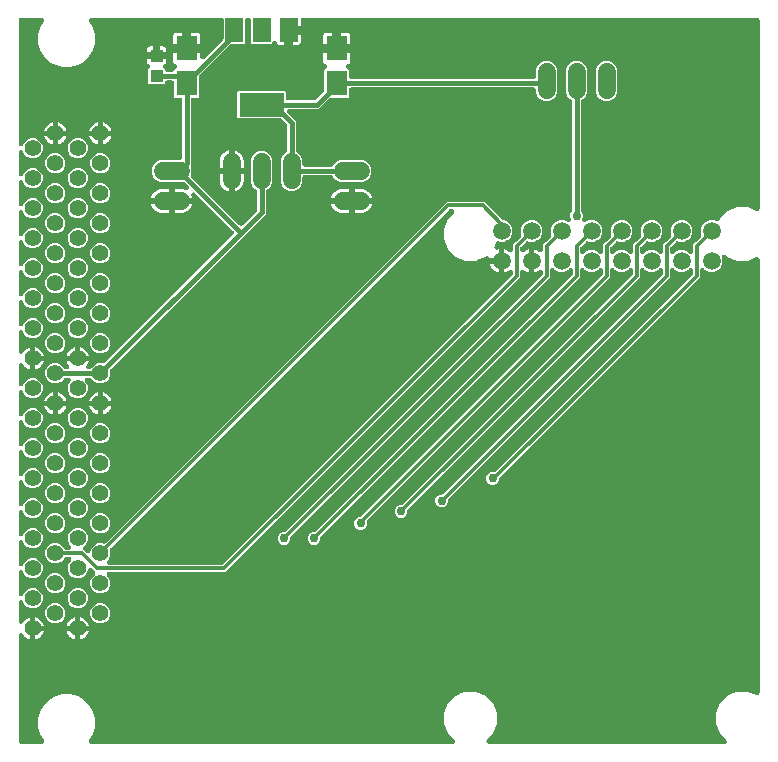
<source format=gbr>
G04 EAGLE Gerber RS-274X export*
G75*
%MOMM*%
%FSLAX34Y34*%
%LPD*%
%INTop Copper*%
%IPPOS*%
%AMOC8*
5,1,8,0,0,1.08239X$1,22.5*%
G01*
%ADD10C,1.508000*%
%ADD11C,1.408000*%
%ADD12R,1.800000X2.150000*%
%ADD13R,1.080000X1.050000*%
%ADD14R,1.500000X2.000000*%
%ADD15R,3.800000X2.000000*%
%ADD16C,1.524000*%
%ADD17C,0.406400*%
%ADD18C,0.756400*%
%ADD19C,0.304800*%

G36*
X29800Y10175D02*
X29800Y10175D01*
X29946Y10182D01*
X29999Y10195D01*
X30055Y10201D01*
X30194Y10244D01*
X30336Y10279D01*
X30386Y10302D01*
X30440Y10319D01*
X30568Y10388D01*
X30700Y10451D01*
X30745Y10484D01*
X30794Y10511D01*
X30906Y10604D01*
X31023Y10691D01*
X31060Y10733D01*
X31103Y10768D01*
X31194Y10882D01*
X31292Y10991D01*
X31320Y11039D01*
X31355Y11082D01*
X31422Y11212D01*
X31497Y11338D01*
X31515Y11390D01*
X31541Y11439D01*
X31581Y11580D01*
X31629Y11718D01*
X31637Y11773D01*
X31652Y11826D01*
X31664Y11972D01*
X31684Y12117D01*
X31680Y12172D01*
X31685Y12228D01*
X31668Y12373D01*
X31659Y12519D01*
X31645Y12572D01*
X31638Y12627D01*
X31593Y12766D01*
X31555Y12908D01*
X31528Y12965D01*
X31513Y13010D01*
X31472Y13083D01*
X31413Y13208D01*
X28286Y18624D01*
X26639Y24769D01*
X26639Y31131D01*
X28286Y37276D01*
X31467Y42785D01*
X35965Y47283D01*
X41474Y50464D01*
X47619Y52111D01*
X53981Y52111D01*
X60126Y50464D01*
X65635Y47283D01*
X70133Y42785D01*
X73314Y37276D01*
X74961Y31131D01*
X74961Y24769D01*
X73314Y18624D01*
X70187Y13208D01*
X70127Y13074D01*
X70059Y12945D01*
X70044Y12891D01*
X70021Y12841D01*
X69988Y12698D01*
X69948Y12558D01*
X69943Y12502D01*
X69931Y12448D01*
X69927Y12302D01*
X69915Y12156D01*
X69922Y12101D01*
X69920Y12046D01*
X69945Y11901D01*
X69962Y11757D01*
X69979Y11704D01*
X69989Y11649D01*
X70041Y11513D01*
X70087Y11374D01*
X70114Y11325D01*
X70134Y11274D01*
X70213Y11151D01*
X70285Y11023D01*
X70321Y10981D01*
X70351Y10934D01*
X70452Y10829D01*
X70548Y10718D01*
X70592Y10684D01*
X70630Y10644D01*
X70751Y10561D01*
X70866Y10472D01*
X70916Y10447D01*
X70961Y10415D01*
X71096Y10357D01*
X71226Y10292D01*
X71280Y10278D01*
X71331Y10256D01*
X71474Y10226D01*
X71615Y10188D01*
X71678Y10183D01*
X71725Y10173D01*
X71809Y10172D01*
X71946Y10161D01*
X377688Y10161D01*
X377697Y10162D01*
X377706Y10161D01*
X377898Y10182D01*
X378089Y10201D01*
X378097Y10203D01*
X378106Y10204D01*
X378289Y10262D01*
X378474Y10319D01*
X378482Y10323D01*
X378490Y10326D01*
X378659Y10419D01*
X378828Y10511D01*
X378835Y10516D01*
X378843Y10521D01*
X378989Y10644D01*
X379137Y10768D01*
X379143Y10775D01*
X379150Y10781D01*
X379269Y10932D01*
X379389Y11082D01*
X379394Y11090D01*
X379399Y11097D01*
X379487Y11270D01*
X379575Y11439D01*
X379577Y11448D01*
X379581Y11456D01*
X379633Y11642D01*
X379686Y11826D01*
X379687Y11835D01*
X379689Y11844D01*
X379704Y12037D01*
X379719Y12228D01*
X379718Y12236D01*
X379719Y12245D01*
X379695Y12438D01*
X379672Y12627D01*
X379670Y12636D01*
X379668Y12645D01*
X379607Y12828D01*
X379547Y13010D01*
X379543Y13018D01*
X379540Y13026D01*
X379444Y13193D01*
X379350Y13361D01*
X379344Y13368D01*
X379339Y13375D01*
X379125Y13628D01*
X373789Y18964D01*
X370339Y27292D01*
X370339Y36308D01*
X373789Y44636D01*
X380164Y51011D01*
X384906Y52975D01*
X388492Y54461D01*
X397508Y54461D01*
X405836Y51011D01*
X412211Y44636D01*
X415661Y36308D01*
X415661Y27292D01*
X412211Y18964D01*
X406875Y13628D01*
X406870Y13621D01*
X406863Y13616D01*
X406743Y13466D01*
X406620Y13317D01*
X406616Y13309D01*
X406611Y13302D01*
X406522Y13132D01*
X406432Y12961D01*
X406429Y12952D01*
X406425Y12945D01*
X406372Y12760D01*
X406317Y12575D01*
X406316Y12566D01*
X406314Y12558D01*
X406298Y12366D01*
X406281Y12174D01*
X406281Y12165D01*
X406281Y12156D01*
X406303Y11967D01*
X406324Y11774D01*
X406327Y11765D01*
X406328Y11757D01*
X406387Y11575D01*
X406445Y11390D01*
X406450Y11382D01*
X406453Y11374D01*
X406548Y11205D01*
X406640Y11038D01*
X406646Y11031D01*
X406650Y11023D01*
X406776Y10877D01*
X406901Y10731D01*
X406908Y10725D01*
X406914Y10718D01*
X407065Y10601D01*
X407217Y10481D01*
X407225Y10477D01*
X407232Y10472D01*
X407404Y10386D01*
X407576Y10299D01*
X407584Y10296D01*
X407592Y10292D01*
X407779Y10242D01*
X407963Y10191D01*
X407972Y10190D01*
X407981Y10188D01*
X408312Y10161D01*
X607688Y10161D01*
X607697Y10162D01*
X607706Y10161D01*
X607898Y10182D01*
X608089Y10201D01*
X608097Y10203D01*
X608106Y10204D01*
X608289Y10262D01*
X608474Y10319D01*
X608482Y10323D01*
X608490Y10326D01*
X608659Y10419D01*
X608828Y10511D01*
X608835Y10516D01*
X608843Y10521D01*
X608989Y10644D01*
X609137Y10768D01*
X609143Y10775D01*
X609150Y10781D01*
X609269Y10932D01*
X609389Y11082D01*
X609394Y11090D01*
X609399Y11097D01*
X609487Y11270D01*
X609575Y11439D01*
X609577Y11448D01*
X609581Y11456D01*
X609633Y11642D01*
X609686Y11826D01*
X609687Y11835D01*
X609689Y11844D01*
X609704Y12037D01*
X609719Y12228D01*
X609718Y12236D01*
X609719Y12245D01*
X609695Y12438D01*
X609672Y12627D01*
X609670Y12636D01*
X609668Y12645D01*
X609607Y12828D01*
X609547Y13010D01*
X609543Y13018D01*
X609540Y13026D01*
X609444Y13193D01*
X609350Y13361D01*
X609344Y13368D01*
X609339Y13375D01*
X609125Y13628D01*
X603789Y18964D01*
X600339Y27292D01*
X600339Y36308D01*
X603789Y44636D01*
X610164Y51011D01*
X614906Y52975D01*
X618492Y54461D01*
X627508Y54461D01*
X634731Y51469D01*
X634744Y51465D01*
X634755Y51459D01*
X634936Y51407D01*
X635116Y51352D01*
X635129Y51351D01*
X635142Y51347D01*
X635330Y51332D01*
X635517Y51314D01*
X635530Y51316D01*
X635544Y51314D01*
X635731Y51336D01*
X635917Y51356D01*
X635930Y51360D01*
X635943Y51361D01*
X636123Y51420D01*
X636302Y51476D01*
X636313Y51482D01*
X636326Y51486D01*
X636491Y51579D01*
X636655Y51669D01*
X636665Y51678D01*
X636677Y51684D01*
X636819Y51807D01*
X636963Y51928D01*
X636971Y51939D01*
X636982Y51947D01*
X637097Y52096D01*
X637214Y52243D01*
X637220Y52255D01*
X637228Y52265D01*
X637312Y52434D01*
X637398Y52601D01*
X637402Y52614D01*
X637408Y52626D01*
X637457Y52809D01*
X637508Y52988D01*
X637509Y53002D01*
X637512Y53015D01*
X637539Y53345D01*
X637539Y420255D01*
X637538Y420268D01*
X637539Y420281D01*
X637518Y420467D01*
X637499Y420655D01*
X637495Y420668D01*
X637494Y420681D01*
X637436Y420860D01*
X637381Y421040D01*
X637375Y421052D01*
X637371Y421065D01*
X637279Y421229D01*
X637189Y421394D01*
X637181Y421404D01*
X637174Y421416D01*
X637052Y421559D01*
X636932Y421703D01*
X636921Y421712D01*
X636913Y421722D01*
X636764Y421838D01*
X636618Y421956D01*
X636606Y421962D01*
X636596Y421970D01*
X636427Y422055D01*
X636261Y422141D01*
X636248Y422145D01*
X636236Y422151D01*
X636054Y422201D01*
X635874Y422253D01*
X635860Y422254D01*
X635847Y422257D01*
X635659Y422270D01*
X635472Y422286D01*
X635459Y422284D01*
X635446Y422285D01*
X635258Y422260D01*
X635073Y422239D01*
X635060Y422234D01*
X635047Y422233D01*
X634731Y422131D01*
X627508Y419139D01*
X618492Y419139D01*
X610164Y422589D01*
X609024Y423729D01*
X609021Y423731D01*
X609018Y423735D01*
X608862Y423861D01*
X608713Y423984D01*
X608709Y423986D01*
X608705Y423989D01*
X608528Y424082D01*
X608357Y424172D01*
X608353Y424174D01*
X608349Y424176D01*
X608159Y424231D01*
X607971Y424287D01*
X607967Y424288D01*
X607962Y424289D01*
X607770Y424305D01*
X607570Y424324D01*
X607566Y424323D01*
X607561Y424323D01*
X607371Y424302D01*
X607170Y424280D01*
X607165Y424279D01*
X607161Y424278D01*
X606975Y424219D01*
X606786Y424159D01*
X606782Y424157D01*
X606778Y424155D01*
X606607Y424060D01*
X606434Y423964D01*
X606430Y423961D01*
X606426Y423959D01*
X606278Y423832D01*
X606127Y423703D01*
X606124Y423700D01*
X606120Y423697D01*
X606000Y423543D01*
X605877Y423387D01*
X605875Y423383D01*
X605872Y423380D01*
X605785Y423206D01*
X605695Y423029D01*
X605693Y423024D01*
X605691Y423020D01*
X605640Y422831D01*
X605587Y422641D01*
X605586Y422636D01*
X605585Y422632D01*
X605572Y422436D01*
X605557Y422239D01*
X605558Y422235D01*
X605558Y422230D01*
X605583Y422034D01*
X605608Y421840D01*
X605609Y421835D01*
X605610Y421831D01*
X605711Y421515D01*
X605965Y420903D01*
X605965Y417297D01*
X604585Y413965D01*
X602035Y411415D01*
X598703Y410035D01*
X595097Y410035D01*
X591765Y411415D01*
X590716Y412464D01*
X590709Y412470D01*
X590704Y412477D01*
X590553Y412598D01*
X590405Y412719D01*
X590397Y412723D01*
X590390Y412729D01*
X590220Y412818D01*
X590049Y412908D01*
X590040Y412910D01*
X590033Y412915D01*
X589848Y412968D01*
X589663Y413023D01*
X589654Y413024D01*
X589646Y413026D01*
X589455Y413042D01*
X589262Y413059D01*
X589253Y413058D01*
X589244Y413059D01*
X589055Y413037D01*
X588862Y413016D01*
X588853Y413013D01*
X588845Y413012D01*
X588663Y412953D01*
X588478Y412894D01*
X588470Y412890D01*
X588462Y412887D01*
X588295Y412793D01*
X588126Y412699D01*
X588119Y412694D01*
X588111Y412689D01*
X587966Y412564D01*
X587819Y412439D01*
X587813Y412432D01*
X587806Y412426D01*
X587690Y412276D01*
X587569Y412123D01*
X587565Y412115D01*
X587560Y412108D01*
X587475Y411937D01*
X587387Y411764D01*
X587384Y411755D01*
X587380Y411747D01*
X587331Y411562D01*
X587279Y411376D01*
X587278Y411367D01*
X587276Y411359D01*
X587249Y411028D01*
X587249Y405137D01*
X417382Y235270D01*
X417365Y235249D01*
X417344Y235232D01*
X417237Y235094D01*
X417127Y234959D01*
X417114Y234935D01*
X417098Y234914D01*
X417020Y234757D01*
X416938Y234603D01*
X416930Y234577D01*
X416918Y234553D01*
X416873Y234384D01*
X416823Y234217D01*
X416821Y234190D01*
X416814Y234165D01*
X416793Y233909D01*
X415979Y231944D01*
X414486Y230451D01*
X412536Y229643D01*
X410424Y229643D01*
X408474Y230451D01*
X406981Y231944D01*
X406173Y233894D01*
X406173Y236006D01*
X406981Y237956D01*
X408474Y239449D01*
X410424Y240257D01*
X412904Y240257D01*
X412930Y240259D01*
X412957Y240257D01*
X413131Y240279D01*
X413304Y240297D01*
X413330Y240304D01*
X413357Y240308D01*
X413522Y240363D01*
X413689Y240415D01*
X413713Y240428D01*
X413738Y240436D01*
X413890Y240523D01*
X414043Y240607D01*
X414064Y240624D01*
X414087Y240637D01*
X414340Y240852D01*
X580556Y407068D01*
X580573Y407089D01*
X580594Y407106D01*
X580701Y407244D01*
X580811Y407379D01*
X580824Y407403D01*
X580840Y407424D01*
X580918Y407581D01*
X581000Y407735D01*
X581008Y407761D01*
X581020Y407785D01*
X581065Y407954D01*
X581115Y408121D01*
X581117Y408148D01*
X581124Y408173D01*
X581151Y408504D01*
X581151Y411028D01*
X581150Y411037D01*
X581151Y411046D01*
X581130Y411238D01*
X581111Y411429D01*
X581109Y411437D01*
X581108Y411446D01*
X581050Y411628D01*
X580993Y411813D01*
X580989Y411821D01*
X580986Y411830D01*
X580893Y411998D01*
X580801Y412167D01*
X580796Y412174D01*
X580791Y412182D01*
X580666Y412330D01*
X580544Y412477D01*
X580537Y412482D01*
X580531Y412489D01*
X580380Y412608D01*
X580230Y412729D01*
X580222Y412733D01*
X580215Y412739D01*
X580044Y412826D01*
X579873Y412915D01*
X579864Y412917D01*
X579856Y412921D01*
X579670Y412973D01*
X579486Y413026D01*
X579477Y413027D01*
X579468Y413029D01*
X579276Y413043D01*
X579084Y413059D01*
X579076Y413058D01*
X579067Y413058D01*
X578874Y413034D01*
X578685Y413012D01*
X578676Y413009D01*
X578667Y413008D01*
X578484Y412947D01*
X578302Y412887D01*
X578294Y412883D01*
X578286Y412880D01*
X578120Y412784D01*
X577951Y412689D01*
X577944Y412683D01*
X577937Y412679D01*
X577684Y412464D01*
X576635Y411415D01*
X573303Y410035D01*
X569697Y410035D01*
X566365Y411415D01*
X565316Y412464D01*
X565309Y412470D01*
X565304Y412477D01*
X565153Y412598D01*
X565005Y412719D01*
X564997Y412723D01*
X564990Y412729D01*
X564820Y412818D01*
X564649Y412908D01*
X564640Y412910D01*
X564633Y412915D01*
X564448Y412968D01*
X564263Y413023D01*
X564254Y413024D01*
X564246Y413026D01*
X564055Y413042D01*
X563862Y413059D01*
X563853Y413058D01*
X563844Y413059D01*
X563655Y413037D01*
X563462Y413016D01*
X563453Y413013D01*
X563445Y413012D01*
X563263Y412953D01*
X563078Y412894D01*
X563070Y412890D01*
X563062Y412887D01*
X562895Y412793D01*
X562726Y412699D01*
X562719Y412694D01*
X562711Y412689D01*
X562566Y412564D01*
X562419Y412439D01*
X562413Y412432D01*
X562406Y412426D01*
X562290Y412276D01*
X562169Y412123D01*
X562165Y412115D01*
X562160Y412108D01*
X562075Y411937D01*
X561987Y411764D01*
X561984Y411755D01*
X561980Y411747D01*
X561931Y411562D01*
X561879Y411376D01*
X561878Y411367D01*
X561876Y411359D01*
X561849Y411028D01*
X561849Y405137D01*
X374202Y217490D01*
X374185Y217469D01*
X374164Y217452D01*
X374057Y217314D01*
X373947Y217179D01*
X373934Y217155D01*
X373918Y217134D01*
X373840Y216977D01*
X373758Y216823D01*
X373750Y216797D01*
X373738Y216773D01*
X373693Y216604D01*
X373643Y216437D01*
X373641Y216410D01*
X373634Y216385D01*
X373607Y216054D01*
X373607Y214844D01*
X372799Y212894D01*
X371306Y211401D01*
X370570Y211096D01*
X369356Y210593D01*
X367244Y210593D01*
X365294Y211401D01*
X363801Y212894D01*
X362993Y214844D01*
X362993Y216956D01*
X363801Y218906D01*
X365294Y220399D01*
X367244Y221207D01*
X368454Y221207D01*
X368480Y221209D01*
X368507Y221207D01*
X368681Y221229D01*
X368854Y221247D01*
X368880Y221254D01*
X368907Y221258D01*
X369072Y221313D01*
X369239Y221365D01*
X369263Y221378D01*
X369288Y221386D01*
X369440Y221473D01*
X369593Y221557D01*
X369614Y221574D01*
X369637Y221587D01*
X369890Y221802D01*
X555156Y407068D01*
X555173Y407089D01*
X555194Y407106D01*
X555301Y407244D01*
X555411Y407379D01*
X555424Y407403D01*
X555440Y407424D01*
X555518Y407581D01*
X555600Y407735D01*
X555608Y407761D01*
X555620Y407785D01*
X555665Y407954D01*
X555715Y408121D01*
X555717Y408148D01*
X555724Y408173D01*
X555751Y408504D01*
X555751Y411028D01*
X555750Y411037D01*
X555751Y411046D01*
X555730Y411238D01*
X555711Y411429D01*
X555709Y411437D01*
X555708Y411446D01*
X555650Y411628D01*
X555593Y411813D01*
X555589Y411821D01*
X555586Y411830D01*
X555493Y411998D01*
X555401Y412167D01*
X555396Y412174D01*
X555391Y412182D01*
X555266Y412330D01*
X555144Y412477D01*
X555137Y412482D01*
X555131Y412489D01*
X554980Y412608D01*
X554830Y412729D01*
X554822Y412733D01*
X554815Y412739D01*
X554644Y412826D01*
X554473Y412915D01*
X554464Y412917D01*
X554456Y412921D01*
X554270Y412973D01*
X554086Y413026D01*
X554077Y413027D01*
X554068Y413029D01*
X553876Y413043D01*
X553684Y413059D01*
X553676Y413058D01*
X553667Y413058D01*
X553474Y413034D01*
X553285Y413012D01*
X553276Y413009D01*
X553267Y413008D01*
X553084Y412947D01*
X552902Y412887D01*
X552894Y412883D01*
X552886Y412880D01*
X552720Y412784D01*
X552551Y412689D01*
X552544Y412683D01*
X552537Y412679D01*
X552284Y412464D01*
X551235Y411415D01*
X547903Y410035D01*
X544297Y410035D01*
X540965Y411415D01*
X539916Y412464D01*
X539909Y412470D01*
X539904Y412477D01*
X539753Y412598D01*
X539605Y412719D01*
X539597Y412723D01*
X539590Y412729D01*
X539420Y412818D01*
X539249Y412908D01*
X539240Y412910D01*
X539233Y412915D01*
X539048Y412968D01*
X538863Y413023D01*
X538854Y413024D01*
X538846Y413026D01*
X538655Y413042D01*
X538462Y413059D01*
X538453Y413058D01*
X538444Y413059D01*
X538255Y413037D01*
X538062Y413016D01*
X538053Y413013D01*
X538045Y413012D01*
X537863Y412953D01*
X537678Y412894D01*
X537670Y412890D01*
X537662Y412887D01*
X537495Y412793D01*
X537326Y412699D01*
X537319Y412694D01*
X537311Y412689D01*
X537166Y412564D01*
X537019Y412439D01*
X537013Y412432D01*
X537006Y412426D01*
X536890Y412276D01*
X536769Y412123D01*
X536765Y412115D01*
X536760Y412108D01*
X536675Y411937D01*
X536587Y411764D01*
X536584Y411755D01*
X536580Y411747D01*
X536531Y411562D01*
X536479Y411376D01*
X536478Y411367D01*
X536476Y411359D01*
X536449Y411028D01*
X536449Y405137D01*
X339912Y208600D01*
X339895Y208579D01*
X339874Y208562D01*
X339767Y208424D01*
X339657Y208289D01*
X339644Y208265D01*
X339628Y208244D01*
X339550Y208087D01*
X339468Y207933D01*
X339460Y207907D01*
X339448Y207883D01*
X339403Y207714D01*
X339353Y207547D01*
X339351Y207520D01*
X339344Y207495D01*
X339317Y207164D01*
X339317Y205954D01*
X338509Y204004D01*
X337016Y202511D01*
X335066Y201703D01*
X332954Y201703D01*
X331004Y202511D01*
X329511Y204004D01*
X328703Y205954D01*
X328703Y208066D01*
X329511Y210016D01*
X331004Y211509D01*
X332954Y212317D01*
X334164Y212317D01*
X334190Y212319D01*
X334217Y212317D01*
X334391Y212339D01*
X334564Y212357D01*
X334590Y212364D01*
X334617Y212368D01*
X334782Y212423D01*
X334949Y212475D01*
X334973Y212488D01*
X334998Y212496D01*
X335150Y212583D01*
X335303Y212667D01*
X335324Y212684D01*
X335347Y212697D01*
X335600Y212912D01*
X529756Y407068D01*
X529773Y407089D01*
X529794Y407106D01*
X529901Y407244D01*
X530011Y407379D01*
X530024Y407403D01*
X530040Y407424D01*
X530118Y407581D01*
X530200Y407735D01*
X530208Y407761D01*
X530220Y407785D01*
X530265Y407954D01*
X530315Y408121D01*
X530317Y408148D01*
X530324Y408173D01*
X530351Y408504D01*
X530351Y411028D01*
X530350Y411037D01*
X530351Y411046D01*
X530330Y411238D01*
X530311Y411429D01*
X530309Y411437D01*
X530308Y411446D01*
X530250Y411628D01*
X530193Y411813D01*
X530189Y411821D01*
X530186Y411830D01*
X530093Y411998D01*
X530001Y412167D01*
X529996Y412174D01*
X529991Y412182D01*
X529866Y412330D01*
X529744Y412477D01*
X529737Y412482D01*
X529731Y412489D01*
X529580Y412608D01*
X529430Y412729D01*
X529422Y412733D01*
X529415Y412739D01*
X529244Y412826D01*
X529073Y412915D01*
X529064Y412917D01*
X529056Y412921D01*
X528870Y412973D01*
X528686Y413026D01*
X528677Y413027D01*
X528668Y413029D01*
X528476Y413043D01*
X528284Y413059D01*
X528276Y413058D01*
X528267Y413058D01*
X528074Y413034D01*
X527885Y413012D01*
X527876Y413009D01*
X527867Y413008D01*
X527684Y412947D01*
X527502Y412887D01*
X527494Y412883D01*
X527486Y412880D01*
X527320Y412784D01*
X527151Y412689D01*
X527144Y412683D01*
X527137Y412679D01*
X526884Y412464D01*
X525835Y411415D01*
X522503Y410035D01*
X518897Y410035D01*
X515565Y411415D01*
X514516Y412464D01*
X514509Y412470D01*
X514504Y412477D01*
X514353Y412598D01*
X514205Y412719D01*
X514197Y412723D01*
X514190Y412729D01*
X514020Y412818D01*
X513849Y412908D01*
X513840Y412910D01*
X513833Y412915D01*
X513648Y412968D01*
X513463Y413023D01*
X513454Y413024D01*
X513446Y413026D01*
X513255Y413042D01*
X513062Y413059D01*
X513053Y413058D01*
X513044Y413059D01*
X512855Y413037D01*
X512662Y413016D01*
X512653Y413013D01*
X512645Y413012D01*
X512463Y412953D01*
X512278Y412894D01*
X512270Y412890D01*
X512262Y412887D01*
X512095Y412793D01*
X511926Y412699D01*
X511919Y412694D01*
X511911Y412689D01*
X511766Y412564D01*
X511619Y412439D01*
X511613Y412432D01*
X511606Y412426D01*
X511490Y412276D01*
X511369Y412123D01*
X511365Y412115D01*
X511360Y412108D01*
X511275Y411937D01*
X511187Y411764D01*
X511184Y411755D01*
X511180Y411747D01*
X511131Y411562D01*
X511079Y411376D01*
X511078Y411367D01*
X511076Y411359D01*
X511049Y411028D01*
X511049Y405137D01*
X305622Y199710D01*
X305605Y199689D01*
X305584Y199672D01*
X305477Y199534D01*
X305367Y199399D01*
X305354Y199375D01*
X305338Y199354D01*
X305260Y199197D01*
X305178Y199043D01*
X305170Y199017D01*
X305158Y198993D01*
X305113Y198824D01*
X305063Y198657D01*
X305061Y198630D01*
X305054Y198605D01*
X305027Y198274D01*
X305027Y195794D01*
X304219Y193844D01*
X302726Y192351D01*
X300776Y191543D01*
X298664Y191543D01*
X296714Y192351D01*
X295221Y193844D01*
X294413Y195794D01*
X294413Y197906D01*
X295221Y199856D01*
X296714Y201349D01*
X298670Y202159D01*
X298831Y202179D01*
X299004Y202197D01*
X299030Y202204D01*
X299057Y202208D01*
X299222Y202263D01*
X299389Y202315D01*
X299413Y202328D01*
X299438Y202336D01*
X299590Y202423D01*
X299743Y202507D01*
X299764Y202524D01*
X299787Y202537D01*
X300040Y202752D01*
X504356Y407068D01*
X504373Y407089D01*
X504394Y407106D01*
X504501Y407244D01*
X504611Y407379D01*
X504624Y407403D01*
X504640Y407424D01*
X504718Y407581D01*
X504800Y407735D01*
X504808Y407761D01*
X504820Y407785D01*
X504865Y407954D01*
X504915Y408121D01*
X504917Y408148D01*
X504924Y408173D01*
X504951Y408504D01*
X504951Y411028D01*
X504950Y411037D01*
X504951Y411046D01*
X504930Y411238D01*
X504911Y411429D01*
X504909Y411437D01*
X504908Y411446D01*
X504850Y411628D01*
X504793Y411813D01*
X504789Y411821D01*
X504786Y411830D01*
X504693Y411998D01*
X504601Y412167D01*
X504596Y412174D01*
X504591Y412182D01*
X504466Y412330D01*
X504344Y412477D01*
X504337Y412482D01*
X504331Y412489D01*
X504180Y412608D01*
X504030Y412729D01*
X504022Y412733D01*
X504015Y412739D01*
X503844Y412826D01*
X503673Y412915D01*
X503664Y412917D01*
X503656Y412921D01*
X503470Y412973D01*
X503286Y413026D01*
X503277Y413027D01*
X503268Y413029D01*
X503076Y413043D01*
X502884Y413059D01*
X502876Y413058D01*
X502867Y413058D01*
X502674Y413034D01*
X502485Y413012D01*
X502476Y413009D01*
X502467Y413008D01*
X502284Y412947D01*
X502102Y412887D01*
X502094Y412883D01*
X502086Y412880D01*
X501920Y412784D01*
X501751Y412689D01*
X501744Y412683D01*
X501737Y412679D01*
X501484Y412464D01*
X500435Y411415D01*
X497103Y410035D01*
X493497Y410035D01*
X490165Y411415D01*
X489116Y412464D01*
X489109Y412470D01*
X489104Y412477D01*
X488953Y412598D01*
X488805Y412719D01*
X488797Y412723D01*
X488790Y412729D01*
X488620Y412818D01*
X488449Y412908D01*
X488440Y412910D01*
X488433Y412915D01*
X488248Y412968D01*
X488063Y413023D01*
X488054Y413024D01*
X488046Y413026D01*
X487855Y413042D01*
X487662Y413059D01*
X487653Y413058D01*
X487644Y413059D01*
X487455Y413037D01*
X487262Y413016D01*
X487253Y413013D01*
X487245Y413012D01*
X487063Y412953D01*
X486878Y412894D01*
X486870Y412890D01*
X486862Y412887D01*
X486695Y412793D01*
X486526Y412699D01*
X486519Y412694D01*
X486511Y412689D01*
X486366Y412564D01*
X486219Y412439D01*
X486213Y412432D01*
X486206Y412426D01*
X486090Y412276D01*
X485969Y412123D01*
X485965Y412115D01*
X485960Y412108D01*
X485875Y411937D01*
X485787Y411764D01*
X485784Y411755D01*
X485780Y411747D01*
X485731Y411562D01*
X485679Y411376D01*
X485678Y411367D01*
X485676Y411359D01*
X485649Y411028D01*
X485649Y405137D01*
X266252Y185740D01*
X266235Y185719D01*
X266214Y185702D01*
X266107Y185564D01*
X265997Y185429D01*
X265984Y185405D01*
X265968Y185384D01*
X265890Y185227D01*
X265808Y185073D01*
X265800Y185047D01*
X265788Y185023D01*
X265743Y184854D01*
X265693Y184687D01*
X265691Y184660D01*
X265684Y184635D01*
X265657Y184304D01*
X265657Y183094D01*
X264849Y181144D01*
X263356Y179651D01*
X261406Y178843D01*
X259294Y178843D01*
X257344Y179651D01*
X255851Y181144D01*
X255043Y183094D01*
X255043Y185206D01*
X255851Y187156D01*
X257344Y188649D01*
X259294Y189457D01*
X260504Y189457D01*
X260530Y189459D01*
X260557Y189457D01*
X260731Y189479D01*
X260904Y189497D01*
X260930Y189504D01*
X260957Y189508D01*
X261122Y189563D01*
X261289Y189615D01*
X261313Y189628D01*
X261338Y189636D01*
X261490Y189723D01*
X261643Y189807D01*
X261664Y189824D01*
X261687Y189837D01*
X261940Y190052D01*
X478956Y407068D01*
X478973Y407089D01*
X478994Y407106D01*
X479101Y407244D01*
X479211Y407379D01*
X479224Y407403D01*
X479240Y407424D01*
X479318Y407581D01*
X479400Y407735D01*
X479408Y407761D01*
X479420Y407785D01*
X479465Y407954D01*
X479515Y408121D01*
X479517Y408148D01*
X479524Y408173D01*
X479551Y408504D01*
X479551Y411028D01*
X479550Y411037D01*
X479551Y411046D01*
X479530Y411238D01*
X479511Y411429D01*
X479509Y411437D01*
X479508Y411446D01*
X479450Y411628D01*
X479393Y411813D01*
X479389Y411821D01*
X479386Y411830D01*
X479293Y411998D01*
X479201Y412167D01*
X479196Y412174D01*
X479191Y412182D01*
X479066Y412330D01*
X478944Y412477D01*
X478937Y412482D01*
X478931Y412489D01*
X478780Y412608D01*
X478630Y412729D01*
X478622Y412733D01*
X478615Y412739D01*
X478444Y412826D01*
X478273Y412915D01*
X478264Y412917D01*
X478256Y412921D01*
X478070Y412973D01*
X477886Y413026D01*
X477877Y413027D01*
X477868Y413029D01*
X477676Y413043D01*
X477484Y413059D01*
X477476Y413058D01*
X477467Y413058D01*
X477274Y413034D01*
X477085Y413012D01*
X477076Y413009D01*
X477067Y413008D01*
X476884Y412947D01*
X476702Y412887D01*
X476694Y412883D01*
X476686Y412880D01*
X476520Y412784D01*
X476351Y412689D01*
X476344Y412683D01*
X476337Y412679D01*
X476084Y412464D01*
X475035Y411415D01*
X471703Y410035D01*
X468097Y410035D01*
X464765Y411415D01*
X463716Y412464D01*
X463709Y412470D01*
X463704Y412477D01*
X463553Y412598D01*
X463405Y412719D01*
X463397Y412723D01*
X463390Y412729D01*
X463220Y412818D01*
X463049Y412908D01*
X463040Y412910D01*
X463033Y412915D01*
X462848Y412968D01*
X462663Y413023D01*
X462654Y413024D01*
X462646Y413026D01*
X462455Y413042D01*
X462262Y413059D01*
X462253Y413058D01*
X462244Y413059D01*
X462055Y413037D01*
X461862Y413016D01*
X461853Y413013D01*
X461845Y413012D01*
X461663Y412953D01*
X461478Y412894D01*
X461470Y412890D01*
X461462Y412887D01*
X461295Y412793D01*
X461126Y412699D01*
X461119Y412694D01*
X461111Y412689D01*
X460966Y412564D01*
X460819Y412439D01*
X460813Y412432D01*
X460806Y412426D01*
X460690Y412276D01*
X460569Y412123D01*
X460565Y412115D01*
X460560Y412108D01*
X460475Y411937D01*
X460387Y411764D01*
X460384Y411755D01*
X460380Y411747D01*
X460331Y411562D01*
X460279Y411376D01*
X460278Y411367D01*
X460276Y411359D01*
X460249Y411028D01*
X460249Y405137D01*
X240852Y185740D01*
X240835Y185719D01*
X240814Y185702D01*
X240707Y185564D01*
X240597Y185429D01*
X240584Y185405D01*
X240568Y185384D01*
X240490Y185227D01*
X240408Y185073D01*
X240400Y185047D01*
X240388Y185023D01*
X240343Y184854D01*
X240293Y184687D01*
X240291Y184660D01*
X240284Y184635D01*
X240257Y184304D01*
X240257Y183094D01*
X239449Y181144D01*
X237956Y179651D01*
X236006Y178843D01*
X233894Y178843D01*
X231944Y179651D01*
X230451Y181144D01*
X229643Y183094D01*
X229643Y185206D01*
X230451Y187156D01*
X231944Y188649D01*
X233894Y189457D01*
X235104Y189457D01*
X235130Y189459D01*
X235157Y189457D01*
X235331Y189479D01*
X235504Y189497D01*
X235530Y189504D01*
X235557Y189508D01*
X235722Y189563D01*
X235889Y189615D01*
X235913Y189628D01*
X235938Y189636D01*
X236090Y189723D01*
X236243Y189807D01*
X236264Y189824D01*
X236287Y189837D01*
X236540Y190052D01*
X453556Y407068D01*
X453573Y407089D01*
X453594Y407106D01*
X453701Y407244D01*
X453811Y407379D01*
X453824Y407403D01*
X453840Y407424D01*
X453918Y407581D01*
X454000Y407735D01*
X454008Y407761D01*
X454020Y407785D01*
X454065Y407954D01*
X454115Y408121D01*
X454117Y408148D01*
X454124Y408173D01*
X454151Y408504D01*
X454151Y409665D01*
X454146Y409716D01*
X454149Y409767D01*
X454126Y409916D01*
X454111Y410066D01*
X454096Y410115D01*
X454089Y410165D01*
X454037Y410307D01*
X453993Y410451D01*
X453969Y410496D01*
X453951Y410544D01*
X453873Y410672D01*
X453801Y410805D01*
X453769Y410844D01*
X453742Y410888D01*
X453640Y410998D01*
X453544Y411114D01*
X453504Y411146D01*
X453469Y411184D01*
X453347Y411272D01*
X453230Y411366D01*
X453185Y411390D01*
X453143Y411420D01*
X453006Y411483D01*
X452873Y411552D01*
X452824Y411566D01*
X452777Y411587D01*
X452630Y411622D01*
X452486Y411663D01*
X452435Y411667D01*
X452385Y411679D01*
X452234Y411684D01*
X452084Y411696D01*
X452034Y411690D01*
X451983Y411692D01*
X451834Y411667D01*
X451685Y411649D01*
X451636Y411633D01*
X451586Y411625D01*
X451445Y411571D01*
X451302Y411524D01*
X451257Y411499D01*
X451210Y411481D01*
X451012Y411361D01*
X450951Y411326D01*
X450941Y411317D01*
X450926Y411308D01*
X449784Y410478D01*
X448370Y409758D01*
X446999Y409313D01*
X446999Y418632D01*
X446997Y418650D01*
X446999Y418667D01*
X446978Y418849D01*
X446959Y419032D01*
X446954Y419049D01*
X446952Y419067D01*
X446939Y419108D01*
X446966Y419202D01*
X446968Y419220D01*
X446972Y419237D01*
X446999Y419568D01*
X446999Y428887D01*
X448370Y428442D01*
X449784Y427722D01*
X450926Y426892D01*
X450970Y426866D01*
X451010Y426834D01*
X451144Y426764D01*
X451274Y426688D01*
X451322Y426672D01*
X451367Y426648D01*
X451512Y426607D01*
X451654Y426558D01*
X451705Y426551D01*
X451754Y426537D01*
X451904Y426525D01*
X452054Y426505D01*
X452105Y426508D01*
X452156Y426504D01*
X452305Y426522D01*
X452455Y426532D01*
X452505Y426545D01*
X452555Y426551D01*
X452699Y426598D01*
X452844Y426637D01*
X452890Y426660D01*
X452938Y426676D01*
X453069Y426750D01*
X453204Y426817D01*
X453244Y426849D01*
X453289Y426874D01*
X453403Y426972D01*
X453521Y427065D01*
X453555Y427103D01*
X453594Y427137D01*
X453686Y427256D01*
X453784Y427370D01*
X453809Y427415D01*
X453840Y427455D01*
X453907Y427590D01*
X453981Y427721D01*
X453997Y427770D01*
X454020Y427815D01*
X454059Y427961D01*
X454105Y428104D01*
X454111Y428155D01*
X454124Y428204D01*
X454143Y428435D01*
X454151Y428504D01*
X454150Y428518D01*
X454151Y428535D01*
X454151Y433063D01*
X456532Y435443D01*
X456532Y435444D01*
X460740Y439651D01*
X460754Y439668D01*
X460771Y439683D01*
X460881Y439824D01*
X460995Y439963D01*
X461005Y439982D01*
X461019Y440000D01*
X461099Y440160D01*
X461183Y440318D01*
X461190Y440340D01*
X461200Y440360D01*
X461247Y440533D01*
X461298Y440704D01*
X461300Y440727D01*
X461306Y440748D01*
X461318Y440926D01*
X461335Y441105D01*
X461332Y441128D01*
X461334Y441150D01*
X461311Y441326D01*
X461291Y441506D01*
X461284Y441527D01*
X461281Y441549D01*
X461180Y441865D01*
X460835Y442697D01*
X460835Y446303D01*
X462215Y449635D01*
X464765Y452185D01*
X467050Y453131D01*
X468097Y453565D01*
X471703Y453565D01*
X475210Y452112D01*
X475219Y452109D01*
X475227Y452105D01*
X475412Y452051D01*
X475596Y451996D01*
X475605Y451995D01*
X475613Y451992D01*
X475804Y451976D01*
X475996Y451957D01*
X476005Y451958D01*
X476014Y451958D01*
X476206Y451979D01*
X476397Y451999D01*
X476405Y452002D01*
X476414Y452003D01*
X476599Y452062D01*
X476781Y452119D01*
X476789Y452123D01*
X476798Y452126D01*
X476967Y452221D01*
X477135Y452312D01*
X477141Y452318D01*
X477149Y452322D01*
X477295Y452447D01*
X477443Y452571D01*
X477448Y452578D01*
X477455Y452584D01*
X477573Y452735D01*
X477694Y452886D01*
X477698Y452894D01*
X477703Y452901D01*
X477789Y453072D01*
X477878Y453244D01*
X477880Y453253D01*
X477884Y453261D01*
X477935Y453447D01*
X477987Y453632D01*
X477988Y453640D01*
X477990Y453649D01*
X478004Y453844D01*
X478018Y454033D01*
X478017Y454042D01*
X478018Y454051D01*
X477993Y454245D01*
X477970Y454433D01*
X477967Y454441D01*
X477966Y454450D01*
X477864Y454766D01*
X477293Y456144D01*
X477293Y458256D01*
X478101Y460206D01*
X478448Y460553D01*
X478465Y460574D01*
X478486Y460591D01*
X478593Y460729D01*
X478703Y460865D01*
X478716Y460888D01*
X478732Y460909D01*
X478810Y461066D01*
X478892Y461220D01*
X478900Y461246D01*
X478912Y461270D01*
X478957Y461439D01*
X479007Y461606D01*
X479009Y461633D01*
X479016Y461659D01*
X479043Y461990D01*
X479043Y554098D01*
X479041Y554120D01*
X479043Y554142D01*
X479021Y554320D01*
X479003Y554498D01*
X478997Y554520D01*
X478994Y554542D01*
X478938Y554712D01*
X478885Y554883D01*
X478875Y554903D01*
X478868Y554924D01*
X478779Y555080D01*
X478693Y555237D01*
X478679Y555255D01*
X478668Y555274D01*
X478550Y555409D01*
X478436Y555547D01*
X478418Y555561D01*
X478404Y555577D01*
X478261Y555687D01*
X478122Y555799D01*
X478102Y555809D01*
X478084Y555823D01*
X477789Y555974D01*
X477420Y556127D01*
X474847Y558700D01*
X473455Y562061D01*
X473455Y580939D01*
X474847Y584300D01*
X477420Y586873D01*
X478195Y587194D01*
X480781Y588265D01*
X484419Y588265D01*
X487780Y586873D01*
X490353Y584300D01*
X491745Y580939D01*
X491745Y562061D01*
X490353Y558700D01*
X487780Y556127D01*
X487411Y555974D01*
X487391Y555964D01*
X487370Y555957D01*
X487214Y555869D01*
X487056Y555784D01*
X487039Y555770D01*
X487019Y555759D01*
X486883Y555642D01*
X486745Y555528D01*
X486731Y555511D01*
X486714Y555496D01*
X486605Y555355D01*
X486492Y555215D01*
X486481Y555195D01*
X486468Y555178D01*
X486388Y555018D01*
X486305Y554859D01*
X486298Y554837D01*
X486288Y554817D01*
X486242Y554644D01*
X486192Y554472D01*
X486190Y554450D01*
X486184Y554429D01*
X486157Y554098D01*
X486157Y461990D01*
X486159Y461963D01*
X486157Y461936D01*
X486179Y461762D01*
X486197Y461589D01*
X486204Y461563D01*
X486208Y461537D01*
X486263Y461371D01*
X486315Y461204D01*
X486328Y461180D01*
X486336Y461155D01*
X486423Y461003D01*
X486507Y460850D01*
X486524Y460829D01*
X486537Y460806D01*
X486752Y460553D01*
X487099Y460206D01*
X487907Y458256D01*
X487907Y456144D01*
X487336Y454766D01*
X487333Y454757D01*
X487329Y454750D01*
X487275Y454565D01*
X487219Y454381D01*
X487218Y454372D01*
X487216Y454363D01*
X487199Y454172D01*
X487181Y453980D01*
X487182Y453971D01*
X487181Y453962D01*
X487203Y453772D01*
X487223Y453579D01*
X487225Y453571D01*
X487226Y453562D01*
X487285Y453379D01*
X487343Y453195D01*
X487347Y453187D01*
X487350Y453179D01*
X487445Y453009D01*
X487536Y452842D01*
X487542Y452835D01*
X487546Y452827D01*
X487671Y452681D01*
X487795Y452534D01*
X487802Y452528D01*
X487808Y452521D01*
X487960Y452402D01*
X488110Y452283D01*
X488118Y452279D01*
X488125Y452273D01*
X488297Y452186D01*
X488468Y452099D01*
X488477Y452096D01*
X488485Y452092D01*
X488671Y452041D01*
X488855Y451989D01*
X488864Y451988D01*
X488873Y451986D01*
X489067Y451973D01*
X489257Y451958D01*
X489266Y451959D01*
X489275Y451958D01*
X489467Y451983D01*
X489656Y452007D01*
X489665Y452009D01*
X489674Y452010D01*
X489990Y452112D01*
X493497Y453565D01*
X497103Y453565D01*
X500435Y452185D01*
X502985Y449635D01*
X504365Y446303D01*
X504365Y442697D01*
X502985Y439365D01*
X500435Y436815D01*
X499831Y436565D01*
X497103Y435435D01*
X493497Y435435D01*
X492665Y435780D01*
X492643Y435786D01*
X492624Y435797D01*
X492451Y435845D01*
X492279Y435896D01*
X492257Y435898D01*
X492236Y435905D01*
X492056Y435918D01*
X491879Y435935D01*
X491857Y435932D01*
X491834Y435934D01*
X491656Y435911D01*
X491478Y435893D01*
X491457Y435886D01*
X491435Y435883D01*
X491265Y435827D01*
X491094Y435773D01*
X491074Y435762D01*
X491053Y435755D01*
X490898Y435666D01*
X490741Y435580D01*
X490724Y435565D01*
X490704Y435554D01*
X490451Y435340D01*
X486244Y431132D01*
X486227Y431111D01*
X486206Y431094D01*
X486100Y430956D01*
X485989Y430821D01*
X485976Y430797D01*
X485960Y430776D01*
X485882Y430620D01*
X485800Y430465D01*
X485792Y430439D01*
X485780Y430415D01*
X485735Y430246D01*
X485685Y430079D01*
X485683Y430052D01*
X485676Y430027D01*
X485649Y429696D01*
X485649Y427172D01*
X485650Y427163D01*
X485649Y427154D01*
X485670Y426962D01*
X485689Y426771D01*
X485691Y426763D01*
X485692Y426754D01*
X485750Y426572D01*
X485807Y426387D01*
X485811Y426379D01*
X485814Y426370D01*
X485907Y426201D01*
X485999Y426033D01*
X486004Y426026D01*
X486009Y426018D01*
X486134Y425870D01*
X486256Y425723D01*
X486263Y425718D01*
X486269Y425711D01*
X486420Y425592D01*
X486570Y425471D01*
X486578Y425467D01*
X486585Y425461D01*
X486756Y425374D01*
X486927Y425285D01*
X486936Y425283D01*
X486944Y425279D01*
X487130Y425227D01*
X487314Y425174D01*
X487323Y425173D01*
X487332Y425171D01*
X487524Y425157D01*
X487716Y425141D01*
X487724Y425142D01*
X487733Y425142D01*
X487926Y425166D01*
X488115Y425188D01*
X488124Y425191D01*
X488133Y425192D01*
X488316Y425253D01*
X488498Y425313D01*
X488506Y425317D01*
X488514Y425320D01*
X488680Y425416D01*
X488849Y425511D01*
X488856Y425517D01*
X488863Y425521D01*
X489116Y425736D01*
X490165Y426785D01*
X493497Y428165D01*
X497103Y428165D01*
X500435Y426785D01*
X501484Y425736D01*
X501491Y425730D01*
X501496Y425723D01*
X501647Y425602D01*
X501795Y425481D01*
X501803Y425477D01*
X501810Y425471D01*
X501980Y425382D01*
X502151Y425292D01*
X502160Y425290D01*
X502167Y425285D01*
X502352Y425232D01*
X502537Y425177D01*
X502546Y425176D01*
X502554Y425174D01*
X502745Y425158D01*
X502938Y425141D01*
X502947Y425142D01*
X502956Y425141D01*
X503145Y425163D01*
X503338Y425184D01*
X503347Y425187D01*
X503355Y425188D01*
X503537Y425247D01*
X503722Y425306D01*
X503730Y425310D01*
X503738Y425313D01*
X503905Y425407D01*
X504074Y425501D01*
X504081Y425506D01*
X504089Y425511D01*
X504234Y425636D01*
X504381Y425761D01*
X504387Y425768D01*
X504394Y425774D01*
X504510Y425924D01*
X504631Y426077D01*
X504635Y426085D01*
X504640Y426092D01*
X504725Y426263D01*
X504813Y426436D01*
X504816Y426445D01*
X504820Y426453D01*
X504869Y426637D01*
X504921Y426824D01*
X504922Y426833D01*
X504924Y426841D01*
X504951Y427172D01*
X504951Y433063D01*
X507332Y435443D01*
X507332Y435444D01*
X511540Y439651D01*
X511554Y439668D01*
X511571Y439683D01*
X511681Y439824D01*
X511795Y439963D01*
X511805Y439982D01*
X511819Y440000D01*
X511899Y440160D01*
X511983Y440318D01*
X511990Y440340D01*
X512000Y440360D01*
X512047Y440533D01*
X512098Y440704D01*
X512100Y440727D01*
X512106Y440748D01*
X512118Y440926D01*
X512135Y441105D01*
X512132Y441128D01*
X512134Y441150D01*
X512111Y441326D01*
X512091Y441506D01*
X512084Y441527D01*
X512081Y441549D01*
X511980Y441865D01*
X511635Y442697D01*
X511635Y446303D01*
X513015Y449635D01*
X515565Y452185D01*
X517850Y453131D01*
X518897Y453565D01*
X522503Y453565D01*
X525835Y452185D01*
X528385Y449635D01*
X529765Y446303D01*
X529765Y442697D01*
X528385Y439365D01*
X525835Y436815D01*
X525231Y436565D01*
X522503Y435435D01*
X518897Y435435D01*
X518065Y435780D01*
X518043Y435786D01*
X518024Y435797D01*
X517851Y435845D01*
X517679Y435896D01*
X517657Y435898D01*
X517636Y435905D01*
X517456Y435918D01*
X517279Y435935D01*
X517257Y435932D01*
X517234Y435934D01*
X517056Y435911D01*
X516878Y435893D01*
X516857Y435886D01*
X516835Y435883D01*
X516665Y435827D01*
X516494Y435773D01*
X516474Y435762D01*
X516453Y435755D01*
X516298Y435666D01*
X516141Y435580D01*
X516124Y435565D01*
X516104Y435554D01*
X515851Y435340D01*
X511644Y431132D01*
X511627Y431111D01*
X511606Y431094D01*
X511499Y430956D01*
X511389Y430821D01*
X511376Y430797D01*
X511360Y430776D01*
X511282Y430619D01*
X511200Y430465D01*
X511192Y430439D01*
X511180Y430415D01*
X511135Y430246D01*
X511085Y430079D01*
X511083Y430052D01*
X511076Y430027D01*
X511049Y429696D01*
X511049Y427172D01*
X511050Y427163D01*
X511049Y427154D01*
X511070Y426962D01*
X511089Y426771D01*
X511091Y426763D01*
X511092Y426754D01*
X511150Y426572D01*
X511207Y426387D01*
X511211Y426379D01*
X511214Y426370D01*
X511307Y426201D01*
X511399Y426033D01*
X511404Y426026D01*
X511409Y426018D01*
X511534Y425870D01*
X511656Y425723D01*
X511663Y425718D01*
X511669Y425711D01*
X511820Y425592D01*
X511970Y425471D01*
X511978Y425467D01*
X511985Y425461D01*
X512156Y425374D01*
X512327Y425285D01*
X512336Y425283D01*
X512344Y425279D01*
X512530Y425227D01*
X512714Y425174D01*
X512723Y425173D01*
X512732Y425171D01*
X512924Y425157D01*
X513116Y425141D01*
X513124Y425142D01*
X513133Y425142D01*
X513326Y425166D01*
X513515Y425188D01*
X513524Y425191D01*
X513533Y425192D01*
X513716Y425253D01*
X513898Y425313D01*
X513906Y425317D01*
X513914Y425320D01*
X514080Y425416D01*
X514249Y425511D01*
X514256Y425517D01*
X514263Y425521D01*
X514516Y425736D01*
X515565Y426785D01*
X518897Y428165D01*
X522503Y428165D01*
X525835Y426785D01*
X526884Y425736D01*
X526891Y425730D01*
X526896Y425723D01*
X527047Y425602D01*
X527195Y425481D01*
X527203Y425477D01*
X527210Y425471D01*
X527380Y425382D01*
X527551Y425292D01*
X527560Y425290D01*
X527567Y425285D01*
X527752Y425232D01*
X527937Y425177D01*
X527946Y425176D01*
X527954Y425174D01*
X528145Y425158D01*
X528338Y425141D01*
X528347Y425142D01*
X528356Y425141D01*
X528545Y425163D01*
X528738Y425184D01*
X528747Y425187D01*
X528755Y425188D01*
X528937Y425247D01*
X529122Y425306D01*
X529130Y425310D01*
X529138Y425313D01*
X529305Y425407D01*
X529474Y425501D01*
X529481Y425506D01*
X529489Y425511D01*
X529634Y425636D01*
X529781Y425761D01*
X529787Y425768D01*
X529794Y425774D01*
X529910Y425924D01*
X530031Y426077D01*
X530035Y426085D01*
X530040Y426092D01*
X530125Y426263D01*
X530213Y426436D01*
X530216Y426445D01*
X530220Y426453D01*
X530269Y426637D01*
X530321Y426824D01*
X530322Y426833D01*
X530324Y426841D01*
X530351Y427172D01*
X530351Y433063D01*
X532732Y435444D01*
X536940Y439651D01*
X536954Y439668D01*
X536971Y439683D01*
X537081Y439824D01*
X537195Y439963D01*
X537205Y439982D01*
X537219Y440000D01*
X537299Y440160D01*
X537383Y440318D01*
X537390Y440340D01*
X537400Y440360D01*
X537447Y440533D01*
X537498Y440704D01*
X537500Y440727D01*
X537506Y440748D01*
X537518Y440926D01*
X537535Y441105D01*
X537532Y441128D01*
X537534Y441150D01*
X537511Y441326D01*
X537491Y441506D01*
X537484Y441527D01*
X537481Y441549D01*
X537380Y441865D01*
X537035Y442697D01*
X537035Y446303D01*
X538415Y449635D01*
X540965Y452185D01*
X543250Y453131D01*
X544297Y453565D01*
X547903Y453565D01*
X551235Y452185D01*
X553785Y449635D01*
X555165Y446303D01*
X555165Y442697D01*
X553785Y439365D01*
X551235Y436815D01*
X550631Y436565D01*
X547903Y435435D01*
X544297Y435435D01*
X543465Y435780D01*
X543443Y435786D01*
X543424Y435797D01*
X543251Y435845D01*
X543079Y435896D01*
X543057Y435898D01*
X543036Y435905D01*
X542856Y435918D01*
X542679Y435935D01*
X542657Y435932D01*
X542634Y435934D01*
X542456Y435911D01*
X542278Y435893D01*
X542257Y435886D01*
X542235Y435883D01*
X542065Y435827D01*
X541894Y435773D01*
X541874Y435762D01*
X541853Y435755D01*
X541698Y435666D01*
X541541Y435580D01*
X541524Y435565D01*
X541504Y435554D01*
X541251Y435340D01*
X537044Y431132D01*
X537027Y431111D01*
X537006Y431094D01*
X536900Y430956D01*
X536789Y430821D01*
X536776Y430797D01*
X536760Y430776D01*
X536682Y430620D01*
X536600Y430465D01*
X536592Y430439D01*
X536580Y430415D01*
X536535Y430246D01*
X536485Y430079D01*
X536483Y430052D01*
X536476Y430027D01*
X536449Y429696D01*
X536449Y427172D01*
X536450Y427163D01*
X536449Y427154D01*
X536470Y426962D01*
X536489Y426771D01*
X536491Y426763D01*
X536492Y426754D01*
X536550Y426572D01*
X536607Y426387D01*
X536611Y426379D01*
X536614Y426370D01*
X536707Y426201D01*
X536799Y426033D01*
X536804Y426026D01*
X536809Y426018D01*
X536934Y425870D01*
X537056Y425723D01*
X537063Y425718D01*
X537069Y425711D01*
X537220Y425592D01*
X537370Y425471D01*
X537378Y425467D01*
X537385Y425461D01*
X537556Y425374D01*
X537727Y425285D01*
X537736Y425283D01*
X537744Y425279D01*
X537930Y425227D01*
X538114Y425174D01*
X538123Y425173D01*
X538132Y425171D01*
X538324Y425157D01*
X538516Y425141D01*
X538524Y425142D01*
X538533Y425142D01*
X538726Y425166D01*
X538915Y425188D01*
X538924Y425191D01*
X538933Y425192D01*
X539116Y425253D01*
X539298Y425313D01*
X539306Y425317D01*
X539314Y425320D01*
X539480Y425416D01*
X539649Y425511D01*
X539656Y425517D01*
X539663Y425521D01*
X539916Y425736D01*
X540965Y426785D01*
X544297Y428165D01*
X547903Y428165D01*
X551235Y426785D01*
X552284Y425736D01*
X552291Y425730D01*
X552296Y425723D01*
X552447Y425602D01*
X552595Y425481D01*
X552603Y425477D01*
X552610Y425471D01*
X552780Y425382D01*
X552951Y425292D01*
X552960Y425290D01*
X552967Y425285D01*
X553152Y425232D01*
X553337Y425177D01*
X553346Y425176D01*
X553354Y425174D01*
X553545Y425158D01*
X553738Y425141D01*
X553747Y425142D01*
X553756Y425141D01*
X553945Y425163D01*
X554138Y425184D01*
X554147Y425187D01*
X554155Y425188D01*
X554337Y425247D01*
X554522Y425306D01*
X554530Y425310D01*
X554538Y425313D01*
X554705Y425407D01*
X554874Y425501D01*
X554881Y425506D01*
X554889Y425511D01*
X555034Y425636D01*
X555181Y425761D01*
X555187Y425768D01*
X555194Y425774D01*
X555310Y425924D01*
X555431Y426077D01*
X555435Y426085D01*
X555440Y426092D01*
X555525Y426263D01*
X555613Y426436D01*
X555616Y426445D01*
X555620Y426453D01*
X555669Y426637D01*
X555721Y426824D01*
X555722Y426833D01*
X555724Y426841D01*
X555751Y427172D01*
X555751Y433063D01*
X558132Y435444D01*
X562340Y439651D01*
X562354Y439668D01*
X562371Y439683D01*
X562481Y439824D01*
X562595Y439963D01*
X562605Y439982D01*
X562619Y440000D01*
X562699Y440160D01*
X562783Y440318D01*
X562790Y440340D01*
X562800Y440360D01*
X562847Y440533D01*
X562898Y440704D01*
X562900Y440727D01*
X562906Y440748D01*
X562918Y440926D01*
X562935Y441105D01*
X562932Y441128D01*
X562934Y441150D01*
X562911Y441326D01*
X562891Y441506D01*
X562884Y441527D01*
X562881Y441549D01*
X562780Y441865D01*
X562435Y442697D01*
X562435Y446303D01*
X563815Y449635D01*
X566365Y452185D01*
X568650Y453131D01*
X569697Y453565D01*
X573303Y453565D01*
X576635Y452185D01*
X579185Y449635D01*
X580565Y446303D01*
X580565Y442697D01*
X579185Y439365D01*
X576635Y436815D01*
X576031Y436565D01*
X573303Y435435D01*
X569697Y435435D01*
X568865Y435780D01*
X568843Y435786D01*
X568824Y435797D01*
X568651Y435845D01*
X568479Y435896D01*
X568457Y435898D01*
X568436Y435905D01*
X568256Y435918D01*
X568079Y435935D01*
X568057Y435932D01*
X568034Y435934D01*
X567856Y435911D01*
X567678Y435893D01*
X567657Y435886D01*
X567635Y435883D01*
X567465Y435827D01*
X567294Y435773D01*
X567274Y435762D01*
X567253Y435755D01*
X567098Y435666D01*
X566941Y435580D01*
X566924Y435565D01*
X566904Y435554D01*
X566651Y435340D01*
X562444Y431132D01*
X562427Y431111D01*
X562406Y431094D01*
X562300Y430956D01*
X562189Y430821D01*
X562176Y430797D01*
X562160Y430776D01*
X562082Y430620D01*
X562000Y430465D01*
X561992Y430439D01*
X561980Y430415D01*
X561935Y430246D01*
X561885Y430079D01*
X561883Y430052D01*
X561876Y430027D01*
X561849Y429696D01*
X561849Y427172D01*
X561850Y427163D01*
X561849Y427154D01*
X561870Y426962D01*
X561889Y426771D01*
X561891Y426763D01*
X561892Y426754D01*
X561950Y426572D01*
X562007Y426387D01*
X562011Y426379D01*
X562014Y426370D01*
X562107Y426201D01*
X562199Y426033D01*
X562204Y426026D01*
X562209Y426018D01*
X562334Y425870D01*
X562456Y425723D01*
X562463Y425718D01*
X562469Y425711D01*
X562620Y425592D01*
X562770Y425471D01*
X562778Y425467D01*
X562785Y425461D01*
X562956Y425374D01*
X563127Y425285D01*
X563136Y425283D01*
X563144Y425279D01*
X563330Y425227D01*
X563514Y425174D01*
X563523Y425173D01*
X563532Y425171D01*
X563724Y425157D01*
X563916Y425141D01*
X563924Y425142D01*
X563933Y425142D01*
X564126Y425166D01*
X564315Y425188D01*
X564324Y425191D01*
X564333Y425192D01*
X564516Y425253D01*
X564698Y425313D01*
X564706Y425317D01*
X564714Y425320D01*
X564880Y425416D01*
X565049Y425511D01*
X565056Y425517D01*
X565063Y425521D01*
X565316Y425736D01*
X566365Y426785D01*
X569697Y428165D01*
X573303Y428165D01*
X576635Y426785D01*
X577684Y425736D01*
X577691Y425730D01*
X577696Y425723D01*
X577847Y425602D01*
X577995Y425481D01*
X578003Y425477D01*
X578010Y425471D01*
X578180Y425382D01*
X578351Y425292D01*
X578360Y425290D01*
X578367Y425285D01*
X578552Y425232D01*
X578737Y425177D01*
X578746Y425176D01*
X578754Y425174D01*
X578945Y425158D01*
X579138Y425141D01*
X579147Y425142D01*
X579156Y425141D01*
X579345Y425163D01*
X579538Y425184D01*
X579547Y425187D01*
X579555Y425188D01*
X579737Y425247D01*
X579922Y425306D01*
X579930Y425310D01*
X579938Y425313D01*
X580105Y425407D01*
X580274Y425501D01*
X580281Y425506D01*
X580289Y425511D01*
X580434Y425636D01*
X580581Y425761D01*
X580587Y425768D01*
X580594Y425774D01*
X580710Y425924D01*
X580831Y426077D01*
X580835Y426085D01*
X580840Y426092D01*
X580925Y426263D01*
X581013Y426436D01*
X581016Y426445D01*
X581020Y426453D01*
X581069Y426637D01*
X581121Y426824D01*
X581122Y426833D01*
X581124Y426841D01*
X581151Y427172D01*
X581151Y433063D01*
X583532Y435444D01*
X587740Y439651D01*
X587754Y439668D01*
X587771Y439683D01*
X587881Y439824D01*
X587995Y439963D01*
X588005Y439982D01*
X588019Y440000D01*
X588099Y440160D01*
X588183Y440318D01*
X588190Y440340D01*
X588200Y440360D01*
X588247Y440533D01*
X588298Y440704D01*
X588300Y440727D01*
X588306Y440748D01*
X588318Y440926D01*
X588335Y441105D01*
X588332Y441128D01*
X588334Y441150D01*
X588311Y441326D01*
X588291Y441506D01*
X588284Y441527D01*
X588281Y441549D01*
X588180Y441865D01*
X587835Y442697D01*
X587835Y446303D01*
X589215Y449635D01*
X591765Y452185D01*
X594050Y453131D01*
X595097Y453565D01*
X598703Y453565D01*
X600789Y452701D01*
X600806Y452696D01*
X600822Y452687D01*
X600998Y452638D01*
X601174Y452584D01*
X601192Y452583D01*
X601209Y452578D01*
X601392Y452564D01*
X601575Y452546D01*
X601593Y452548D01*
X601611Y452547D01*
X601793Y452569D01*
X601976Y452588D01*
X601993Y452593D01*
X602010Y452595D01*
X602184Y452653D01*
X602360Y452708D01*
X602376Y452716D01*
X602392Y452722D01*
X602552Y452813D01*
X602713Y452901D01*
X602727Y452912D01*
X602742Y452921D01*
X602881Y453042D01*
X603021Y453160D01*
X603032Y453174D01*
X603046Y453186D01*
X603158Y453331D01*
X603272Y453475D01*
X603280Y453491D01*
X603291Y453505D01*
X603443Y453800D01*
X603789Y454636D01*
X610164Y461011D01*
X610756Y461256D01*
X618492Y464461D01*
X627508Y464461D01*
X634731Y461469D01*
X634744Y461465D01*
X634755Y461459D01*
X634936Y461407D01*
X635116Y461352D01*
X635129Y461351D01*
X635142Y461347D01*
X635330Y461332D01*
X635517Y461314D01*
X635530Y461316D01*
X635544Y461314D01*
X635731Y461336D01*
X635917Y461356D01*
X635930Y461360D01*
X635943Y461361D01*
X636123Y461420D01*
X636302Y461476D01*
X636313Y461482D01*
X636326Y461486D01*
X636491Y461579D01*
X636655Y461669D01*
X636665Y461678D01*
X636677Y461684D01*
X636819Y461807D01*
X636963Y461928D01*
X636971Y461939D01*
X636982Y461947D01*
X637097Y462096D01*
X637214Y462243D01*
X637220Y462255D01*
X637228Y462265D01*
X637312Y462434D01*
X637398Y462601D01*
X637402Y462614D01*
X637408Y462626D01*
X637457Y462809D01*
X637508Y462988D01*
X637509Y463002D01*
X637512Y463015D01*
X637539Y463345D01*
X637539Y622808D01*
X637537Y622826D01*
X637539Y622844D01*
X637518Y623026D01*
X637499Y623209D01*
X637494Y623226D01*
X637492Y623243D01*
X637435Y623418D01*
X637381Y623594D01*
X637373Y623609D01*
X637367Y623626D01*
X637277Y623786D01*
X637189Y623948D01*
X637178Y623961D01*
X637169Y623977D01*
X637049Y624116D01*
X636932Y624257D01*
X636918Y624268D01*
X636906Y624282D01*
X636761Y624394D01*
X636618Y624509D01*
X636602Y624517D01*
X636588Y624528D01*
X636423Y624610D01*
X636261Y624695D01*
X636244Y624700D01*
X636228Y624708D01*
X636049Y624755D01*
X635874Y624806D01*
X635856Y624808D01*
X635839Y624812D01*
X635508Y624839D01*
X250972Y624839D01*
X250954Y624837D01*
X250936Y624839D01*
X250754Y624818D01*
X250571Y624799D01*
X250554Y624794D01*
X250537Y624792D01*
X250362Y624735D01*
X250186Y624681D01*
X250171Y624673D01*
X250154Y624667D01*
X249994Y624577D01*
X249832Y624489D01*
X249819Y624478D01*
X249803Y624469D01*
X249664Y624349D01*
X249523Y624232D01*
X249512Y624218D01*
X249498Y624206D01*
X249386Y624061D01*
X249271Y623918D01*
X249263Y623902D01*
X249252Y623888D01*
X249170Y623723D01*
X249085Y623561D01*
X249080Y623544D01*
X249072Y623528D01*
X249025Y623349D01*
X248974Y623174D01*
X248972Y623156D01*
X248968Y623139D01*
X248941Y622808D01*
X248941Y618179D01*
X240618Y618179D01*
X240600Y618177D01*
X240583Y618179D01*
X240400Y618158D01*
X240218Y618139D01*
X240201Y618134D01*
X240183Y618132D01*
X240008Y618075D01*
X239833Y618021D01*
X239817Y618013D01*
X239800Y618007D01*
X239640Y617917D01*
X239479Y617829D01*
X239465Y617818D01*
X239449Y617809D01*
X239310Y617689D01*
X239169Y617572D01*
X239158Y617558D01*
X239145Y617546D01*
X239032Y617401D01*
X238917Y617258D01*
X238909Y617242D01*
X238898Y617228D01*
X238816Y617063D01*
X238732Y616901D01*
X238727Y616884D01*
X238719Y616868D01*
X238671Y616689D01*
X238620Y616514D01*
X238619Y616496D01*
X238614Y616479D01*
X238587Y616148D01*
X238587Y614743D01*
X237182Y614743D01*
X237164Y614741D01*
X237146Y614743D01*
X236964Y614721D01*
X236781Y614703D01*
X236764Y614698D01*
X236747Y614696D01*
X236572Y614639D01*
X236396Y614585D01*
X236381Y614577D01*
X236364Y614571D01*
X236204Y614481D01*
X236042Y614393D01*
X236029Y614382D01*
X236013Y614373D01*
X235874Y614253D01*
X235733Y614135D01*
X235722Y614122D01*
X235708Y614110D01*
X235596Y613965D01*
X235481Y613822D01*
X235473Y613806D01*
X235462Y613792D01*
X235380Y613627D01*
X235295Y613464D01*
X235290Y613447D01*
X235282Y613431D01*
X235234Y613253D01*
X235184Y613078D01*
X235182Y613060D01*
X235178Y613043D01*
X235151Y612712D01*
X235151Y601889D01*
X231065Y601889D01*
X230419Y602062D01*
X229840Y602397D01*
X229367Y602870D01*
X229032Y603449D01*
X228918Y603876D01*
X228870Y604005D01*
X228829Y604136D01*
X228799Y604193D01*
X228776Y604253D01*
X228703Y604369D01*
X228637Y604490D01*
X228596Y604540D01*
X228562Y604594D01*
X228468Y604694D01*
X228380Y604799D01*
X228330Y604840D01*
X228285Y604886D01*
X228173Y604966D01*
X228066Y605052D01*
X228009Y605081D01*
X227956Y605118D01*
X227831Y605174D01*
X227709Y605237D01*
X227647Y605255D01*
X227588Y605281D01*
X227454Y605311D01*
X227322Y605349D01*
X227257Y605354D01*
X227195Y605368D01*
X227058Y605370D01*
X226920Y605382D01*
X226856Y605374D01*
X226792Y605375D01*
X226657Y605351D01*
X226521Y605335D01*
X226459Y605315D01*
X226396Y605303D01*
X226269Y605252D01*
X226138Y605210D01*
X226082Y605178D01*
X226022Y605154D01*
X225907Y605079D01*
X225787Y605012D01*
X225739Y604970D01*
X225685Y604935D01*
X225586Y604838D01*
X225482Y604749D01*
X225443Y604698D01*
X225397Y604653D01*
X225320Y604539D01*
X225236Y604431D01*
X225207Y604373D01*
X225171Y604320D01*
X225118Y604193D01*
X225056Y604070D01*
X225040Y604008D01*
X225015Y603949D01*
X225000Y603873D01*
X224032Y602905D01*
X207768Y602905D01*
X206875Y603798D01*
X206875Y622808D01*
X206873Y622826D01*
X206875Y622844D01*
X206854Y623026D01*
X206835Y623209D01*
X206830Y623226D01*
X206828Y623243D01*
X206771Y623418D01*
X206717Y623594D01*
X206709Y623609D01*
X206703Y623626D01*
X206613Y623786D01*
X206525Y623948D01*
X206514Y623961D01*
X206505Y623977D01*
X206385Y624116D01*
X206268Y624257D01*
X206254Y624268D01*
X206242Y624282D01*
X206097Y624394D01*
X205954Y624509D01*
X205938Y624517D01*
X205924Y624528D01*
X205759Y624610D01*
X205597Y624695D01*
X205580Y624700D01*
X205564Y624708D01*
X205385Y624755D01*
X205210Y624806D01*
X205192Y624808D01*
X205175Y624812D01*
X204844Y624839D01*
X203956Y624839D01*
X203938Y624837D01*
X203920Y624839D01*
X203738Y624818D01*
X203555Y624799D01*
X203538Y624794D01*
X203521Y624792D01*
X203346Y624735D01*
X203170Y624681D01*
X203155Y624673D01*
X203138Y624667D01*
X202978Y624577D01*
X202816Y624489D01*
X202803Y624478D01*
X202787Y624469D01*
X202648Y624349D01*
X202507Y624232D01*
X202496Y624218D01*
X202482Y624206D01*
X202370Y624061D01*
X202255Y623918D01*
X202247Y623902D01*
X202236Y623888D01*
X202154Y623723D01*
X202069Y623561D01*
X202064Y623544D01*
X202056Y623528D01*
X202009Y623349D01*
X201958Y623174D01*
X201956Y623156D01*
X201952Y623139D01*
X201925Y622808D01*
X201925Y603798D01*
X201032Y602905D01*
X190947Y602905D01*
X190920Y602903D01*
X190893Y602905D01*
X190719Y602883D01*
X190546Y602865D01*
X190521Y602858D01*
X190494Y602854D01*
X190328Y602799D01*
X190161Y602747D01*
X190138Y602734D01*
X190112Y602726D01*
X189961Y602639D01*
X189807Y602555D01*
X189787Y602538D01*
X189763Y602525D01*
X189510Y602310D01*
X163520Y576320D01*
X163503Y576299D01*
X163482Y576282D01*
X163375Y576144D01*
X163265Y576008D01*
X163252Y575985D01*
X163236Y575963D01*
X163158Y575806D01*
X163076Y575652D01*
X163068Y575627D01*
X163056Y575603D01*
X163011Y575433D01*
X162961Y575267D01*
X162959Y575240D01*
X162952Y575214D01*
X162925Y574883D01*
X162925Y558068D01*
X162032Y557175D01*
X157988Y557175D01*
X157970Y557173D01*
X157952Y557175D01*
X157770Y557154D01*
X157587Y557135D01*
X157570Y557130D01*
X157553Y557128D01*
X157378Y557071D01*
X157202Y557017D01*
X157187Y557009D01*
X157170Y557003D01*
X157010Y556913D01*
X156848Y556825D01*
X156835Y556814D01*
X156819Y556805D01*
X156680Y556685D01*
X156539Y556568D01*
X156528Y556554D01*
X156514Y556542D01*
X156402Y556397D01*
X156287Y556254D01*
X156279Y556238D01*
X156268Y556224D01*
X156186Y556059D01*
X156101Y555897D01*
X156096Y555880D01*
X156088Y555864D01*
X156041Y555685D01*
X155990Y555510D01*
X155988Y555492D01*
X155984Y555475D01*
X155957Y555144D01*
X155957Y499971D01*
X155936Y499933D01*
X155930Y499912D01*
X155920Y499892D01*
X155873Y499719D01*
X155822Y499547D01*
X155820Y499525D01*
X155814Y499503D01*
X155801Y499325D01*
X155785Y499146D01*
X155788Y499124D01*
X155786Y499102D01*
X155809Y498924D01*
X155829Y498746D01*
X155835Y498725D01*
X155838Y498702D01*
X155940Y498386D01*
X156465Y497119D01*
X156465Y493481D01*
X155940Y492214D01*
X155933Y492192D01*
X155923Y492172D01*
X155875Y492000D01*
X155823Y491828D01*
X155821Y491806D01*
X155815Y491784D01*
X155802Y491605D01*
X155785Y491427D01*
X155787Y491405D01*
X155786Y491383D01*
X155808Y491205D01*
X155827Y491027D01*
X155833Y491006D01*
X155836Y490983D01*
X155893Y490813D01*
X155947Y490643D01*
X155957Y490623D01*
X155964Y490602D01*
X156054Y490446D01*
X156140Y490289D01*
X156154Y490272D01*
X156165Y490253D01*
X156380Y490000D01*
X197029Y449351D01*
X197043Y449340D01*
X197054Y449326D01*
X197198Y449212D01*
X197340Y449096D01*
X197356Y449088D01*
X197370Y449077D01*
X197534Y448993D01*
X197696Y448908D01*
X197713Y448903D01*
X197729Y448894D01*
X197906Y448845D01*
X198082Y448793D01*
X198100Y448791D01*
X198117Y448786D01*
X198300Y448773D01*
X198483Y448756D01*
X198501Y448758D01*
X198518Y448757D01*
X198700Y448780D01*
X198883Y448800D01*
X198900Y448805D01*
X198918Y448807D01*
X199092Y448866D01*
X199267Y448921D01*
X199283Y448930D01*
X199299Y448936D01*
X199459Y449028D01*
X199619Y449116D01*
X199633Y449128D01*
X199648Y449137D01*
X199901Y449351D01*
X211748Y461198D01*
X211765Y461219D01*
X211786Y461237D01*
X211893Y461374D01*
X212003Y461510D01*
X212016Y461533D01*
X212032Y461555D01*
X212110Y461712D01*
X212192Y461866D01*
X212200Y461891D01*
X212212Y461915D01*
X212257Y462084D01*
X212307Y462251D01*
X212309Y462278D01*
X212316Y462304D01*
X212343Y462635D01*
X212343Y477898D01*
X212341Y477920D01*
X212343Y477942D01*
X212321Y478120D01*
X212303Y478298D01*
X212297Y478320D01*
X212294Y478342D01*
X212238Y478512D01*
X212185Y478683D01*
X212175Y478703D01*
X212168Y478724D01*
X212079Y478880D01*
X211993Y479037D01*
X211979Y479055D01*
X211968Y479074D01*
X211850Y479209D01*
X211736Y479347D01*
X211718Y479361D01*
X211704Y479377D01*
X211561Y479487D01*
X211422Y479599D01*
X211402Y479609D01*
X211384Y479623D01*
X211089Y479774D01*
X210720Y479927D01*
X208147Y482500D01*
X206755Y485861D01*
X206755Y504739D01*
X208147Y508100D01*
X210720Y510673D01*
X214081Y512065D01*
X217719Y512065D01*
X221080Y510673D01*
X223653Y508100D01*
X225045Y504739D01*
X225045Y485861D01*
X223653Y482500D01*
X221080Y479927D01*
X220711Y479774D01*
X220691Y479764D01*
X220670Y479757D01*
X220514Y479669D01*
X220356Y479584D01*
X220339Y479570D01*
X220319Y479559D01*
X220183Y479442D01*
X220045Y479328D01*
X220031Y479311D01*
X220014Y479296D01*
X219905Y479155D01*
X219792Y479015D01*
X219781Y478995D01*
X219768Y478978D01*
X219688Y478818D01*
X219605Y478659D01*
X219598Y478637D01*
X219588Y478617D01*
X219542Y478444D01*
X219492Y478272D01*
X219490Y478250D01*
X219484Y478229D01*
X219457Y477898D01*
X219457Y458847D01*
X216778Y456168D01*
X202617Y442007D01*
X199344Y438734D01*
X199343Y438733D01*
X88418Y327808D01*
X88404Y327791D01*
X88387Y327776D01*
X88276Y327635D01*
X88163Y327497D01*
X88153Y327477D01*
X88139Y327459D01*
X88058Y327298D01*
X87974Y327141D01*
X87968Y327120D01*
X87958Y327100D01*
X87911Y326927D01*
X87860Y326755D01*
X87858Y326733D01*
X87852Y326711D01*
X87840Y326533D01*
X87823Y326354D01*
X87826Y326332D01*
X87824Y326310D01*
X87847Y326133D01*
X87867Y325954D01*
X87873Y325932D01*
X87876Y325910D01*
X87978Y325594D01*
X87995Y325554D01*
X87995Y322146D01*
X86691Y318998D01*
X84282Y316589D01*
X81134Y315285D01*
X77726Y315285D01*
X74578Y316589D01*
X72169Y318998D01*
X72152Y319039D01*
X72142Y319059D01*
X72135Y319080D01*
X72047Y319236D01*
X71962Y319394D01*
X71948Y319411D01*
X71937Y319431D01*
X71820Y319566D01*
X71706Y319705D01*
X71688Y319719D01*
X71674Y319736D01*
X71533Y319845D01*
X71393Y319958D01*
X71373Y319969D01*
X71356Y319982D01*
X71195Y320062D01*
X71037Y320145D01*
X71015Y320152D01*
X70995Y320162D01*
X70821Y320208D01*
X70650Y320258D01*
X70628Y320260D01*
X70606Y320266D01*
X70276Y320293D01*
X68203Y320293D01*
X68194Y320292D01*
X68185Y320293D01*
X67993Y320272D01*
X67802Y320253D01*
X67794Y320251D01*
X67785Y320250D01*
X67603Y320192D01*
X67417Y320135D01*
X67409Y320131D01*
X67401Y320128D01*
X67233Y320035D01*
X67063Y319943D01*
X67057Y319938D01*
X67049Y319933D01*
X66901Y319808D01*
X66754Y319686D01*
X66749Y319679D01*
X66742Y319673D01*
X66622Y319522D01*
X66502Y319372D01*
X66498Y319364D01*
X66492Y319357D01*
X66405Y319186D01*
X66316Y319015D01*
X66314Y319006D01*
X66310Y318998D01*
X66258Y318813D01*
X66205Y318628D01*
X66204Y318619D01*
X66202Y318610D01*
X66188Y318417D01*
X66172Y318226D01*
X66173Y318218D01*
X66172Y318209D01*
X66197Y318018D01*
X66219Y317827D01*
X66222Y317818D01*
X66223Y317809D01*
X66284Y317628D01*
X66344Y317444D01*
X66348Y317436D01*
X66351Y317428D01*
X66446Y317262D01*
X66542Y317093D01*
X66548Y317086D01*
X66552Y317079D01*
X66767Y316826D01*
X67591Y316001D01*
X68895Y312854D01*
X68895Y309446D01*
X67591Y306298D01*
X65182Y303889D01*
X62034Y302585D01*
X58626Y302585D01*
X55478Y303889D01*
X53069Y306298D01*
X51765Y309446D01*
X51765Y312854D01*
X53069Y316001D01*
X53893Y316826D01*
X53899Y316833D01*
X53906Y316838D01*
X54026Y316987D01*
X54148Y317137D01*
X54153Y317145D01*
X54158Y317152D01*
X54246Y317322D01*
X54337Y317493D01*
X54340Y317502D01*
X54344Y317509D01*
X54397Y317694D01*
X54452Y317879D01*
X54453Y317888D01*
X54455Y317896D01*
X54471Y318087D01*
X54488Y318280D01*
X54487Y318289D01*
X54488Y318298D01*
X54466Y318487D01*
X54445Y318680D01*
X54442Y318689D01*
X54441Y318697D01*
X54382Y318880D01*
X54323Y319064D01*
X54319Y319072D01*
X54316Y319080D01*
X54222Y319247D01*
X54129Y319416D01*
X54123Y319423D01*
X54118Y319431D01*
X53993Y319576D01*
X53868Y319723D01*
X53861Y319729D01*
X53855Y319736D01*
X53704Y319853D01*
X53552Y319973D01*
X53544Y319977D01*
X53537Y319982D01*
X53365Y320068D01*
X53193Y320155D01*
X53185Y320158D01*
X53177Y320162D01*
X52991Y320211D01*
X52805Y320263D01*
X52796Y320264D01*
X52788Y320266D01*
X52457Y320293D01*
X50384Y320293D01*
X50362Y320291D01*
X50340Y320293D01*
X50162Y320271D01*
X49984Y320253D01*
X49962Y320247D01*
X49940Y320244D01*
X49770Y320188D01*
X49599Y320135D01*
X49579Y320125D01*
X49558Y320118D01*
X49402Y320029D01*
X49245Y319943D01*
X49228Y319929D01*
X49208Y319918D01*
X49073Y319801D01*
X48936Y319686D01*
X48922Y319668D01*
X48905Y319654D01*
X48796Y319512D01*
X48683Y319372D01*
X48673Y319352D01*
X48659Y319334D01*
X48508Y319039D01*
X48491Y318998D01*
X46082Y316589D01*
X42934Y315285D01*
X39526Y315285D01*
X36378Y316589D01*
X33969Y318998D01*
X32665Y322146D01*
X32665Y325554D01*
X33969Y328702D01*
X36378Y331111D01*
X39526Y332415D01*
X42934Y332415D01*
X46082Y331111D01*
X48491Y328702D01*
X48508Y328661D01*
X48518Y328641D01*
X48525Y328620D01*
X48613Y328464D01*
X48698Y328306D01*
X48712Y328289D01*
X48723Y328269D01*
X48840Y328134D01*
X48954Y327995D01*
X48972Y327981D01*
X48986Y327964D01*
X49127Y327855D01*
X49267Y327742D01*
X49287Y327731D01*
X49304Y327718D01*
X49465Y327638D01*
X49623Y327555D01*
X49645Y327548D01*
X49665Y327538D01*
X49839Y327492D01*
X50010Y327442D01*
X50032Y327440D01*
X50054Y327434D01*
X50384Y327407D01*
X51144Y327407D01*
X51195Y327412D01*
X51246Y327409D01*
X51395Y327432D01*
X51545Y327447D01*
X51594Y327462D01*
X51644Y327469D01*
X51785Y327521D01*
X51930Y327565D01*
X51974Y327589D01*
X52023Y327607D01*
X52151Y327685D01*
X52284Y327757D01*
X52323Y327789D01*
X52367Y327816D01*
X52477Y327918D01*
X52593Y328014D01*
X52625Y328054D01*
X52662Y328089D01*
X52751Y328211D01*
X52845Y328328D01*
X52869Y328373D01*
X52899Y328415D01*
X52961Y328552D01*
X53031Y328685D01*
X53045Y328734D01*
X53066Y328781D01*
X53100Y328928D01*
X53142Y329072D01*
X53146Y329123D01*
X53158Y329173D01*
X53163Y329324D01*
X53175Y329474D01*
X53169Y329524D01*
X53171Y329575D01*
X53146Y329724D01*
X53128Y329873D01*
X53112Y329922D01*
X53104Y329972D01*
X53050Y330113D01*
X53003Y330256D01*
X52978Y330301D01*
X52960Y330348D01*
X52840Y330546D01*
X52805Y330607D01*
X52796Y330617D01*
X52787Y330632D01*
X52136Y331529D01*
X51451Y332872D01*
X50987Y334301D01*
X60112Y334301D01*
X60130Y334302D01*
X60147Y334301D01*
X60311Y334320D01*
X60548Y334301D01*
X69673Y334301D01*
X69209Y332872D01*
X68524Y331529D01*
X67873Y330632D01*
X67847Y330588D01*
X67815Y330548D01*
X67746Y330415D01*
X67669Y330284D01*
X67653Y330236D01*
X67629Y330191D01*
X67588Y330046D01*
X67539Y329904D01*
X67532Y329853D01*
X67518Y329804D01*
X67506Y329654D01*
X67486Y329504D01*
X67489Y329453D01*
X67485Y329402D01*
X67503Y329253D01*
X67513Y329103D01*
X67526Y329053D01*
X67532Y329003D01*
X67579Y328859D01*
X67618Y328714D01*
X67641Y328668D01*
X67657Y328620D01*
X67731Y328489D01*
X67798Y328354D01*
X67830Y328314D01*
X67855Y328269D01*
X67953Y328155D01*
X68046Y328036D01*
X68085Y328003D01*
X68118Y327964D01*
X68237Y327872D01*
X68351Y327774D01*
X68396Y327749D01*
X68436Y327718D01*
X68570Y327651D01*
X68702Y327577D01*
X68751Y327561D01*
X68797Y327538D01*
X68942Y327499D01*
X69085Y327453D01*
X69136Y327447D01*
X69185Y327434D01*
X69416Y327415D01*
X69485Y327407D01*
X69499Y327408D01*
X69516Y327407D01*
X70276Y327407D01*
X70298Y327409D01*
X70320Y327407D01*
X70498Y327429D01*
X70676Y327447D01*
X70698Y327453D01*
X70720Y327456D01*
X70890Y327512D01*
X71061Y327565D01*
X71081Y327575D01*
X71102Y327582D01*
X71258Y327671D01*
X71415Y327757D01*
X71432Y327771D01*
X71452Y327782D01*
X71587Y327899D01*
X71724Y328014D01*
X71738Y328032D01*
X71755Y328046D01*
X71864Y328188D01*
X71977Y328328D01*
X71987Y328348D01*
X72001Y328366D01*
X72152Y328661D01*
X72169Y328702D01*
X74578Y331111D01*
X77726Y332415D01*
X81134Y332415D01*
X81174Y332398D01*
X81196Y332391D01*
X81216Y332381D01*
X81389Y332333D01*
X81560Y332281D01*
X81582Y332279D01*
X81604Y332273D01*
X81783Y332260D01*
X81961Y332243D01*
X81983Y332245D01*
X82005Y332244D01*
X82183Y332266D01*
X82361Y332285D01*
X82382Y332291D01*
X82405Y332294D01*
X82574Y332351D01*
X82745Y332405D01*
X82765Y332415D01*
X82786Y332422D01*
X82942Y332512D01*
X83099Y332598D01*
X83116Y332612D01*
X83135Y332623D01*
X83388Y332838D01*
X191999Y441449D01*
X192010Y441462D01*
X192024Y441474D01*
X192138Y441618D01*
X192254Y441760D01*
X192262Y441776D01*
X192273Y441790D01*
X192357Y441954D01*
X192442Y442116D01*
X192447Y442133D01*
X192456Y442149D01*
X192505Y442326D01*
X192557Y442502D01*
X192559Y442520D01*
X192564Y442537D01*
X192577Y442720D01*
X192594Y442903D01*
X192592Y442921D01*
X192593Y442938D01*
X192570Y443120D01*
X192550Y443303D01*
X192545Y443320D01*
X192543Y443338D01*
X192484Y443511D01*
X192429Y443687D01*
X192420Y443703D01*
X192414Y443719D01*
X192322Y443879D01*
X192234Y444039D01*
X192222Y444053D01*
X192213Y444068D01*
X191999Y444321D01*
X159797Y476523D01*
X159732Y476577D01*
X159673Y476637D01*
X159576Y476704D01*
X159485Y476778D01*
X159411Y476818D01*
X159341Y476866D01*
X159233Y476912D01*
X159130Y476967D01*
X159049Y476991D01*
X158971Y477024D01*
X158856Y477048D01*
X158744Y477082D01*
X158660Y477089D01*
X158577Y477107D01*
X158460Y477107D01*
X158343Y477118D01*
X158259Y477109D01*
X158175Y477110D01*
X158059Y477087D01*
X157943Y477075D01*
X157862Y477049D01*
X157779Y477033D01*
X157671Y476989D01*
X157559Y476953D01*
X157485Y476912D01*
X157407Y476880D01*
X157309Y476815D01*
X157206Y476758D01*
X157142Y476704D01*
X157072Y476657D01*
X156989Y476574D01*
X156899Y476498D01*
X156847Y476432D01*
X156787Y476372D01*
X156722Y476274D01*
X156650Y476182D01*
X156612Y476107D01*
X156565Y476036D01*
X156521Y475928D01*
X156467Y475823D01*
X156445Y475742D01*
X156413Y475664D01*
X156391Y475548D01*
X156359Y475435D01*
X156353Y475351D01*
X156337Y475268D01*
X156339Y475151D01*
X156330Y475034D01*
X156341Y474950D01*
X156341Y474866D01*
X156366Y474751D01*
X156380Y474634D01*
X156407Y474554D01*
X156425Y474472D01*
X156481Y474334D01*
X156509Y474252D01*
X156530Y474216D01*
X156551Y474165D01*
X156736Y473800D01*
X157179Y472439D01*
X142239Y472439D01*
X142239Y480061D01*
X148120Y480061D01*
X149699Y479811D01*
X151220Y479316D01*
X151585Y479131D01*
X151663Y479100D01*
X151738Y479061D01*
X151850Y479027D01*
X151960Y478984D01*
X152043Y478970D01*
X152124Y478946D01*
X152241Y478935D01*
X152356Y478915D01*
X152440Y478917D01*
X152525Y478909D01*
X152642Y478922D01*
X152759Y478925D01*
X152841Y478944D01*
X152925Y478953D01*
X153037Y478988D01*
X153151Y479014D01*
X153228Y479049D01*
X153309Y479074D01*
X153412Y479131D01*
X153519Y479179D01*
X153587Y479228D01*
X153661Y479269D01*
X153751Y479345D01*
X153846Y479413D01*
X153904Y479475D01*
X153968Y479530D01*
X154041Y479622D01*
X154121Y479708D01*
X154165Y479779D01*
X154218Y479846D01*
X154271Y479950D01*
X154333Y480050D01*
X154362Y480129D01*
X154400Y480204D01*
X154432Y480318D01*
X154472Y480428D01*
X154485Y480511D01*
X154508Y480592D01*
X154517Y480709D01*
X154535Y480825D01*
X154531Y480910D01*
X154537Y480994D01*
X154523Y481111D01*
X154518Y481228D01*
X154498Y481309D01*
X154487Y481393D01*
X154450Y481505D01*
X154422Y481619D01*
X154386Y481695D01*
X154359Y481775D01*
X154300Y481877D01*
X154250Y481983D01*
X154200Y482051D01*
X154158Y482124D01*
X154062Y482237D01*
X154010Y482306D01*
X153979Y482335D01*
X153943Y482377D01*
X150760Y485560D01*
X150739Y485577D01*
X150721Y485598D01*
X150584Y485704D01*
X150448Y485815D01*
X150424Y485828D01*
X150403Y485844D01*
X150247Y485922D01*
X150092Y486004D01*
X150067Y486012D01*
X150043Y486024D01*
X149874Y486069D01*
X149707Y486119D01*
X149680Y486121D01*
X149654Y486128D01*
X149323Y486155D01*
X130261Y486155D01*
X126900Y487547D01*
X124327Y490120D01*
X122935Y493481D01*
X122935Y497119D01*
X124327Y500480D01*
X126900Y503053D01*
X130261Y504445D01*
X146812Y504445D01*
X146830Y504447D01*
X146848Y504445D01*
X147030Y504466D01*
X147213Y504485D01*
X147230Y504490D01*
X147247Y504492D01*
X147422Y504549D01*
X147598Y504603D01*
X147613Y504611D01*
X147630Y504617D01*
X147790Y504707D01*
X147952Y504795D01*
X147965Y504806D01*
X147981Y504815D01*
X148120Y504935D01*
X148261Y505052D01*
X148272Y505066D01*
X148286Y505078D01*
X148398Y505223D01*
X148513Y505366D01*
X148521Y505382D01*
X148532Y505396D01*
X148614Y505561D01*
X148699Y505723D01*
X148704Y505740D01*
X148712Y505756D01*
X148759Y505935D01*
X148810Y506110D01*
X148812Y506128D01*
X148816Y506145D01*
X148843Y506476D01*
X148843Y555144D01*
X148841Y555162D01*
X148843Y555180D01*
X148822Y555362D01*
X148803Y555545D01*
X148798Y555562D01*
X148796Y555579D01*
X148739Y555754D01*
X148685Y555930D01*
X148677Y555945D01*
X148671Y555962D01*
X148581Y556122D01*
X148493Y556284D01*
X148482Y556297D01*
X148473Y556313D01*
X148353Y556452D01*
X148236Y556593D01*
X148222Y556604D01*
X148210Y556618D01*
X148065Y556730D01*
X147922Y556845D01*
X147906Y556853D01*
X147892Y556864D01*
X147727Y556946D01*
X147565Y557031D01*
X147548Y557036D01*
X147532Y557044D01*
X147353Y557091D01*
X147178Y557142D01*
X147160Y557144D01*
X147143Y557148D01*
X146812Y557175D01*
X142768Y557175D01*
X141875Y558068D01*
X141875Y569862D01*
X141873Y569880D01*
X141875Y569898D01*
X141854Y570080D01*
X141835Y570263D01*
X141830Y570280D01*
X141828Y570297D01*
X141771Y570472D01*
X141717Y570648D01*
X141709Y570663D01*
X141703Y570680D01*
X141613Y570840D01*
X141525Y571002D01*
X141514Y571015D01*
X141505Y571031D01*
X141385Y571170D01*
X141268Y571311D01*
X141254Y571322D01*
X141242Y571336D01*
X141097Y571448D01*
X140954Y571563D01*
X140938Y571571D01*
X140924Y571582D01*
X140759Y571664D01*
X140597Y571749D01*
X140580Y571754D01*
X140564Y571762D01*
X140385Y571809D01*
X140210Y571860D01*
X140192Y571862D01*
X140175Y571866D01*
X139844Y571893D01*
X135956Y571893D01*
X135938Y571891D01*
X135920Y571893D01*
X135738Y571872D01*
X135555Y571853D01*
X135538Y571848D01*
X135521Y571846D01*
X135346Y571789D01*
X135170Y571735D01*
X135155Y571727D01*
X135138Y571721D01*
X134978Y571631D01*
X134816Y571543D01*
X134803Y571532D01*
X134787Y571523D01*
X134648Y571403D01*
X134507Y571286D01*
X134496Y571272D01*
X134482Y571260D01*
X134370Y571115D01*
X134255Y570972D01*
X134247Y570956D01*
X134236Y570942D01*
X134154Y570777D01*
X134069Y570615D01*
X134064Y570598D01*
X134056Y570582D01*
X134009Y570403D01*
X133958Y570228D01*
X133956Y570210D01*
X133952Y570193D01*
X133925Y569862D01*
X133925Y569568D01*
X133032Y568675D01*
X120968Y568675D01*
X120075Y569568D01*
X120075Y581332D01*
X120939Y582195D01*
X120991Y582259D01*
X121050Y582316D01*
X121118Y582414D01*
X121194Y582507D01*
X121233Y582579D01*
X121279Y582647D01*
X121327Y582757D01*
X121383Y582862D01*
X121406Y582941D01*
X121439Y583017D01*
X121463Y583134D01*
X121497Y583248D01*
X121505Y583330D01*
X121522Y583411D01*
X121523Y583530D01*
X121534Y583649D01*
X121525Y583731D01*
X121526Y583813D01*
X121503Y583931D01*
X121490Y584050D01*
X121466Y584128D01*
X121450Y584209D01*
X121405Y584319D01*
X121369Y584433D01*
X121329Y584505D01*
X121298Y584581D01*
X121232Y584681D01*
X121174Y584786D01*
X121121Y584849D01*
X121076Y584917D01*
X120991Y585001D01*
X120914Y585093D01*
X120849Y585144D01*
X120791Y585202D01*
X120666Y585289D01*
X120598Y585342D01*
X120561Y585361D01*
X120518Y585391D01*
X120040Y585667D01*
X119567Y586140D01*
X119232Y586719D01*
X119059Y587365D01*
X119059Y590326D01*
X126407Y590326D01*
X126425Y590327D01*
X126442Y590326D01*
X126625Y590347D01*
X126807Y590366D01*
X126824Y590371D01*
X126842Y590373D01*
X126998Y590424D01*
X127052Y590409D01*
X127227Y590359D01*
X127245Y590357D01*
X127262Y590353D01*
X127593Y590326D01*
X134941Y590326D01*
X134941Y587365D01*
X134768Y586719D01*
X134433Y586140D01*
X133960Y585667D01*
X133482Y585391D01*
X133415Y585343D01*
X133343Y585303D01*
X133252Y585226D01*
X133155Y585156D01*
X133099Y585096D01*
X133036Y585043D01*
X132962Y584949D01*
X132880Y584861D01*
X132837Y584791D01*
X132786Y584727D01*
X132732Y584620D01*
X132670Y584518D01*
X132641Y584441D01*
X132604Y584368D01*
X132572Y584253D01*
X132531Y584140D01*
X132518Y584059D01*
X132496Y583980D01*
X132487Y583860D01*
X132469Y583742D01*
X132473Y583660D01*
X132467Y583578D01*
X132482Y583459D01*
X132487Y583340D01*
X132507Y583260D01*
X132517Y583179D01*
X132555Y583065D01*
X132584Y582949D01*
X132619Y582875D01*
X132645Y582797D01*
X132705Y582694D01*
X132756Y582585D01*
X132805Y582519D01*
X132846Y582448D01*
X132945Y582332D01*
X132997Y582263D01*
X133027Y582235D01*
X133061Y582195D01*
X133925Y581332D01*
X133925Y581038D01*
X133927Y581020D01*
X133925Y581002D01*
X133946Y580820D01*
X133965Y580637D01*
X133970Y580620D01*
X133972Y580603D01*
X134029Y580428D01*
X134083Y580252D01*
X134091Y580237D01*
X134097Y580220D01*
X134187Y580060D01*
X134275Y579898D01*
X134286Y579885D01*
X134295Y579869D01*
X134415Y579730D01*
X134532Y579589D01*
X134546Y579578D01*
X134558Y579564D01*
X134703Y579452D01*
X134846Y579337D01*
X134862Y579329D01*
X134876Y579318D01*
X135041Y579236D01*
X135203Y579151D01*
X135220Y579146D01*
X135236Y579138D01*
X135415Y579091D01*
X135590Y579040D01*
X135608Y579038D01*
X135625Y579034D01*
X135956Y579007D01*
X139844Y579007D01*
X139862Y579009D01*
X139880Y579007D01*
X140062Y579028D01*
X140245Y579047D01*
X140262Y579052D01*
X140279Y579054D01*
X140454Y579111D01*
X140630Y579165D01*
X140645Y579173D01*
X140662Y579179D01*
X140822Y579269D01*
X140984Y579357D01*
X140997Y579368D01*
X141013Y579377D01*
X141152Y579497D01*
X141293Y579614D01*
X141304Y579628D01*
X141318Y579640D01*
X141430Y579785D01*
X141545Y579928D01*
X141553Y579944D01*
X141564Y579958D01*
X141646Y580123D01*
X141731Y580285D01*
X141736Y580302D01*
X141744Y580318D01*
X141791Y580497D01*
X141842Y580672D01*
X141844Y580690D01*
X141848Y580707D01*
X141857Y580813D01*
X142847Y581803D01*
X142853Y581805D01*
X142986Y581837D01*
X143044Y581864D01*
X143106Y581883D01*
X143227Y581948D01*
X143352Y582006D01*
X143404Y582044D01*
X143460Y582075D01*
X143566Y582162D01*
X143677Y582244D01*
X143720Y582291D01*
X143769Y582332D01*
X143856Y582439D01*
X143948Y582541D01*
X143981Y582596D01*
X144022Y582646D01*
X144085Y582768D01*
X144156Y582886D01*
X144178Y582946D01*
X144207Y583003D01*
X144245Y583135D01*
X144292Y583265D01*
X144301Y583328D01*
X144319Y583390D01*
X144330Y583527D01*
X144350Y583663D01*
X144346Y583727D01*
X144351Y583792D01*
X144336Y583928D01*
X144328Y584065D01*
X144312Y584128D01*
X144305Y584191D01*
X144262Y584322D01*
X144228Y584455D01*
X144200Y584513D01*
X144180Y584574D01*
X144112Y584694D01*
X144052Y584817D01*
X144013Y584869D01*
X143982Y584925D01*
X143892Y585029D01*
X143809Y585138D01*
X143761Y585181D01*
X143719Y585229D01*
X143610Y585314D01*
X143507Y585405D01*
X143451Y585437D01*
X143401Y585476D01*
X143278Y585537D01*
X143159Y585606D01*
X143089Y585631D01*
X143040Y585656D01*
X142963Y585676D01*
X142846Y585718D01*
X142419Y585832D01*
X141840Y586167D01*
X141367Y586640D01*
X141032Y587219D01*
X140859Y587865D01*
X140859Y594887D01*
X150368Y594887D01*
X150386Y594889D01*
X150403Y594887D01*
X150586Y594909D01*
X150769Y594927D01*
X150786Y594932D01*
X150803Y594934D01*
X150978Y594991D01*
X151153Y595045D01*
X151169Y595053D01*
X151186Y595059D01*
X151346Y595149D01*
X151507Y595237D01*
X151521Y595248D01*
X151537Y595257D01*
X151676Y595377D01*
X151817Y595494D01*
X151828Y595508D01*
X151841Y595520D01*
X151954Y595665D01*
X152069Y595808D01*
X152077Y595824D01*
X152088Y595838D01*
X152170Y596003D01*
X152255Y596165D01*
X152259Y596182D01*
X152267Y596199D01*
X152315Y596377D01*
X152366Y596552D01*
X152367Y596570D01*
X152372Y596587D01*
X152399Y596918D01*
X152399Y598951D01*
X152401Y598951D01*
X152401Y596918D01*
X152403Y596900D01*
X152401Y596883D01*
X152423Y596700D01*
X152441Y596517D01*
X152446Y596500D01*
X152448Y596483D01*
X152505Y596308D01*
X152559Y596133D01*
X152567Y596117D01*
X152573Y596100D01*
X152663Y595940D01*
X152751Y595778D01*
X152762Y595765D01*
X152771Y595749D01*
X152891Y595610D01*
X153008Y595469D01*
X153022Y595458D01*
X153034Y595445D01*
X153179Y595332D01*
X153322Y595217D01*
X153338Y595209D01*
X153352Y595198D01*
X153517Y595116D01*
X153679Y595031D01*
X153697Y595026D01*
X153713Y595018D01*
X153891Y594971D01*
X154066Y594920D01*
X154084Y594919D01*
X154101Y594914D01*
X154432Y594887D01*
X163941Y594887D01*
X163941Y591705D01*
X163942Y591696D01*
X163941Y591687D01*
X163962Y591493D01*
X163981Y591304D01*
X163983Y591296D01*
X163984Y591287D01*
X164042Y591103D01*
X164099Y590919D01*
X164103Y590911D01*
X164106Y590903D01*
X164198Y590735D01*
X164291Y590565D01*
X164296Y590558D01*
X164301Y590550D01*
X164425Y590403D01*
X164548Y590256D01*
X164555Y590250D01*
X164561Y590243D01*
X164713Y590124D01*
X164862Y590003D01*
X164870Y589999D01*
X164877Y589994D01*
X165050Y589906D01*
X165219Y589818D01*
X165228Y589815D01*
X165236Y589811D01*
X165422Y589759D01*
X165606Y589707D01*
X165615Y589706D01*
X165624Y589703D01*
X165817Y589689D01*
X166008Y589674D01*
X166016Y589675D01*
X166025Y589674D01*
X166218Y589698D01*
X166407Y589721D01*
X166416Y589723D01*
X166425Y589724D01*
X166608Y589786D01*
X166790Y589845D01*
X166798Y589850D01*
X166806Y589853D01*
X166973Y589949D01*
X167141Y590043D01*
X167148Y590049D01*
X167155Y590054D01*
X167408Y590268D01*
X183280Y606140D01*
X183297Y606161D01*
X183318Y606179D01*
X183425Y606316D01*
X183535Y606452D01*
X183548Y606475D01*
X183564Y606497D01*
X183642Y606654D01*
X183724Y606808D01*
X183732Y606833D01*
X183744Y606857D01*
X183789Y607027D01*
X183839Y607193D01*
X183841Y607220D01*
X183848Y607246D01*
X183875Y607577D01*
X183875Y622808D01*
X183873Y622826D01*
X183875Y622844D01*
X183854Y623026D01*
X183835Y623209D01*
X183830Y623226D01*
X183828Y623243D01*
X183771Y623418D01*
X183717Y623594D01*
X183709Y623609D01*
X183703Y623626D01*
X183613Y623786D01*
X183525Y623948D01*
X183514Y623961D01*
X183505Y623977D01*
X183385Y624116D01*
X183268Y624257D01*
X183254Y624268D01*
X183242Y624282D01*
X183097Y624394D01*
X182954Y624509D01*
X182938Y624517D01*
X182924Y624528D01*
X182759Y624610D01*
X182597Y624695D01*
X182580Y624700D01*
X182564Y624708D01*
X182385Y624755D01*
X182210Y624806D01*
X182192Y624808D01*
X182175Y624812D01*
X181844Y624839D01*
X71946Y624839D01*
X71800Y624825D01*
X71654Y624818D01*
X71601Y624805D01*
X71545Y624799D01*
X71406Y624756D01*
X71264Y624721D01*
X71214Y624698D01*
X71160Y624681D01*
X71032Y624612D01*
X70900Y624549D01*
X70855Y624516D01*
X70806Y624489D01*
X70694Y624396D01*
X70577Y624309D01*
X70540Y624267D01*
X70497Y624232D01*
X70406Y624118D01*
X70308Y624009D01*
X70280Y623961D01*
X70245Y623918D01*
X70178Y623788D01*
X70103Y623662D01*
X70085Y623610D01*
X70059Y623561D01*
X70019Y623420D01*
X69971Y623282D01*
X69963Y623227D01*
X69948Y623174D01*
X69936Y623028D01*
X69916Y622883D01*
X69920Y622828D01*
X69915Y622772D01*
X69932Y622627D01*
X69941Y622481D01*
X69955Y622428D01*
X69962Y622373D01*
X70007Y622234D01*
X70045Y622092D01*
X70072Y622035D01*
X70087Y621990D01*
X70128Y621917D01*
X70187Y621792D01*
X73314Y616376D01*
X74961Y610231D01*
X74961Y603869D01*
X73314Y597724D01*
X70133Y592215D01*
X65635Y587717D01*
X60126Y584536D01*
X53981Y582889D01*
X47619Y582889D01*
X41474Y584536D01*
X35965Y587717D01*
X31467Y592215D01*
X28286Y597724D01*
X26639Y603869D01*
X26639Y610231D01*
X28286Y616376D01*
X31413Y621792D01*
X31473Y621926D01*
X31541Y622055D01*
X31556Y622109D01*
X31579Y622159D01*
X31612Y622302D01*
X31652Y622442D01*
X31657Y622498D01*
X31669Y622552D01*
X31673Y622698D01*
X31685Y622844D01*
X31678Y622899D01*
X31680Y622954D01*
X31655Y623099D01*
X31638Y623243D01*
X31621Y623296D01*
X31611Y623351D01*
X31559Y623487D01*
X31513Y623626D01*
X31486Y623675D01*
X31466Y623726D01*
X31387Y623849D01*
X31315Y623977D01*
X31279Y624019D01*
X31249Y624066D01*
X31148Y624171D01*
X31052Y624282D01*
X31008Y624316D01*
X30970Y624356D01*
X30849Y624439D01*
X30734Y624528D01*
X30684Y624553D01*
X30639Y624585D01*
X30504Y624643D01*
X30374Y624708D01*
X30320Y624722D01*
X30269Y624744D01*
X30126Y624774D01*
X29985Y624812D01*
X29922Y624817D01*
X29875Y624827D01*
X29791Y624828D01*
X29654Y624839D01*
X12192Y624839D01*
X12174Y624837D01*
X12156Y624839D01*
X11974Y624818D01*
X11791Y624799D01*
X11774Y624794D01*
X11757Y624792D01*
X11582Y624735D01*
X11406Y624681D01*
X11391Y624673D01*
X11374Y624667D01*
X11214Y624577D01*
X11052Y624489D01*
X11039Y624478D01*
X11023Y624469D01*
X10884Y624349D01*
X10743Y624232D01*
X10732Y624218D01*
X10718Y624206D01*
X10606Y624061D01*
X10491Y623918D01*
X10483Y623902D01*
X10472Y623888D01*
X10390Y623723D01*
X10305Y623561D01*
X10300Y623544D01*
X10292Y623528D01*
X10245Y623349D01*
X10194Y623174D01*
X10192Y623156D01*
X10188Y623139D01*
X10161Y622808D01*
X10161Y518046D01*
X10161Y518042D01*
X10161Y518037D01*
X10181Y517842D01*
X10201Y517645D01*
X10202Y517641D01*
X10202Y517637D01*
X10262Y517444D01*
X10319Y517261D01*
X10321Y517257D01*
X10322Y517252D01*
X10418Y517078D01*
X10511Y516907D01*
X10513Y516903D01*
X10516Y516899D01*
X10645Y516745D01*
X10768Y516597D01*
X10772Y516594D01*
X10775Y516591D01*
X10930Y516467D01*
X11082Y516345D01*
X11086Y516343D01*
X11090Y516340D01*
X11268Y516248D01*
X11439Y516159D01*
X11444Y516158D01*
X11448Y516156D01*
X11641Y516101D01*
X11826Y516048D01*
X11831Y516048D01*
X11835Y516046D01*
X12031Y516031D01*
X12228Y516015D01*
X12232Y516016D01*
X12236Y516015D01*
X12430Y516039D01*
X12627Y516062D01*
X12632Y516063D01*
X12636Y516064D01*
X12821Y516125D01*
X13010Y516187D01*
X13014Y516189D01*
X13018Y516191D01*
X13187Y516287D01*
X13361Y516385D01*
X13364Y516388D01*
X13368Y516390D01*
X13517Y516519D01*
X13665Y516648D01*
X13668Y516651D01*
X13672Y516654D01*
X13794Y516814D01*
X13912Y516966D01*
X13914Y516970D01*
X13917Y516974D01*
X14069Y517269D01*
X14869Y519202D01*
X17278Y521611D01*
X18686Y522194D01*
X20426Y522915D01*
X23834Y522915D01*
X26982Y521611D01*
X29391Y519202D01*
X30695Y516054D01*
X30695Y512646D01*
X29391Y509498D01*
X26982Y507089D01*
X23834Y505785D01*
X20426Y505785D01*
X17278Y507089D01*
X14869Y509498D01*
X14069Y511431D01*
X14067Y511435D01*
X14065Y511439D01*
X13972Y511612D01*
X13878Y511786D01*
X13876Y511790D01*
X13873Y511793D01*
X13748Y511944D01*
X13622Y512096D01*
X13619Y512099D01*
X13616Y512103D01*
X13465Y512224D01*
X13309Y512350D01*
X13305Y512352D01*
X13302Y512355D01*
X13130Y512444D01*
X12953Y512537D01*
X12949Y512539D01*
X12945Y512541D01*
X12757Y512595D01*
X12566Y512650D01*
X12562Y512651D01*
X12558Y512652D01*
X12360Y512668D01*
X12165Y512685D01*
X12161Y512684D01*
X12156Y512685D01*
X11961Y512662D01*
X11765Y512640D01*
X11761Y512638D01*
X11757Y512638D01*
X11569Y512577D01*
X11382Y512517D01*
X11378Y512515D01*
X11374Y512513D01*
X11199Y512415D01*
X11030Y512320D01*
X11027Y512317D01*
X11023Y512315D01*
X10875Y512187D01*
X10725Y512058D01*
X10722Y512055D01*
X10718Y512052D01*
X10598Y511897D01*
X10476Y511741D01*
X10474Y511737D01*
X10472Y511734D01*
X10384Y511558D01*
X10296Y511382D01*
X10294Y511377D01*
X10292Y511373D01*
X10241Y511182D01*
X10189Y510993D01*
X10189Y510989D01*
X10188Y510985D01*
X10161Y510654D01*
X10161Y492646D01*
X10161Y492642D01*
X10161Y492637D01*
X10181Y492443D01*
X10201Y492245D01*
X10202Y492241D01*
X10202Y492237D01*
X10261Y492049D01*
X10319Y491861D01*
X10321Y491857D01*
X10322Y491852D01*
X10418Y491678D01*
X10511Y491507D01*
X10513Y491503D01*
X10516Y491499D01*
X10644Y491346D01*
X10768Y491197D01*
X10772Y491194D01*
X10775Y491191D01*
X10930Y491067D01*
X11082Y490945D01*
X11086Y490943D01*
X11090Y490940D01*
X11268Y490848D01*
X11439Y490759D01*
X11444Y490758D01*
X11448Y490756D01*
X11641Y490701D01*
X11826Y490648D01*
X11831Y490648D01*
X11835Y490646D01*
X12031Y490631D01*
X12228Y490615D01*
X12232Y490616D01*
X12236Y490615D01*
X12430Y490639D01*
X12627Y490662D01*
X12632Y490663D01*
X12636Y490664D01*
X12821Y490725D01*
X13010Y490787D01*
X13014Y490789D01*
X13018Y490791D01*
X13187Y490887D01*
X13361Y490985D01*
X13364Y490988D01*
X13368Y490990D01*
X13517Y491119D01*
X13665Y491248D01*
X13668Y491251D01*
X13672Y491254D01*
X13794Y491413D01*
X13912Y491566D01*
X13914Y491570D01*
X13917Y491574D01*
X14069Y491869D01*
X14869Y493802D01*
X17278Y496211D01*
X20426Y497515D01*
X23834Y497515D01*
X26982Y496211D01*
X29391Y493802D01*
X30695Y490654D01*
X30695Y487246D01*
X29391Y484098D01*
X26982Y481689D01*
X23834Y480385D01*
X20426Y480385D01*
X17278Y481689D01*
X14869Y484098D01*
X14069Y486031D01*
X14067Y486035D01*
X14065Y486039D01*
X13972Y486212D01*
X13878Y486386D01*
X13876Y486390D01*
X13873Y486393D01*
X13748Y486544D01*
X13622Y486696D01*
X13619Y486699D01*
X13616Y486703D01*
X13465Y486824D01*
X13309Y486950D01*
X13305Y486952D01*
X13302Y486955D01*
X13130Y487044D01*
X12953Y487137D01*
X12949Y487139D01*
X12945Y487141D01*
X12757Y487195D01*
X12566Y487250D01*
X12562Y487251D01*
X12558Y487252D01*
X12360Y487268D01*
X12165Y487285D01*
X12161Y487284D01*
X12156Y487285D01*
X11961Y487262D01*
X11765Y487240D01*
X11761Y487238D01*
X11757Y487238D01*
X11569Y487177D01*
X11382Y487117D01*
X11378Y487115D01*
X11374Y487113D01*
X11201Y487016D01*
X11030Y486920D01*
X11027Y486917D01*
X11023Y486915D01*
X10873Y486786D01*
X10725Y486658D01*
X10722Y486655D01*
X10718Y486652D01*
X10598Y486497D01*
X10476Y486341D01*
X10474Y486337D01*
X10472Y486334D01*
X10383Y486155D01*
X10296Y485982D01*
X10294Y485977D01*
X10292Y485973D01*
X10241Y485782D01*
X10189Y485593D01*
X10189Y485589D01*
X10188Y485585D01*
X10161Y485254D01*
X10161Y467246D01*
X10161Y467242D01*
X10161Y467237D01*
X10181Y467043D01*
X10201Y466845D01*
X10202Y466841D01*
X10202Y466837D01*
X10261Y466649D01*
X10319Y466461D01*
X10321Y466457D01*
X10322Y466452D01*
X10418Y466278D01*
X10511Y466107D01*
X10513Y466103D01*
X10516Y466099D01*
X10644Y465946D01*
X10768Y465797D01*
X10772Y465794D01*
X10775Y465791D01*
X10930Y465667D01*
X11082Y465545D01*
X11086Y465543D01*
X11090Y465540D01*
X11268Y465448D01*
X11439Y465359D01*
X11444Y465358D01*
X11448Y465356D01*
X11641Y465301D01*
X11826Y465248D01*
X11831Y465248D01*
X11835Y465246D01*
X12031Y465231D01*
X12228Y465215D01*
X12232Y465216D01*
X12236Y465215D01*
X12430Y465239D01*
X12627Y465262D01*
X12632Y465263D01*
X12636Y465264D01*
X12821Y465325D01*
X13010Y465387D01*
X13014Y465389D01*
X13018Y465391D01*
X13187Y465487D01*
X13361Y465585D01*
X13364Y465588D01*
X13368Y465590D01*
X13516Y465718D01*
X13665Y465848D01*
X13668Y465851D01*
X13672Y465854D01*
X13794Y466014D01*
X13912Y466166D01*
X13914Y466170D01*
X13917Y466174D01*
X14069Y466469D01*
X14869Y468402D01*
X17278Y470811D01*
X20426Y472115D01*
X23834Y472115D01*
X26982Y470811D01*
X29391Y468402D01*
X30695Y465254D01*
X30695Y461846D01*
X29391Y458698D01*
X26982Y456289D01*
X23834Y454985D01*
X20426Y454985D01*
X17278Y456289D01*
X14869Y458698D01*
X14069Y460631D01*
X14067Y460635D01*
X14065Y460639D01*
X13972Y460812D01*
X13878Y460986D01*
X13876Y460990D01*
X13873Y460993D01*
X13748Y461144D01*
X13622Y461296D01*
X13619Y461299D01*
X13616Y461303D01*
X13465Y461424D01*
X13309Y461550D01*
X13305Y461552D01*
X13302Y461555D01*
X13130Y461644D01*
X12953Y461737D01*
X12949Y461739D01*
X12945Y461741D01*
X12757Y461795D01*
X12566Y461850D01*
X12562Y461851D01*
X12558Y461852D01*
X12360Y461868D01*
X12165Y461885D01*
X12161Y461884D01*
X12156Y461885D01*
X11961Y461862D01*
X11765Y461840D01*
X11761Y461838D01*
X11757Y461838D01*
X11569Y461777D01*
X11382Y461717D01*
X11378Y461715D01*
X11374Y461713D01*
X11201Y461616D01*
X11030Y461520D01*
X11027Y461517D01*
X11023Y461515D01*
X10875Y461387D01*
X10725Y461258D01*
X10722Y461255D01*
X10718Y461252D01*
X10598Y461097D01*
X10476Y460941D01*
X10474Y460937D01*
X10472Y460934D01*
X10383Y460755D01*
X10296Y460582D01*
X10294Y460577D01*
X10292Y460573D01*
X10241Y460382D01*
X10189Y460193D01*
X10189Y460189D01*
X10188Y460185D01*
X10161Y459854D01*
X10161Y441846D01*
X10161Y441842D01*
X10161Y441837D01*
X10181Y441643D01*
X10201Y441445D01*
X10202Y441441D01*
X10202Y441437D01*
X10261Y441249D01*
X10319Y441061D01*
X10321Y441057D01*
X10322Y441052D01*
X10418Y440878D01*
X10511Y440707D01*
X10513Y440703D01*
X10516Y440699D01*
X10644Y440546D01*
X10768Y440397D01*
X10772Y440394D01*
X10775Y440391D01*
X10930Y440267D01*
X11082Y440145D01*
X11086Y440143D01*
X11090Y440140D01*
X11268Y440048D01*
X11439Y439959D01*
X11444Y439958D01*
X11448Y439956D01*
X11641Y439901D01*
X11826Y439848D01*
X11831Y439848D01*
X11835Y439846D01*
X12031Y439831D01*
X12228Y439815D01*
X12232Y439816D01*
X12236Y439815D01*
X12430Y439839D01*
X12627Y439862D01*
X12632Y439863D01*
X12636Y439864D01*
X12821Y439925D01*
X13010Y439987D01*
X13014Y439989D01*
X13018Y439991D01*
X13187Y440087D01*
X13361Y440185D01*
X13364Y440188D01*
X13368Y440190D01*
X13515Y440318D01*
X13665Y440448D01*
X13668Y440451D01*
X13672Y440454D01*
X13794Y440614D01*
X13912Y440766D01*
X13914Y440770D01*
X13917Y440774D01*
X14069Y441069D01*
X14869Y443002D01*
X17278Y445411D01*
X20426Y446715D01*
X23834Y446715D01*
X26982Y445411D01*
X29391Y443002D01*
X30695Y439854D01*
X30695Y436446D01*
X29391Y433298D01*
X26982Y430889D01*
X25973Y430471D01*
X23834Y429585D01*
X20426Y429585D01*
X17278Y430889D01*
X14869Y433298D01*
X14069Y435231D01*
X14067Y435235D01*
X14065Y435239D01*
X13972Y435412D01*
X13878Y435586D01*
X13876Y435590D01*
X13873Y435593D01*
X13748Y435744D01*
X13622Y435896D01*
X13619Y435899D01*
X13616Y435903D01*
X13465Y436024D01*
X13309Y436150D01*
X13305Y436152D01*
X13302Y436155D01*
X13130Y436244D01*
X12953Y436337D01*
X12949Y436339D01*
X12945Y436341D01*
X12757Y436395D01*
X12566Y436450D01*
X12562Y436451D01*
X12558Y436452D01*
X12360Y436468D01*
X12165Y436485D01*
X12161Y436484D01*
X12156Y436485D01*
X11961Y436462D01*
X11765Y436440D01*
X11761Y436438D01*
X11757Y436438D01*
X11569Y436377D01*
X11382Y436317D01*
X11378Y436315D01*
X11374Y436313D01*
X11200Y436215D01*
X11030Y436120D01*
X11027Y436117D01*
X11023Y436115D01*
X10875Y435987D01*
X10725Y435858D01*
X10722Y435855D01*
X10718Y435852D01*
X10598Y435697D01*
X10476Y435541D01*
X10474Y435537D01*
X10472Y435534D01*
X10382Y435353D01*
X10296Y435182D01*
X10294Y435177D01*
X10292Y435173D01*
X10240Y434980D01*
X10189Y434793D01*
X10189Y434789D01*
X10188Y434785D01*
X10161Y434454D01*
X10161Y416446D01*
X10161Y416442D01*
X10161Y416437D01*
X10181Y416243D01*
X10201Y416045D01*
X10202Y416041D01*
X10202Y416037D01*
X10261Y415849D01*
X10319Y415661D01*
X10321Y415657D01*
X10322Y415652D01*
X10418Y415478D01*
X10511Y415307D01*
X10513Y415303D01*
X10516Y415299D01*
X10644Y415146D01*
X10768Y414997D01*
X10772Y414994D01*
X10775Y414991D01*
X10930Y414867D01*
X11082Y414745D01*
X11086Y414743D01*
X11090Y414740D01*
X11268Y414648D01*
X11439Y414559D01*
X11444Y414558D01*
X11448Y414556D01*
X11641Y414501D01*
X11826Y414448D01*
X11831Y414448D01*
X11835Y414446D01*
X12031Y414431D01*
X12228Y414415D01*
X12232Y414416D01*
X12236Y414415D01*
X12430Y414439D01*
X12627Y414462D01*
X12632Y414463D01*
X12636Y414464D01*
X12821Y414525D01*
X13010Y414587D01*
X13014Y414589D01*
X13018Y414591D01*
X13187Y414687D01*
X13361Y414785D01*
X13364Y414788D01*
X13368Y414790D01*
X13517Y414919D01*
X13665Y415048D01*
X13668Y415051D01*
X13672Y415054D01*
X13794Y415214D01*
X13912Y415366D01*
X13914Y415370D01*
X13917Y415374D01*
X14069Y415669D01*
X14869Y417602D01*
X17278Y420011D01*
X20426Y421315D01*
X23834Y421315D01*
X26982Y420011D01*
X29391Y417602D01*
X30695Y414454D01*
X30695Y411046D01*
X29391Y407898D01*
X26982Y405489D01*
X23834Y404185D01*
X20426Y404185D01*
X17278Y405489D01*
X14869Y407898D01*
X14069Y409831D01*
X14067Y409835D01*
X14065Y409839D01*
X13972Y410012D01*
X13878Y410186D01*
X13876Y410190D01*
X13873Y410193D01*
X13748Y410344D01*
X13622Y410496D01*
X13619Y410499D01*
X13616Y410503D01*
X13465Y410624D01*
X13309Y410750D01*
X13305Y410752D01*
X13302Y410755D01*
X13130Y410844D01*
X12953Y410937D01*
X12949Y410939D01*
X12945Y410941D01*
X12757Y410995D01*
X12566Y411050D01*
X12562Y411051D01*
X12558Y411052D01*
X12360Y411068D01*
X12165Y411085D01*
X12161Y411084D01*
X12156Y411085D01*
X11961Y411062D01*
X11765Y411040D01*
X11761Y411038D01*
X11757Y411038D01*
X11569Y410977D01*
X11382Y410917D01*
X11378Y410915D01*
X11374Y410913D01*
X11199Y410815D01*
X11030Y410720D01*
X11027Y410717D01*
X11023Y410715D01*
X10875Y410587D01*
X10725Y410458D01*
X10722Y410455D01*
X10718Y410452D01*
X10598Y410297D01*
X10476Y410141D01*
X10474Y410137D01*
X10472Y410134D01*
X10384Y409958D01*
X10296Y409782D01*
X10294Y409777D01*
X10292Y409773D01*
X10241Y409582D01*
X10189Y409393D01*
X10189Y409389D01*
X10188Y409385D01*
X10161Y409054D01*
X10161Y391046D01*
X10161Y391042D01*
X10161Y391037D01*
X10181Y390843D01*
X10201Y390645D01*
X10202Y390641D01*
X10202Y390637D01*
X10261Y390449D01*
X10319Y390261D01*
X10321Y390257D01*
X10322Y390252D01*
X10418Y390078D01*
X10511Y389907D01*
X10513Y389903D01*
X10516Y389899D01*
X10644Y389746D01*
X10768Y389597D01*
X10772Y389594D01*
X10775Y389591D01*
X10930Y389467D01*
X11082Y389345D01*
X11086Y389343D01*
X11090Y389340D01*
X11268Y389248D01*
X11439Y389159D01*
X11444Y389158D01*
X11448Y389156D01*
X11641Y389101D01*
X11826Y389048D01*
X11831Y389048D01*
X11835Y389046D01*
X12031Y389031D01*
X12228Y389015D01*
X12232Y389016D01*
X12236Y389015D01*
X12430Y389039D01*
X12627Y389062D01*
X12632Y389063D01*
X12636Y389064D01*
X12821Y389125D01*
X13010Y389187D01*
X13014Y389189D01*
X13018Y389191D01*
X13187Y389287D01*
X13361Y389385D01*
X13364Y389388D01*
X13368Y389390D01*
X13517Y389519D01*
X13665Y389648D01*
X13668Y389651D01*
X13672Y389654D01*
X13794Y389814D01*
X13912Y389966D01*
X13914Y389970D01*
X13917Y389974D01*
X14069Y390269D01*
X14869Y392202D01*
X17278Y394611D01*
X20426Y395915D01*
X23834Y395915D01*
X26982Y394611D01*
X29391Y392202D01*
X30695Y389054D01*
X30695Y385646D01*
X29391Y382498D01*
X26982Y380089D01*
X23834Y378785D01*
X20426Y378785D01*
X17278Y380089D01*
X14869Y382498D01*
X14069Y384431D01*
X14067Y384435D01*
X14065Y384439D01*
X13972Y384612D01*
X13878Y384786D01*
X13876Y384790D01*
X13873Y384793D01*
X13748Y384944D01*
X13622Y385096D01*
X13619Y385099D01*
X13616Y385103D01*
X13465Y385224D01*
X13309Y385350D01*
X13305Y385352D01*
X13302Y385355D01*
X13130Y385444D01*
X12953Y385537D01*
X12949Y385539D01*
X12945Y385541D01*
X12757Y385595D01*
X12566Y385650D01*
X12562Y385651D01*
X12558Y385652D01*
X12360Y385668D01*
X12165Y385685D01*
X12161Y385684D01*
X12156Y385685D01*
X11961Y385662D01*
X11765Y385640D01*
X11761Y385638D01*
X11757Y385638D01*
X11569Y385577D01*
X11382Y385517D01*
X11378Y385515D01*
X11374Y385513D01*
X11201Y385416D01*
X11030Y385320D01*
X11027Y385317D01*
X11023Y385315D01*
X10875Y385187D01*
X10725Y385058D01*
X10722Y385055D01*
X10718Y385052D01*
X10598Y384897D01*
X10476Y384741D01*
X10474Y384737D01*
X10472Y384734D01*
X10384Y384558D01*
X10296Y384382D01*
X10294Y384377D01*
X10292Y384373D01*
X10241Y384182D01*
X10189Y383993D01*
X10189Y383989D01*
X10188Y383985D01*
X10161Y383654D01*
X10161Y365646D01*
X10161Y365642D01*
X10161Y365637D01*
X10181Y365443D01*
X10201Y365245D01*
X10202Y365241D01*
X10202Y365237D01*
X10261Y365049D01*
X10319Y364861D01*
X10321Y364857D01*
X10322Y364852D01*
X10418Y364678D01*
X10511Y364507D01*
X10513Y364503D01*
X10516Y364499D01*
X10644Y364346D01*
X10768Y364197D01*
X10772Y364194D01*
X10775Y364191D01*
X10930Y364067D01*
X11082Y363945D01*
X11086Y363943D01*
X11090Y363940D01*
X11268Y363848D01*
X11439Y363759D01*
X11444Y363758D01*
X11448Y363756D01*
X11641Y363701D01*
X11826Y363648D01*
X11831Y363648D01*
X11835Y363646D01*
X12031Y363631D01*
X12228Y363615D01*
X12232Y363616D01*
X12236Y363615D01*
X12430Y363639D01*
X12627Y363662D01*
X12632Y363663D01*
X12636Y363664D01*
X12821Y363725D01*
X13010Y363787D01*
X13014Y363789D01*
X13018Y363791D01*
X13187Y363887D01*
X13361Y363985D01*
X13364Y363988D01*
X13368Y363990D01*
X13517Y364119D01*
X13665Y364248D01*
X13668Y364251D01*
X13672Y364254D01*
X13794Y364414D01*
X13912Y364566D01*
X13914Y364570D01*
X13917Y364574D01*
X14069Y364869D01*
X14869Y366802D01*
X17278Y369211D01*
X20426Y370515D01*
X23834Y370515D01*
X26982Y369211D01*
X29391Y366802D01*
X30695Y363654D01*
X30695Y360246D01*
X29391Y357098D01*
X26982Y354689D01*
X23834Y353385D01*
X20426Y353385D01*
X17278Y354689D01*
X14869Y357098D01*
X14069Y359031D01*
X14067Y359035D01*
X14065Y359039D01*
X13972Y359212D01*
X13878Y359386D01*
X13876Y359390D01*
X13873Y359393D01*
X13748Y359544D01*
X13622Y359696D01*
X13619Y359699D01*
X13616Y359703D01*
X13465Y359824D01*
X13309Y359950D01*
X13305Y359952D01*
X13302Y359955D01*
X13130Y360044D01*
X12953Y360137D01*
X12949Y360139D01*
X12945Y360141D01*
X12757Y360195D01*
X12566Y360250D01*
X12562Y360251D01*
X12558Y360252D01*
X12360Y360268D01*
X12165Y360285D01*
X12161Y360284D01*
X12156Y360285D01*
X11961Y360262D01*
X11765Y360240D01*
X11761Y360238D01*
X11757Y360238D01*
X11569Y360177D01*
X11382Y360117D01*
X11378Y360115D01*
X11374Y360113D01*
X11201Y360016D01*
X11030Y359920D01*
X11027Y359917D01*
X11023Y359915D01*
X10875Y359787D01*
X10725Y359658D01*
X10722Y359655D01*
X10718Y359652D01*
X10597Y359496D01*
X10476Y359341D01*
X10474Y359337D01*
X10472Y359334D01*
X10384Y359158D01*
X10296Y358982D01*
X10294Y358977D01*
X10292Y358973D01*
X10241Y358782D01*
X10189Y358593D01*
X10189Y358589D01*
X10188Y358585D01*
X10161Y358254D01*
X10161Y342623D01*
X10173Y342496D01*
X10177Y342367D01*
X10193Y342296D01*
X10201Y342222D01*
X10238Y342100D01*
X10267Y341975D01*
X10297Y341908D01*
X10319Y341838D01*
X10380Y341725D01*
X10433Y341608D01*
X10476Y341548D01*
X10511Y341484D01*
X10593Y341385D01*
X10667Y341281D01*
X10721Y341231D01*
X10768Y341174D01*
X10868Y341094D01*
X10962Y341007D01*
X11025Y340968D01*
X11082Y340922D01*
X11196Y340863D01*
X11305Y340796D01*
X11374Y340770D01*
X11439Y340736D01*
X11563Y340701D01*
X11683Y340657D01*
X11755Y340645D01*
X11826Y340625D01*
X11954Y340615D01*
X12081Y340595D01*
X12154Y340598D01*
X12228Y340592D01*
X12355Y340607D01*
X12483Y340613D01*
X12554Y340630D01*
X12627Y340639D01*
X12749Y340679D01*
X12874Y340710D01*
X12940Y340741D01*
X13010Y340764D01*
X13122Y340827D01*
X13238Y340882D01*
X13297Y340926D01*
X13361Y340962D01*
X13458Y341046D01*
X13561Y341122D01*
X13610Y341177D01*
X13665Y341225D01*
X13744Y341326D01*
X13830Y341422D01*
X13845Y341447D01*
X14822Y342791D01*
X15889Y343858D01*
X17109Y344744D01*
X18452Y345429D01*
X19881Y345893D01*
X19881Y336768D01*
X19882Y336750D01*
X19881Y336733D01*
X19900Y336569D01*
X19881Y336332D01*
X19881Y327207D01*
X18452Y327671D01*
X17109Y328356D01*
X15889Y329242D01*
X14822Y330309D01*
X13878Y331608D01*
X13873Y331616D01*
X13862Y331630D01*
X13842Y331658D01*
X13821Y331681D01*
X13787Y331735D01*
X13698Y331827D01*
X13616Y331926D01*
X13558Y331972D01*
X13507Y332025D01*
X13402Y332098D01*
X13302Y332178D01*
X13237Y332212D01*
X13176Y332254D01*
X13058Y332305D01*
X12945Y332364D01*
X12874Y332384D01*
X12806Y332413D01*
X12681Y332440D01*
X12558Y332475D01*
X12484Y332481D01*
X12412Y332496D01*
X12284Y332497D01*
X12156Y332508D01*
X12083Y332499D01*
X12010Y332500D01*
X11884Y332476D01*
X11757Y332461D01*
X11687Y332438D01*
X11614Y332424D01*
X11496Y332376D01*
X11374Y332336D01*
X11310Y332300D01*
X11242Y332272D01*
X11135Y332201D01*
X11023Y332138D01*
X10967Y332090D01*
X10906Y332049D01*
X10816Y331959D01*
X10718Y331875D01*
X10673Y331817D01*
X10621Y331765D01*
X10550Y331658D01*
X10472Y331557D01*
X10439Y331491D01*
X10398Y331430D01*
X10349Y331311D01*
X10292Y331196D01*
X10273Y331125D01*
X10245Y331057D01*
X10221Y330932D01*
X10188Y330808D01*
X10181Y330722D01*
X10169Y330662D01*
X10170Y330587D01*
X10161Y330477D01*
X10161Y314846D01*
X10161Y314842D01*
X10161Y314837D01*
X10162Y314825D01*
X10161Y314813D01*
X10181Y314642D01*
X10201Y314445D01*
X10202Y314441D01*
X10202Y314437D01*
X10207Y314423D01*
X10208Y314413D01*
X10251Y314280D01*
X10261Y314249D01*
X10319Y314061D01*
X10321Y314057D01*
X10322Y314052D01*
X10330Y314038D01*
X10333Y314030D01*
X10387Y313934D01*
X10418Y313878D01*
X10511Y313707D01*
X10513Y313703D01*
X10516Y313699D01*
X10528Y313685D01*
X10531Y313679D01*
X10585Y313616D01*
X10644Y313546D01*
X10768Y313397D01*
X10772Y313395D01*
X10775Y313391D01*
X10791Y313378D01*
X10794Y313375D01*
X10842Y313338D01*
X10931Y313266D01*
X11082Y313145D01*
X11086Y313143D01*
X11089Y313140D01*
X11110Y313130D01*
X11112Y313128D01*
X11150Y313109D01*
X11270Y313048D01*
X11439Y312959D01*
X11444Y312958D01*
X11448Y312956D01*
X11470Y312950D01*
X11472Y312949D01*
X11504Y312940D01*
X11638Y312902D01*
X11826Y312848D01*
X11831Y312848D01*
X11835Y312846D01*
X11859Y312845D01*
X11861Y312844D01*
X12192Y312817D01*
X12193Y312817D01*
X12199Y312818D01*
X12228Y312815D01*
X12232Y312816D01*
X12236Y312815D01*
X12430Y312839D01*
X12525Y312850D01*
X12594Y312857D01*
X12600Y312859D01*
X12627Y312862D01*
X12632Y312863D01*
X12636Y312864D01*
X12821Y312925D01*
X12898Y312950D01*
X12978Y312975D01*
X12986Y312979D01*
X13010Y312987D01*
X13014Y312989D01*
X13018Y312991D01*
X13187Y313087D01*
X13242Y313118D01*
X13332Y313167D01*
X13340Y313173D01*
X13361Y313185D01*
X13364Y313188D01*
X13368Y313190D01*
X13515Y313318D01*
X13546Y313344D01*
X13642Y313425D01*
X13649Y313434D01*
X13665Y313448D01*
X13668Y313452D01*
X13672Y313454D01*
X13792Y313611D01*
X13800Y313621D01*
X13894Y313738D01*
X13901Y313751D01*
X13912Y313766D01*
X13914Y313770D01*
X13917Y313774D01*
X14069Y314069D01*
X14869Y316002D01*
X17278Y318411D01*
X20426Y319715D01*
X23834Y319715D01*
X26982Y318411D01*
X29391Y316002D01*
X30695Y312854D01*
X30695Y309446D01*
X29391Y306298D01*
X26982Y303889D01*
X23834Y302585D01*
X20426Y302585D01*
X17278Y303889D01*
X14869Y306298D01*
X14069Y308231D01*
X14067Y308235D01*
X14065Y308239D01*
X13972Y308412D01*
X13878Y308586D01*
X13876Y308590D01*
X13873Y308593D01*
X13749Y308742D01*
X13622Y308896D01*
X13619Y308899D01*
X13616Y308903D01*
X13463Y309026D01*
X13309Y309150D01*
X13305Y309152D01*
X13302Y309155D01*
X13129Y309245D01*
X12953Y309337D01*
X12949Y309339D01*
X12945Y309341D01*
X12757Y309395D01*
X12566Y309450D01*
X12562Y309451D01*
X12558Y309452D01*
X12360Y309468D01*
X12165Y309485D01*
X12161Y309484D01*
X12156Y309485D01*
X11962Y309462D01*
X11765Y309440D01*
X11761Y309438D01*
X11757Y309438D01*
X11571Y309377D01*
X11382Y309317D01*
X11378Y309314D01*
X11374Y309313D01*
X11202Y309216D01*
X11030Y309120D01*
X11027Y309117D01*
X11023Y309115D01*
X10875Y308987D01*
X10725Y308858D01*
X10722Y308855D01*
X10718Y308852D01*
X10598Y308697D01*
X10476Y308541D01*
X10474Y308537D01*
X10472Y308534D01*
X10383Y308356D01*
X10296Y308182D01*
X10294Y308177D01*
X10292Y308173D01*
X10241Y307981D01*
X10189Y307793D01*
X10189Y307789D01*
X10188Y307785D01*
X10161Y307454D01*
X10161Y289446D01*
X10161Y289442D01*
X10161Y289437D01*
X10181Y289243D01*
X10201Y289045D01*
X10202Y289041D01*
X10202Y289037D01*
X10261Y288849D01*
X10319Y288661D01*
X10321Y288657D01*
X10322Y288652D01*
X10418Y288478D01*
X10511Y288307D01*
X10513Y288303D01*
X10516Y288299D01*
X10644Y288146D01*
X10768Y287997D01*
X10772Y287995D01*
X10775Y287991D01*
X10931Y287866D01*
X11082Y287745D01*
X11086Y287743D01*
X11089Y287740D01*
X11270Y287648D01*
X11439Y287559D01*
X11444Y287558D01*
X11448Y287556D01*
X11638Y287502D01*
X11826Y287448D01*
X11831Y287448D01*
X11835Y287446D01*
X12027Y287432D01*
X12228Y287415D01*
X12232Y287416D01*
X12236Y287415D01*
X12430Y287439D01*
X12627Y287462D01*
X12632Y287463D01*
X12636Y287464D01*
X12821Y287525D01*
X13010Y287587D01*
X13014Y287589D01*
X13018Y287591D01*
X13187Y287687D01*
X13361Y287785D01*
X13364Y287788D01*
X13368Y287790D01*
X13515Y287918D01*
X13665Y288048D01*
X13668Y288052D01*
X13672Y288054D01*
X13792Y288211D01*
X13912Y288366D01*
X13914Y288370D01*
X13917Y288374D01*
X14069Y288669D01*
X14869Y290602D01*
X17278Y293011D01*
X20426Y294315D01*
X23834Y294315D01*
X26982Y293011D01*
X29391Y290602D01*
X30695Y287454D01*
X30695Y284046D01*
X29391Y280898D01*
X26982Y278489D01*
X23834Y277185D01*
X20426Y277185D01*
X17278Y278489D01*
X14869Y280898D01*
X14069Y282831D01*
X14067Y282835D01*
X14065Y282839D01*
X13972Y283012D01*
X13878Y283186D01*
X13876Y283190D01*
X13873Y283193D01*
X13749Y283342D01*
X13622Y283496D01*
X13619Y283499D01*
X13616Y283503D01*
X13463Y283626D01*
X13309Y283750D01*
X13305Y283752D01*
X13302Y283755D01*
X13129Y283845D01*
X12953Y283937D01*
X12949Y283939D01*
X12945Y283941D01*
X12757Y283995D01*
X12566Y284050D01*
X12562Y284051D01*
X12558Y284052D01*
X12360Y284068D01*
X12165Y284085D01*
X12161Y284084D01*
X12156Y284085D01*
X11962Y284062D01*
X11765Y284040D01*
X11761Y284038D01*
X11757Y284038D01*
X11571Y283977D01*
X11382Y283917D01*
X11378Y283914D01*
X11374Y283913D01*
X11202Y283816D01*
X11030Y283720D01*
X11027Y283717D01*
X11023Y283715D01*
X10875Y283587D01*
X10725Y283458D01*
X10722Y283455D01*
X10718Y283452D01*
X10598Y283297D01*
X10476Y283141D01*
X10474Y283137D01*
X10472Y283134D01*
X10383Y282956D01*
X10296Y282782D01*
X10294Y282777D01*
X10292Y282773D01*
X10241Y282581D01*
X10189Y282393D01*
X10189Y282389D01*
X10188Y282385D01*
X10161Y282054D01*
X10161Y264046D01*
X10161Y264042D01*
X10161Y264037D01*
X10161Y264033D01*
X10161Y264031D01*
X10164Y264008D01*
X10181Y263843D01*
X10201Y263645D01*
X10202Y263641D01*
X10202Y263637D01*
X10261Y263449D01*
X10319Y263261D01*
X10321Y263257D01*
X10322Y263252D01*
X10418Y263078D01*
X10511Y262907D01*
X10513Y262903D01*
X10516Y262899D01*
X10644Y262746D01*
X10768Y262597D01*
X10772Y262595D01*
X10775Y262591D01*
X10931Y262466D01*
X11082Y262345D01*
X11086Y262343D01*
X11089Y262340D01*
X11270Y262248D01*
X11439Y262159D01*
X11444Y262158D01*
X11448Y262156D01*
X11638Y262102D01*
X11826Y262048D01*
X11831Y262048D01*
X11835Y262046D01*
X12027Y262032D01*
X12228Y262015D01*
X12232Y262016D01*
X12236Y262015D01*
X12430Y262039D01*
X12627Y262062D01*
X12632Y262063D01*
X12636Y262064D01*
X12821Y262125D01*
X13010Y262187D01*
X13014Y262189D01*
X13018Y262191D01*
X13187Y262287D01*
X13361Y262385D01*
X13364Y262388D01*
X13368Y262390D01*
X13515Y262518D01*
X13665Y262648D01*
X13668Y262652D01*
X13672Y262654D01*
X13792Y262811D01*
X13912Y262966D01*
X13914Y262970D01*
X13917Y262974D01*
X14069Y263269D01*
X14869Y265202D01*
X17278Y267611D01*
X18912Y268287D01*
X18912Y268288D01*
X20426Y268915D01*
X23834Y268915D01*
X26982Y267611D01*
X29391Y265202D01*
X30695Y262054D01*
X30695Y258646D01*
X29391Y255498D01*
X26982Y253089D01*
X23834Y251785D01*
X20426Y251785D01*
X17278Y253089D01*
X14869Y255498D01*
X14069Y257431D01*
X14067Y257435D01*
X14065Y257439D01*
X13972Y257612D01*
X13878Y257786D01*
X13876Y257790D01*
X13873Y257793D01*
X13749Y257942D01*
X13622Y258096D01*
X13619Y258099D01*
X13616Y258103D01*
X13463Y258226D01*
X13309Y258350D01*
X13305Y258352D01*
X13302Y258355D01*
X13129Y258445D01*
X12953Y258537D01*
X12949Y258539D01*
X12945Y258541D01*
X12757Y258595D01*
X12566Y258650D01*
X12562Y258651D01*
X12558Y258652D01*
X12360Y258668D01*
X12165Y258685D01*
X12161Y258684D01*
X12156Y258685D01*
X11962Y258662D01*
X11765Y258640D01*
X11761Y258638D01*
X11757Y258638D01*
X11571Y258577D01*
X11382Y258517D01*
X11378Y258514D01*
X11374Y258513D01*
X11202Y258416D01*
X11030Y258320D01*
X11027Y258317D01*
X11023Y258315D01*
X10875Y258187D01*
X10725Y258058D01*
X10722Y258055D01*
X10718Y258052D01*
X10598Y257897D01*
X10476Y257741D01*
X10474Y257737D01*
X10472Y257734D01*
X10383Y257556D01*
X10296Y257382D01*
X10294Y257377D01*
X10292Y257373D01*
X10241Y257181D01*
X10189Y256993D01*
X10189Y256989D01*
X10188Y256985D01*
X10161Y256654D01*
X10161Y238646D01*
X10161Y238642D01*
X10161Y238637D01*
X10181Y238441D01*
X10201Y238245D01*
X10202Y238241D01*
X10202Y238237D01*
X10261Y238049D01*
X10319Y237861D01*
X10321Y237857D01*
X10322Y237852D01*
X10418Y237678D01*
X10511Y237507D01*
X10513Y237503D01*
X10516Y237499D01*
X10644Y237346D01*
X10768Y237197D01*
X10772Y237195D01*
X10775Y237191D01*
X10931Y237066D01*
X11082Y236945D01*
X11086Y236943D01*
X11089Y236940D01*
X11270Y236848D01*
X11439Y236759D01*
X11444Y236758D01*
X11448Y236756D01*
X11638Y236702D01*
X11826Y236648D01*
X11831Y236648D01*
X11835Y236646D01*
X12027Y236632D01*
X12228Y236615D01*
X12232Y236616D01*
X12236Y236615D01*
X12430Y236639D01*
X12627Y236662D01*
X12632Y236663D01*
X12636Y236664D01*
X12821Y236725D01*
X13010Y236787D01*
X13014Y236789D01*
X13018Y236791D01*
X13187Y236887D01*
X13361Y236985D01*
X13364Y236988D01*
X13368Y236990D01*
X13515Y237118D01*
X13665Y237248D01*
X13668Y237252D01*
X13672Y237254D01*
X13792Y237411D01*
X13912Y237566D01*
X13914Y237570D01*
X13917Y237574D01*
X14069Y237869D01*
X14869Y239802D01*
X17278Y242211D01*
X20426Y243515D01*
X23834Y243515D01*
X26982Y242211D01*
X29391Y239802D01*
X30695Y236654D01*
X30695Y233246D01*
X29391Y230098D01*
X26982Y227689D01*
X26154Y227346D01*
X23834Y226385D01*
X20426Y226385D01*
X17278Y227689D01*
X14869Y230098D01*
X14069Y232031D01*
X14067Y232035D01*
X14065Y232039D01*
X13972Y232212D01*
X13878Y232386D01*
X13876Y232390D01*
X13873Y232393D01*
X13749Y232542D01*
X13622Y232696D01*
X13619Y232699D01*
X13616Y232703D01*
X13463Y232826D01*
X13309Y232950D01*
X13305Y232952D01*
X13302Y232955D01*
X13129Y233045D01*
X12953Y233137D01*
X12949Y233139D01*
X12945Y233141D01*
X12757Y233195D01*
X12566Y233250D01*
X12562Y233251D01*
X12558Y233252D01*
X12360Y233268D01*
X12165Y233285D01*
X12161Y233284D01*
X12156Y233285D01*
X11962Y233262D01*
X11765Y233240D01*
X11761Y233238D01*
X11757Y233238D01*
X11571Y233177D01*
X11382Y233117D01*
X11378Y233114D01*
X11374Y233113D01*
X11202Y233016D01*
X11030Y232920D01*
X11027Y232917D01*
X11023Y232915D01*
X10875Y232787D01*
X10725Y232658D01*
X10722Y232655D01*
X10718Y232652D01*
X10598Y232497D01*
X10476Y232341D01*
X10474Y232337D01*
X10472Y232334D01*
X10383Y232156D01*
X10296Y231982D01*
X10294Y231977D01*
X10292Y231973D01*
X10241Y231781D01*
X10189Y231593D01*
X10189Y231589D01*
X10188Y231585D01*
X10161Y231254D01*
X10161Y213246D01*
X10161Y213242D01*
X10161Y213237D01*
X10181Y213042D01*
X10201Y212845D01*
X10202Y212841D01*
X10202Y212837D01*
X10261Y212649D01*
X10319Y212461D01*
X10321Y212457D01*
X10322Y212452D01*
X10418Y212278D01*
X10511Y212107D01*
X10513Y212103D01*
X10516Y212099D01*
X10644Y211946D01*
X10768Y211797D01*
X10772Y211795D01*
X10775Y211791D01*
X10931Y211666D01*
X11082Y211545D01*
X11086Y211543D01*
X11089Y211540D01*
X11270Y211448D01*
X11439Y211359D01*
X11444Y211358D01*
X11448Y211356D01*
X11638Y211302D01*
X11826Y211248D01*
X11831Y211248D01*
X11835Y211246D01*
X12027Y211232D01*
X12228Y211215D01*
X12232Y211216D01*
X12236Y211215D01*
X12430Y211239D01*
X12627Y211262D01*
X12632Y211263D01*
X12636Y211264D01*
X12821Y211325D01*
X13010Y211387D01*
X13014Y211389D01*
X13018Y211391D01*
X13187Y211487D01*
X13361Y211585D01*
X13364Y211588D01*
X13368Y211590D01*
X13515Y211718D01*
X13665Y211848D01*
X13668Y211852D01*
X13672Y211854D01*
X13792Y212011D01*
X13912Y212166D01*
X13914Y212170D01*
X13917Y212174D01*
X14069Y212469D01*
X14869Y214402D01*
X17278Y216811D01*
X20426Y218115D01*
X23834Y218115D01*
X26982Y216811D01*
X29391Y214402D01*
X30695Y211254D01*
X30695Y207846D01*
X29391Y204698D01*
X26982Y202289D01*
X23834Y200985D01*
X20426Y200985D01*
X17278Y202289D01*
X14869Y204698D01*
X14069Y206631D01*
X14067Y206635D01*
X14065Y206639D01*
X13972Y206812D01*
X13878Y206986D01*
X13876Y206990D01*
X13873Y206993D01*
X13749Y207142D01*
X13622Y207296D01*
X13619Y207299D01*
X13616Y207303D01*
X13463Y207426D01*
X13309Y207550D01*
X13305Y207552D01*
X13302Y207555D01*
X13129Y207645D01*
X12953Y207737D01*
X12949Y207739D01*
X12945Y207741D01*
X12757Y207795D01*
X12566Y207850D01*
X12562Y207851D01*
X12558Y207852D01*
X12360Y207868D01*
X12165Y207885D01*
X12161Y207884D01*
X12156Y207885D01*
X11962Y207862D01*
X11765Y207840D01*
X11761Y207838D01*
X11757Y207838D01*
X11571Y207777D01*
X11382Y207717D01*
X11378Y207714D01*
X11374Y207713D01*
X11202Y207616D01*
X11030Y207520D01*
X11027Y207517D01*
X11023Y207515D01*
X10875Y207387D01*
X10725Y207258D01*
X10722Y207255D01*
X10718Y207252D01*
X10598Y207097D01*
X10476Y206941D01*
X10474Y206937D01*
X10472Y206934D01*
X10383Y206756D01*
X10296Y206582D01*
X10294Y206577D01*
X10292Y206573D01*
X10241Y206381D01*
X10189Y206193D01*
X10189Y206189D01*
X10188Y206185D01*
X10161Y205854D01*
X10161Y187846D01*
X10161Y187842D01*
X10161Y187837D01*
X10181Y187639D01*
X10201Y187445D01*
X10202Y187441D01*
X10202Y187437D01*
X10262Y187245D01*
X10319Y187061D01*
X10321Y187057D01*
X10322Y187052D01*
X10418Y186878D01*
X10511Y186707D01*
X10513Y186703D01*
X10516Y186699D01*
X10644Y186546D01*
X10768Y186397D01*
X10772Y186395D01*
X10775Y186391D01*
X10931Y186266D01*
X11082Y186145D01*
X11086Y186143D01*
X11089Y186140D01*
X11270Y186048D01*
X11439Y185959D01*
X11444Y185958D01*
X11448Y185956D01*
X11638Y185902D01*
X11826Y185848D01*
X11831Y185848D01*
X11835Y185846D01*
X12027Y185832D01*
X12228Y185815D01*
X12232Y185816D01*
X12236Y185815D01*
X12430Y185839D01*
X12627Y185862D01*
X12632Y185863D01*
X12636Y185864D01*
X12821Y185925D01*
X13010Y185987D01*
X13014Y185989D01*
X13018Y185991D01*
X13187Y186087D01*
X13361Y186185D01*
X13364Y186188D01*
X13368Y186190D01*
X13515Y186318D01*
X13665Y186448D01*
X13668Y186452D01*
X13672Y186454D01*
X13792Y186611D01*
X13912Y186766D01*
X13914Y186770D01*
X13917Y186774D01*
X14069Y187069D01*
X14869Y189002D01*
X17278Y191411D01*
X20426Y192715D01*
X23834Y192715D01*
X26982Y191411D01*
X29391Y189002D01*
X30695Y185854D01*
X30695Y182446D01*
X29391Y179298D01*
X26982Y176889D01*
X23834Y175585D01*
X20426Y175585D01*
X17278Y176889D01*
X14869Y179298D01*
X14069Y181231D01*
X14067Y181235D01*
X14065Y181239D01*
X13972Y181412D01*
X13878Y181586D01*
X13876Y181590D01*
X13873Y181593D01*
X13749Y181742D01*
X13622Y181896D01*
X13619Y181899D01*
X13616Y181903D01*
X13463Y182026D01*
X13309Y182150D01*
X13305Y182152D01*
X13302Y182155D01*
X13129Y182245D01*
X12953Y182337D01*
X12949Y182339D01*
X12945Y182341D01*
X12757Y182395D01*
X12566Y182450D01*
X12562Y182451D01*
X12558Y182452D01*
X12360Y182468D01*
X12165Y182485D01*
X12161Y182484D01*
X12156Y182485D01*
X11962Y182462D01*
X11765Y182440D01*
X11761Y182438D01*
X11757Y182438D01*
X11571Y182377D01*
X11382Y182317D01*
X11378Y182314D01*
X11374Y182313D01*
X11202Y182216D01*
X11030Y182120D01*
X11027Y182117D01*
X11023Y182115D01*
X10875Y181987D01*
X10725Y181858D01*
X10722Y181855D01*
X10718Y181852D01*
X10598Y181697D01*
X10476Y181541D01*
X10474Y181537D01*
X10472Y181534D01*
X10383Y181356D01*
X10296Y181182D01*
X10294Y181177D01*
X10292Y181173D01*
X10241Y180981D01*
X10189Y180793D01*
X10189Y180789D01*
X10188Y180785D01*
X10161Y180454D01*
X10161Y162446D01*
X10161Y162442D01*
X10161Y162437D01*
X10181Y162243D01*
X10201Y162045D01*
X10202Y162041D01*
X10202Y162037D01*
X10261Y161849D01*
X10319Y161661D01*
X10321Y161657D01*
X10322Y161652D01*
X10418Y161478D01*
X10511Y161307D01*
X10513Y161303D01*
X10516Y161299D01*
X10644Y161146D01*
X10768Y160997D01*
X10772Y160994D01*
X10775Y160991D01*
X10930Y160867D01*
X11082Y160745D01*
X11086Y160743D01*
X11090Y160740D01*
X11268Y160648D01*
X11439Y160559D01*
X11444Y160558D01*
X11448Y160556D01*
X11641Y160501D01*
X11826Y160448D01*
X11831Y160448D01*
X11835Y160446D01*
X12031Y160431D01*
X12228Y160415D01*
X12232Y160416D01*
X12236Y160415D01*
X12430Y160439D01*
X12627Y160462D01*
X12632Y160463D01*
X12636Y160464D01*
X12821Y160525D01*
X13010Y160587D01*
X13014Y160589D01*
X13018Y160591D01*
X13187Y160687D01*
X13361Y160785D01*
X13364Y160788D01*
X13368Y160790D01*
X13517Y160919D01*
X13665Y161048D01*
X13668Y161051D01*
X13672Y161054D01*
X13794Y161214D01*
X13912Y161366D01*
X13914Y161370D01*
X13917Y161374D01*
X14069Y161669D01*
X14869Y163602D01*
X17278Y166011D01*
X19003Y166725D01*
X20426Y167315D01*
X23834Y167315D01*
X26982Y166011D01*
X29391Y163602D01*
X30695Y160454D01*
X30695Y157046D01*
X29391Y153898D01*
X26982Y151489D01*
X23834Y150185D01*
X20426Y150185D01*
X17278Y151489D01*
X14869Y153898D01*
X14069Y155831D01*
X14067Y155835D01*
X14065Y155839D01*
X13972Y156012D01*
X13878Y156186D01*
X13876Y156190D01*
X13873Y156193D01*
X13749Y156343D01*
X13622Y156496D01*
X13619Y156499D01*
X13616Y156503D01*
X13465Y156624D01*
X13309Y156750D01*
X13305Y156752D01*
X13302Y156755D01*
X13130Y156844D01*
X12953Y156937D01*
X12949Y156939D01*
X12945Y156941D01*
X12757Y156995D01*
X12566Y157050D01*
X12562Y157051D01*
X12558Y157052D01*
X12360Y157068D01*
X12165Y157085D01*
X12161Y157084D01*
X12156Y157085D01*
X11961Y157062D01*
X11765Y157040D01*
X11761Y157038D01*
X11757Y157038D01*
X11569Y156977D01*
X11382Y156917D01*
X11378Y156915D01*
X11374Y156913D01*
X11201Y156816D01*
X11030Y156720D01*
X11027Y156717D01*
X11023Y156715D01*
X10875Y156587D01*
X10725Y156458D01*
X10722Y156455D01*
X10718Y156452D01*
X10598Y156297D01*
X10476Y156141D01*
X10474Y156137D01*
X10472Y156134D01*
X10384Y155958D01*
X10296Y155782D01*
X10294Y155777D01*
X10292Y155773D01*
X10241Y155582D01*
X10189Y155393D01*
X10189Y155389D01*
X10188Y155385D01*
X10161Y155054D01*
X10161Y137046D01*
X10161Y137042D01*
X10161Y137037D01*
X10181Y136843D01*
X10201Y136645D01*
X10202Y136641D01*
X10202Y136637D01*
X10261Y136448D01*
X10319Y136261D01*
X10321Y136257D01*
X10322Y136252D01*
X10418Y136078D01*
X10511Y135907D01*
X10513Y135903D01*
X10516Y135899D01*
X10644Y135746D01*
X10768Y135597D01*
X10772Y135594D01*
X10775Y135591D01*
X10930Y135467D01*
X11082Y135345D01*
X11086Y135343D01*
X11090Y135340D01*
X11268Y135248D01*
X11439Y135159D01*
X11444Y135158D01*
X11448Y135156D01*
X11641Y135101D01*
X11826Y135048D01*
X11831Y135048D01*
X11835Y135046D01*
X12031Y135031D01*
X12228Y135015D01*
X12232Y135016D01*
X12236Y135015D01*
X12430Y135039D01*
X12627Y135062D01*
X12632Y135063D01*
X12636Y135064D01*
X12821Y135125D01*
X13010Y135187D01*
X13014Y135189D01*
X13018Y135191D01*
X13187Y135287D01*
X13361Y135385D01*
X13364Y135388D01*
X13368Y135390D01*
X13517Y135519D01*
X13665Y135648D01*
X13668Y135651D01*
X13672Y135654D01*
X13794Y135814D01*
X13912Y135966D01*
X13914Y135970D01*
X13917Y135974D01*
X14069Y136269D01*
X14869Y138202D01*
X17278Y140611D01*
X20426Y141915D01*
X23834Y141915D01*
X26982Y140611D01*
X29391Y138202D01*
X30695Y135054D01*
X30695Y131646D01*
X29391Y128498D01*
X26982Y126089D01*
X23834Y124785D01*
X20426Y124785D01*
X17278Y126089D01*
X14869Y128498D01*
X14069Y130431D01*
X14067Y130435D01*
X14065Y130439D01*
X13972Y130612D01*
X13878Y130786D01*
X13876Y130790D01*
X13873Y130793D01*
X13748Y130944D01*
X13622Y131096D01*
X13619Y131099D01*
X13616Y131103D01*
X13465Y131224D01*
X13309Y131350D01*
X13305Y131352D01*
X13302Y131355D01*
X13130Y131444D01*
X12953Y131537D01*
X12949Y131539D01*
X12945Y131541D01*
X12757Y131595D01*
X12566Y131650D01*
X12562Y131651D01*
X12558Y131652D01*
X12360Y131668D01*
X12165Y131685D01*
X12161Y131684D01*
X12156Y131685D01*
X11961Y131662D01*
X11765Y131640D01*
X11761Y131638D01*
X11757Y131638D01*
X11569Y131577D01*
X11382Y131517D01*
X11378Y131515D01*
X11374Y131513D01*
X11201Y131416D01*
X11030Y131320D01*
X11027Y131317D01*
X11023Y131315D01*
X10875Y131187D01*
X10725Y131058D01*
X10722Y131055D01*
X10718Y131052D01*
X10598Y130897D01*
X10476Y130741D01*
X10474Y130737D01*
X10472Y130734D01*
X10384Y130558D01*
X10296Y130382D01*
X10294Y130377D01*
X10292Y130373D01*
X10241Y130182D01*
X10189Y129993D01*
X10189Y129989D01*
X10188Y129985D01*
X10161Y129654D01*
X10161Y114023D01*
X10173Y113896D01*
X10177Y113767D01*
X10193Y113696D01*
X10201Y113622D01*
X10238Y113500D01*
X10267Y113375D01*
X10297Y113308D01*
X10319Y113238D01*
X10380Y113125D01*
X10433Y113008D01*
X10476Y112948D01*
X10511Y112884D01*
X10593Y112785D01*
X10667Y112681D01*
X10721Y112631D01*
X10768Y112574D01*
X10868Y112494D01*
X10962Y112407D01*
X11025Y112368D01*
X11082Y112322D01*
X11196Y112263D01*
X11305Y112196D01*
X11374Y112170D01*
X11439Y112136D01*
X11563Y112101D01*
X11683Y112057D01*
X11755Y112045D01*
X11826Y112025D01*
X11954Y112015D01*
X12081Y111995D01*
X12154Y111998D01*
X12228Y111992D01*
X12355Y112007D01*
X12483Y112013D01*
X12554Y112030D01*
X12627Y112039D01*
X12749Y112079D01*
X12874Y112110D01*
X12940Y112141D01*
X13010Y112164D01*
X13122Y112227D01*
X13238Y112282D01*
X13297Y112326D01*
X13361Y112362D01*
X13458Y112446D01*
X13561Y112522D01*
X13610Y112577D01*
X13665Y112625D01*
X13744Y112726D01*
X13830Y112822D01*
X13845Y112847D01*
X14822Y114191D01*
X15889Y115258D01*
X17109Y116144D01*
X18452Y116829D01*
X19881Y117293D01*
X19881Y108168D01*
X19882Y108150D01*
X19881Y108133D01*
X19900Y107969D01*
X19881Y107732D01*
X19881Y98607D01*
X18452Y99071D01*
X17109Y99756D01*
X15889Y100642D01*
X14822Y101709D01*
X13878Y103008D01*
X13873Y103016D01*
X13862Y103030D01*
X13842Y103058D01*
X13821Y103081D01*
X13787Y103135D01*
X13698Y103227D01*
X13616Y103326D01*
X13558Y103372D01*
X13507Y103425D01*
X13402Y103498D01*
X13302Y103578D01*
X13237Y103612D01*
X13176Y103654D01*
X13058Y103705D01*
X12945Y103764D01*
X12874Y103784D01*
X12806Y103813D01*
X12681Y103840D01*
X12558Y103875D01*
X12484Y103881D01*
X12412Y103896D01*
X12284Y103897D01*
X12156Y103908D01*
X12083Y103899D01*
X12010Y103900D01*
X11884Y103876D01*
X11757Y103861D01*
X11687Y103838D01*
X11614Y103824D01*
X11496Y103776D01*
X11374Y103736D01*
X11310Y103700D01*
X11242Y103672D01*
X11135Y103601D01*
X11023Y103538D01*
X10967Y103490D01*
X10906Y103449D01*
X10816Y103359D01*
X10718Y103275D01*
X10673Y103217D01*
X10621Y103165D01*
X10550Y103058D01*
X10472Y102957D01*
X10439Y102891D01*
X10398Y102830D01*
X10349Y102711D01*
X10292Y102596D01*
X10273Y102525D01*
X10245Y102457D01*
X10221Y102332D01*
X10188Y102208D01*
X10181Y102122D01*
X10169Y102062D01*
X10170Y101987D01*
X10161Y101877D01*
X10161Y12192D01*
X10163Y12174D01*
X10161Y12156D01*
X10182Y11974D01*
X10201Y11791D01*
X10206Y11774D01*
X10208Y11757D01*
X10265Y11582D01*
X10319Y11406D01*
X10327Y11391D01*
X10333Y11374D01*
X10423Y11214D01*
X10511Y11052D01*
X10522Y11039D01*
X10531Y11023D01*
X10651Y10884D01*
X10768Y10743D01*
X10782Y10732D01*
X10794Y10718D01*
X10939Y10606D01*
X11082Y10491D01*
X11098Y10483D01*
X11112Y10472D01*
X11277Y10390D01*
X11439Y10305D01*
X11456Y10300D01*
X11472Y10292D01*
X11651Y10244D01*
X11826Y10194D01*
X11844Y10192D01*
X11861Y10188D01*
X12192Y10161D01*
X29654Y10161D01*
X29800Y10175D01*
G37*
%LPC*%
G36*
X77726Y137485D02*
X77726Y137485D01*
X74578Y138789D01*
X72169Y141198D01*
X70865Y144346D01*
X70865Y147754D01*
X72169Y150902D01*
X74713Y153446D01*
X74725Y153460D01*
X74738Y153471D01*
X74852Y153615D01*
X74968Y153757D01*
X74977Y153773D01*
X74988Y153787D01*
X75071Y153951D01*
X75157Y154113D01*
X75162Y154130D01*
X75170Y154146D01*
X75220Y154323D01*
X75272Y154499D01*
X75274Y154517D01*
X75278Y154534D01*
X75292Y154717D01*
X75308Y154900D01*
X75306Y154918D01*
X75308Y154935D01*
X75285Y155117D01*
X75265Y155300D01*
X75259Y155317D01*
X75257Y155335D01*
X75199Y155508D01*
X75143Y155684D01*
X75135Y155700D01*
X75129Y155717D01*
X75037Y155876D01*
X74949Y156036D01*
X74937Y156050D01*
X74928Y156065D01*
X74713Y156318D01*
X72878Y158154D01*
X72362Y158670D01*
X72355Y158675D01*
X72350Y158682D01*
X72200Y158803D01*
X72051Y158925D01*
X72043Y158929D01*
X72036Y158934D01*
X71866Y159023D01*
X71695Y159113D01*
X71686Y159116D01*
X71679Y159120D01*
X71496Y159173D01*
X71309Y159228D01*
X71300Y159229D01*
X71292Y159231D01*
X71101Y159247D01*
X70908Y159264D01*
X70899Y159263D01*
X70890Y159264D01*
X70701Y159242D01*
X70508Y159221D01*
X70499Y159218D01*
X70491Y159217D01*
X70307Y159157D01*
X70124Y159100D01*
X70116Y159095D01*
X70108Y159092D01*
X69939Y158997D01*
X69772Y158905D01*
X69765Y158899D01*
X69757Y158895D01*
X69612Y158769D01*
X69465Y158644D01*
X69459Y158637D01*
X69452Y158631D01*
X69335Y158480D01*
X69215Y158328D01*
X69211Y158320D01*
X69206Y158313D01*
X69120Y158141D01*
X69033Y157969D01*
X69030Y157961D01*
X69026Y157953D01*
X68976Y157765D01*
X68925Y157582D01*
X68924Y157573D01*
X68922Y157564D01*
X68895Y157233D01*
X68895Y157046D01*
X67591Y153898D01*
X65182Y151489D01*
X62034Y150185D01*
X58626Y150185D01*
X55478Y151489D01*
X53069Y153898D01*
X51765Y157046D01*
X51765Y160454D01*
X53069Y163602D01*
X54401Y164934D01*
X54407Y164941D01*
X54414Y164946D01*
X54535Y165097D01*
X54656Y165245D01*
X54661Y165253D01*
X54666Y165260D01*
X54755Y165430D01*
X54845Y165601D01*
X54848Y165610D01*
X54852Y165617D01*
X54905Y165802D01*
X54960Y165987D01*
X54961Y165996D01*
X54963Y166004D01*
X54979Y166195D01*
X54996Y166388D01*
X54995Y166397D01*
X54996Y166406D01*
X54974Y166594D01*
X54953Y166788D01*
X54950Y166797D01*
X54949Y166805D01*
X54890Y166987D01*
X54831Y167172D01*
X54827Y167180D01*
X54824Y167188D01*
X54730Y167355D01*
X54637Y167524D01*
X54631Y167531D01*
X54626Y167539D01*
X54501Y167684D01*
X54376Y167831D01*
X54369Y167837D01*
X54363Y167844D01*
X54213Y167960D01*
X54060Y168081D01*
X54052Y168085D01*
X54045Y168090D01*
X53874Y168176D01*
X53701Y168263D01*
X53693Y168266D01*
X53685Y168270D01*
X53499Y168320D01*
X53313Y168371D01*
X53304Y168372D01*
X53296Y168374D01*
X52965Y168401D01*
X50595Y168401D01*
X50573Y168399D01*
X50550Y168401D01*
X50373Y168379D01*
X50194Y168361D01*
X50173Y168355D01*
X50151Y168352D01*
X49980Y168296D01*
X49809Y168243D01*
X49790Y168233D01*
X49768Y168226D01*
X49612Y168137D01*
X49455Y168051D01*
X49438Y168037D01*
X49419Y168026D01*
X49283Y167908D01*
X49146Y167794D01*
X49132Y167776D01*
X49115Y167762D01*
X49006Y167619D01*
X48894Y167480D01*
X48883Y167460D01*
X48870Y167442D01*
X48718Y167147D01*
X48491Y166598D01*
X46082Y164189D01*
X42934Y162885D01*
X39526Y162885D01*
X36378Y164189D01*
X33969Y166598D01*
X32665Y169746D01*
X32665Y173154D01*
X33969Y176302D01*
X36378Y178711D01*
X39526Y180015D01*
X42934Y180015D01*
X46082Y178711D01*
X48491Y176302D01*
X48718Y175753D01*
X48729Y175733D01*
X48736Y175712D01*
X48824Y175556D01*
X48908Y175398D01*
X48923Y175381D01*
X48934Y175361D01*
X49051Y175226D01*
X49165Y175087D01*
X49182Y175073D01*
X49197Y175056D01*
X49338Y174947D01*
X49477Y174834D01*
X49497Y174823D01*
X49515Y174810D01*
X49675Y174730D01*
X49834Y174647D01*
X49855Y174640D01*
X49875Y174630D01*
X50048Y174584D01*
X50220Y174534D01*
X50243Y174532D01*
X50264Y174526D01*
X50595Y174499D01*
X52965Y174499D01*
X52974Y174500D01*
X52983Y174499D01*
X53175Y174520D01*
X53366Y174539D01*
X53374Y174541D01*
X53383Y174542D01*
X53565Y174600D01*
X53751Y174657D01*
X53759Y174661D01*
X53767Y174664D01*
X53935Y174757D01*
X54105Y174849D01*
X54111Y174854D01*
X54119Y174859D01*
X54267Y174984D01*
X54414Y175106D01*
X54419Y175113D01*
X54426Y175119D01*
X54546Y175271D01*
X54666Y175420D01*
X54670Y175428D01*
X54676Y175435D01*
X54763Y175607D01*
X54852Y175777D01*
X54854Y175786D01*
X54858Y175794D01*
X54910Y175980D01*
X54963Y176164D01*
X54964Y176173D01*
X54966Y176182D01*
X54980Y176374D01*
X54996Y176566D01*
X54995Y176574D01*
X54996Y176583D01*
X54971Y176775D01*
X54949Y176965D01*
X54946Y176974D01*
X54945Y176983D01*
X54884Y177166D01*
X54824Y177348D01*
X54820Y177356D01*
X54817Y177364D01*
X54722Y177530D01*
X54626Y177699D01*
X54620Y177706D01*
X54616Y177713D01*
X54401Y177966D01*
X53069Y179298D01*
X51765Y182446D01*
X51765Y185854D01*
X53069Y189002D01*
X55478Y191411D01*
X58626Y192715D01*
X62034Y192715D01*
X65182Y191411D01*
X67591Y189002D01*
X68895Y185854D01*
X68895Y182446D01*
X67591Y179298D01*
X65410Y177118D01*
X65399Y177104D01*
X65385Y177092D01*
X65271Y176948D01*
X65155Y176806D01*
X65147Y176790D01*
X65135Y176776D01*
X65052Y176612D01*
X64966Y176450D01*
X64961Y176433D01*
X64953Y176417D01*
X64904Y176240D01*
X64851Y176065D01*
X64850Y176047D01*
X64845Y176030D01*
X64832Y175846D01*
X64815Y175664D01*
X64817Y175646D01*
X64816Y175628D01*
X64839Y175446D01*
X64858Y175263D01*
X64864Y175246D01*
X64866Y175229D01*
X64924Y175055D01*
X64980Y174879D01*
X64989Y174864D01*
X64994Y174847D01*
X65086Y174687D01*
X65175Y174527D01*
X65186Y174514D01*
X65195Y174498D01*
X65410Y174245D01*
X67438Y172217D01*
X67448Y172209D01*
X67457Y172199D01*
X67604Y172082D01*
X67749Y171962D01*
X67761Y171956D01*
X67771Y171948D01*
X67939Y171862D01*
X68105Y171774D01*
X68118Y171770D01*
X68129Y171764D01*
X68310Y171713D01*
X68491Y171659D01*
X68504Y171658D01*
X68517Y171654D01*
X68703Y171640D01*
X68892Y171623D01*
X68905Y171624D01*
X68918Y171623D01*
X69103Y171645D01*
X69292Y171666D01*
X69305Y171670D01*
X69318Y171672D01*
X69495Y171730D01*
X69676Y171787D01*
X69688Y171794D01*
X69700Y171798D01*
X69864Y171892D01*
X70028Y171982D01*
X70038Y171991D01*
X70050Y171998D01*
X70193Y172122D01*
X70335Y172243D01*
X70343Y172253D01*
X70353Y172262D01*
X70468Y172411D01*
X70585Y172559D01*
X70591Y172571D01*
X70599Y172581D01*
X70750Y172876D01*
X72169Y176302D01*
X74578Y178711D01*
X77726Y180015D01*
X81134Y180015D01*
X81682Y179787D01*
X81704Y179781D01*
X81724Y179771D01*
X81897Y179723D01*
X82068Y179671D01*
X82090Y179669D01*
X82112Y179663D01*
X82291Y179650D01*
X82469Y179633D01*
X82491Y179635D01*
X82513Y179633D01*
X82691Y179656D01*
X82869Y179674D01*
X82890Y179681D01*
X82913Y179684D01*
X83082Y179741D01*
X83253Y179794D01*
X83273Y179805D01*
X83294Y179812D01*
X83450Y179902D01*
X83607Y179987D01*
X83624Y180002D01*
X83643Y180013D01*
X83896Y180228D01*
X370320Y466652D01*
X372701Y469033D01*
X404280Y469033D01*
X419153Y454160D01*
X419174Y454143D01*
X419191Y454122D01*
X419329Y454015D01*
X419465Y453905D01*
X419488Y453892D01*
X419510Y453876D01*
X419666Y453798D01*
X419820Y453716D01*
X419846Y453708D01*
X419870Y453696D01*
X420039Y453651D01*
X420206Y453601D01*
X420233Y453599D01*
X420259Y453592D01*
X420590Y453565D01*
X420903Y453565D01*
X424235Y452185D01*
X426785Y449635D01*
X428165Y446303D01*
X428165Y442697D01*
X426785Y439365D01*
X424235Y436815D01*
X423631Y436565D01*
X420903Y435435D01*
X417297Y435435D01*
X417120Y435508D01*
X417103Y435514D01*
X417087Y435522D01*
X416911Y435572D01*
X416735Y435625D01*
X416717Y435627D01*
X416700Y435631D01*
X416517Y435646D01*
X416334Y435663D01*
X416316Y435661D01*
X416299Y435663D01*
X416117Y435640D01*
X415934Y435621D01*
X415917Y435616D01*
X415899Y435614D01*
X415724Y435556D01*
X415549Y435502D01*
X415534Y435493D01*
X415517Y435487D01*
X415357Y435396D01*
X415196Y435308D01*
X415182Y435297D01*
X415167Y435288D01*
X415029Y435167D01*
X414888Y435049D01*
X414877Y435035D01*
X414863Y435023D01*
X414751Y434878D01*
X414637Y434734D01*
X414629Y434718D01*
X414618Y434704D01*
X414466Y434409D01*
X413178Y431298D01*
X413140Y431173D01*
X413093Y431051D01*
X413082Y430981D01*
X413061Y430913D01*
X413049Y430782D01*
X413027Y430654D01*
X413030Y430583D01*
X413023Y430512D01*
X413037Y430382D01*
X413041Y430251D01*
X413057Y430182D01*
X413065Y430111D01*
X413104Y429986D01*
X413134Y429859D01*
X413164Y429795D01*
X413185Y429727D01*
X413247Y429612D01*
X413302Y429494D01*
X413344Y429436D01*
X413378Y429374D01*
X413462Y429274D01*
X413539Y429168D01*
X413591Y429120D01*
X413637Y429066D01*
X413739Y428984D01*
X413836Y428896D01*
X413896Y428859D01*
X413952Y428815D01*
X414068Y428755D01*
X414180Y428687D01*
X414247Y428663D01*
X414310Y428631D01*
X414436Y428595D01*
X414559Y428551D01*
X414629Y428540D01*
X414697Y428521D01*
X414828Y428511D01*
X414957Y428492D01*
X415028Y428496D01*
X415099Y428490D01*
X415228Y428506D01*
X415359Y428513D01*
X415439Y428531D01*
X415498Y428539D01*
X415571Y428563D01*
X415682Y428589D01*
X416601Y428887D01*
X416601Y421599D01*
X409081Y421599D01*
X409059Y421663D01*
X409008Y421824D01*
X408992Y421853D01*
X408980Y421884D01*
X408894Y422029D01*
X408813Y422176D01*
X408791Y422201D01*
X408774Y422230D01*
X408661Y422355D01*
X408552Y422483D01*
X408526Y422504D01*
X408504Y422528D01*
X408369Y422628D01*
X408236Y422732D01*
X408207Y422748D01*
X408180Y422767D01*
X408028Y422839D01*
X407878Y422915D01*
X407845Y422924D01*
X407815Y422938D01*
X407652Y422978D01*
X407490Y423023D01*
X407456Y423025D01*
X407424Y423033D01*
X407256Y423040D01*
X407088Y423052D01*
X407055Y423048D01*
X407022Y423049D01*
X406856Y423023D01*
X406689Y423002D01*
X406657Y422991D01*
X406624Y422986D01*
X406467Y422927D01*
X406307Y422874D01*
X406278Y422857D01*
X406247Y422845D01*
X406104Y422757D01*
X405958Y422673D01*
X405930Y422649D01*
X405905Y422633D01*
X405875Y422605D01*
X405250Y422346D01*
X400347Y420315D01*
X400346Y420315D01*
X397508Y419139D01*
X388492Y419139D01*
X380164Y422589D01*
X373789Y428964D01*
X370339Y437292D01*
X370339Y446308D01*
X373789Y454636D01*
X378621Y459468D01*
X378626Y459475D01*
X378633Y459480D01*
X378753Y459630D01*
X378876Y459779D01*
X378880Y459787D01*
X378885Y459794D01*
X378974Y459964D01*
X379064Y460135D01*
X379067Y460144D01*
X379071Y460151D01*
X379124Y460335D01*
X379179Y460521D01*
X379180Y460530D01*
X379182Y460538D01*
X379198Y460730D01*
X379215Y460922D01*
X379215Y460931D01*
X379215Y460940D01*
X379193Y461129D01*
X379172Y461322D01*
X379169Y461331D01*
X379168Y461339D01*
X379110Y461519D01*
X379051Y461706D01*
X379046Y461714D01*
X379043Y461722D01*
X378948Y461891D01*
X378856Y462058D01*
X378850Y462065D01*
X378846Y462073D01*
X378720Y462219D01*
X378595Y462365D01*
X378588Y462371D01*
X378582Y462378D01*
X378431Y462495D01*
X378279Y462615D01*
X378271Y462619D01*
X378264Y462624D01*
X378092Y462710D01*
X377920Y462797D01*
X377912Y462800D01*
X377904Y462804D01*
X377718Y462854D01*
X377533Y462905D01*
X377524Y462906D01*
X377515Y462908D01*
X377184Y462935D01*
X376068Y462935D01*
X376042Y462933D01*
X376015Y462935D01*
X375841Y462913D01*
X375668Y462895D01*
X375642Y462888D01*
X375615Y462884D01*
X375450Y462829D01*
X375283Y462777D01*
X375259Y462764D01*
X375234Y462756D01*
X375082Y462669D01*
X374929Y462585D01*
X374908Y462568D01*
X374885Y462555D01*
X374632Y462340D01*
X88208Y175916D01*
X88194Y175899D01*
X88177Y175884D01*
X88066Y175743D01*
X87953Y175605D01*
X87942Y175585D01*
X87928Y175567D01*
X87847Y175406D01*
X87764Y175249D01*
X87758Y175228D01*
X87748Y175208D01*
X87700Y175035D01*
X87649Y174863D01*
X87647Y174841D01*
X87641Y174819D01*
X87629Y174641D01*
X87613Y174462D01*
X87615Y174440D01*
X87614Y174418D01*
X87637Y174241D01*
X87656Y174062D01*
X87663Y174040D01*
X87666Y174018D01*
X87767Y173702D01*
X87995Y173154D01*
X87995Y169746D01*
X86691Y166598D01*
X85431Y165338D01*
X85425Y165331D01*
X85418Y165326D01*
X85297Y165175D01*
X85176Y165027D01*
X85171Y165019D01*
X85166Y165012D01*
X85077Y164842D01*
X84987Y164671D01*
X84984Y164662D01*
X84980Y164655D01*
X84927Y164470D01*
X84872Y164285D01*
X84871Y164276D01*
X84869Y164268D01*
X84853Y164077D01*
X84836Y163884D01*
X84837Y163875D01*
X84836Y163866D01*
X84858Y163677D01*
X84879Y163484D01*
X84882Y163475D01*
X84883Y163467D01*
X84942Y163285D01*
X85001Y163100D01*
X85005Y163092D01*
X85008Y163084D01*
X85102Y162917D01*
X85195Y162748D01*
X85201Y162741D01*
X85206Y162733D01*
X85331Y162588D01*
X85456Y162441D01*
X85463Y162435D01*
X85469Y162428D01*
X85619Y162312D01*
X85772Y162191D01*
X85780Y162187D01*
X85787Y162182D01*
X85958Y162097D01*
X86131Y162009D01*
X86139Y162006D01*
X86147Y162002D01*
X86333Y161953D01*
X86519Y161901D01*
X86528Y161900D01*
X86536Y161898D01*
X86867Y161871D01*
X182118Y161871D01*
X182144Y161873D01*
X182171Y161871D01*
X182345Y161893D01*
X182518Y161911D01*
X182544Y161918D01*
X182571Y161922D01*
X182736Y161977D01*
X182903Y162029D01*
X182927Y162042D01*
X182952Y162050D01*
X183104Y162137D01*
X183257Y162221D01*
X183278Y162238D01*
X183301Y162251D01*
X183554Y162466D01*
X428156Y407068D01*
X428173Y407089D01*
X428194Y407106D01*
X428301Y407244D01*
X428411Y407379D01*
X428424Y407403D01*
X428440Y407424D01*
X428518Y407581D01*
X428600Y407735D01*
X428608Y407761D01*
X428620Y407785D01*
X428665Y407954D01*
X428715Y408121D01*
X428717Y408148D01*
X428724Y408173D01*
X428751Y408504D01*
X428751Y409665D01*
X428746Y409716D01*
X428749Y409767D01*
X428726Y409916D01*
X428711Y410066D01*
X428696Y410115D01*
X428689Y410165D01*
X428637Y410307D01*
X428593Y410451D01*
X428569Y410496D01*
X428551Y410544D01*
X428473Y410672D01*
X428401Y410805D01*
X428369Y410844D01*
X428342Y410888D01*
X428240Y410998D01*
X428144Y411114D01*
X428104Y411146D01*
X428069Y411184D01*
X427947Y411272D01*
X427830Y411366D01*
X427785Y411390D01*
X427743Y411420D01*
X427606Y411483D01*
X427473Y411552D01*
X427424Y411566D01*
X427377Y411587D01*
X427230Y411622D01*
X427086Y411663D01*
X427035Y411667D01*
X426985Y411679D01*
X426834Y411684D01*
X426684Y411696D01*
X426634Y411690D01*
X426583Y411692D01*
X426434Y411667D01*
X426285Y411649D01*
X426236Y411633D01*
X426186Y411625D01*
X426045Y411571D01*
X425902Y411524D01*
X425857Y411499D01*
X425810Y411481D01*
X425612Y411361D01*
X425551Y411326D01*
X425541Y411317D01*
X425526Y411308D01*
X424384Y410478D01*
X422970Y409758D01*
X421599Y409313D01*
X421599Y418632D01*
X421597Y418650D01*
X421599Y418667D01*
X421578Y418849D01*
X421559Y419032D01*
X421554Y419049D01*
X421552Y419067D01*
X421539Y419108D01*
X421566Y419202D01*
X421568Y419220D01*
X421572Y419237D01*
X421599Y419568D01*
X421599Y428887D01*
X422970Y428442D01*
X424384Y427722D01*
X425526Y426892D01*
X425570Y426866D01*
X425610Y426834D01*
X425744Y426764D01*
X425874Y426688D01*
X425922Y426672D01*
X425967Y426648D01*
X426112Y426607D01*
X426254Y426558D01*
X426305Y426551D01*
X426354Y426537D01*
X426504Y426525D01*
X426654Y426505D01*
X426705Y426508D01*
X426756Y426504D01*
X426905Y426522D01*
X427055Y426532D01*
X427105Y426545D01*
X427155Y426551D01*
X427299Y426598D01*
X427444Y426637D01*
X427490Y426660D01*
X427538Y426676D01*
X427669Y426750D01*
X427804Y426817D01*
X427844Y426849D01*
X427889Y426874D01*
X428003Y426972D01*
X428121Y427065D01*
X428155Y427103D01*
X428194Y427137D01*
X428286Y427256D01*
X428384Y427370D01*
X428409Y427415D01*
X428440Y427455D01*
X428507Y427590D01*
X428581Y427721D01*
X428597Y427770D01*
X428620Y427815D01*
X428659Y427961D01*
X428705Y428104D01*
X428711Y428155D01*
X428724Y428204D01*
X428743Y428435D01*
X428751Y428504D01*
X428750Y428518D01*
X428751Y428535D01*
X428751Y433063D01*
X431132Y435444D01*
X435340Y439651D01*
X435354Y439668D01*
X435371Y439683D01*
X435481Y439824D01*
X435595Y439963D01*
X435605Y439982D01*
X435619Y440000D01*
X435699Y440160D01*
X435783Y440318D01*
X435790Y440340D01*
X435800Y440360D01*
X435847Y440533D01*
X435898Y440704D01*
X435900Y440727D01*
X435906Y440748D01*
X435918Y440926D01*
X435935Y441105D01*
X435932Y441128D01*
X435934Y441150D01*
X435911Y441326D01*
X435891Y441506D01*
X435884Y441527D01*
X435881Y441549D01*
X435780Y441865D01*
X435435Y442697D01*
X435435Y446303D01*
X436815Y449635D01*
X439365Y452185D01*
X441650Y453131D01*
X442697Y453565D01*
X446303Y453565D01*
X449635Y452185D01*
X452185Y449635D01*
X453565Y446303D01*
X453565Y442697D01*
X452185Y439365D01*
X449635Y436815D01*
X449031Y436565D01*
X446303Y435435D01*
X442697Y435435D01*
X441865Y435780D01*
X441843Y435786D01*
X441824Y435797D01*
X441651Y435845D01*
X441479Y435896D01*
X441457Y435898D01*
X441436Y435905D01*
X441256Y435918D01*
X441079Y435935D01*
X441057Y435932D01*
X441034Y435934D01*
X440856Y435911D01*
X440678Y435893D01*
X440657Y435886D01*
X440635Y435883D01*
X440465Y435827D01*
X440294Y435773D01*
X440274Y435762D01*
X440253Y435755D01*
X440098Y435666D01*
X439941Y435580D01*
X439924Y435565D01*
X439904Y435554D01*
X439651Y435340D01*
X435444Y431132D01*
X435427Y431111D01*
X435406Y431094D01*
X435300Y430956D01*
X435189Y430821D01*
X435176Y430797D01*
X435160Y430776D01*
X435082Y430620D01*
X435000Y430465D01*
X434992Y430439D01*
X434980Y430415D01*
X434935Y430246D01*
X434885Y430079D01*
X434883Y430052D01*
X434876Y430027D01*
X434849Y429696D01*
X434849Y428535D01*
X434854Y428484D01*
X434851Y428433D01*
X434874Y428284D01*
X434889Y428134D01*
X434904Y428085D01*
X434911Y428035D01*
X434963Y427893D01*
X435007Y427749D01*
X435031Y427704D01*
X435049Y427656D01*
X435127Y427527D01*
X435199Y427395D01*
X435231Y427356D01*
X435258Y427312D01*
X435360Y427202D01*
X435456Y427086D01*
X435496Y427054D01*
X435531Y427016D01*
X435653Y426928D01*
X435770Y426834D01*
X435815Y426810D01*
X435857Y426780D01*
X435994Y426717D01*
X436127Y426648D01*
X436176Y426634D01*
X436223Y426613D01*
X436370Y426578D01*
X436514Y426537D01*
X436565Y426533D01*
X436615Y426521D01*
X436766Y426516D01*
X436916Y426504D01*
X436966Y426510D01*
X437017Y426508D01*
X437166Y426533D01*
X437315Y426551D01*
X437364Y426567D01*
X437414Y426575D01*
X437555Y426629D01*
X437698Y426676D01*
X437743Y426701D01*
X437790Y426719D01*
X437988Y426839D01*
X438049Y426874D01*
X438059Y426883D01*
X438074Y426892D01*
X439216Y427722D01*
X440630Y428442D01*
X442001Y428887D01*
X442001Y419568D01*
X442002Y419550D01*
X442001Y419533D01*
X442022Y419350D01*
X442041Y419168D01*
X442046Y419151D01*
X442048Y419133D01*
X442061Y419092D01*
X442034Y418998D01*
X442032Y418980D01*
X442028Y418963D01*
X442001Y418632D01*
X442001Y409313D01*
X440630Y409758D01*
X439216Y410478D01*
X438074Y411308D01*
X438030Y411334D01*
X437990Y411366D01*
X437856Y411436D01*
X437726Y411512D01*
X437678Y411528D01*
X437633Y411552D01*
X437488Y411593D01*
X437346Y411642D01*
X437295Y411649D01*
X437246Y411663D01*
X437096Y411675D01*
X436946Y411695D01*
X436895Y411692D01*
X436844Y411696D01*
X436695Y411678D01*
X436545Y411668D01*
X436495Y411655D01*
X436445Y411649D01*
X436301Y411602D01*
X436156Y411563D01*
X436110Y411540D01*
X436062Y411524D01*
X435931Y411450D01*
X435796Y411383D01*
X435756Y411351D01*
X435711Y411326D01*
X435597Y411228D01*
X435479Y411135D01*
X435445Y411097D01*
X435406Y411063D01*
X435314Y410944D01*
X435216Y410830D01*
X435191Y410785D01*
X435160Y410745D01*
X435093Y410610D01*
X435019Y410479D01*
X435003Y410430D01*
X434980Y410385D01*
X434941Y410239D01*
X434895Y410096D01*
X434889Y410045D01*
X434876Y409996D01*
X434857Y409765D01*
X434849Y409696D01*
X434850Y409682D01*
X434849Y409665D01*
X434849Y405137D01*
X185485Y155773D01*
X86723Y155773D01*
X86714Y155772D01*
X86705Y155773D01*
X86513Y155752D01*
X86322Y155733D01*
X86314Y155731D01*
X86305Y155730D01*
X86123Y155672D01*
X85937Y155615D01*
X85929Y155611D01*
X85921Y155608D01*
X85753Y155515D01*
X85583Y155423D01*
X85577Y155418D01*
X85569Y155413D01*
X85421Y155288D01*
X85274Y155166D01*
X85269Y155159D01*
X85262Y155153D01*
X85142Y155001D01*
X85022Y154852D01*
X85018Y154844D01*
X85012Y154837D01*
X84925Y154665D01*
X84836Y154495D01*
X84834Y154486D01*
X84830Y154478D01*
X84778Y154292D01*
X84725Y154108D01*
X84724Y154099D01*
X84722Y154090D01*
X84708Y153898D01*
X84692Y153706D01*
X84693Y153698D01*
X84692Y153689D01*
X84717Y153495D01*
X84739Y153307D01*
X84742Y153298D01*
X84743Y153289D01*
X84804Y153106D01*
X84864Y152924D01*
X84868Y152916D01*
X84871Y152908D01*
X84966Y152742D01*
X85062Y152573D01*
X85068Y152566D01*
X85072Y152559D01*
X85287Y152306D01*
X86691Y150901D01*
X87995Y147754D01*
X87995Y144346D01*
X86691Y141198D01*
X84282Y138789D01*
X81134Y137485D01*
X77726Y137485D01*
G37*
%LPD*%
%LPC*%
G36*
X239481Y478535D02*
X239481Y478535D01*
X236120Y479927D01*
X233547Y482500D01*
X232155Y485861D01*
X232155Y504739D01*
X233547Y508100D01*
X236120Y510673D01*
X236489Y510826D01*
X236509Y510836D01*
X236530Y510843D01*
X236686Y510931D01*
X236844Y511016D01*
X236861Y511030D01*
X236881Y511041D01*
X237017Y511158D01*
X237155Y511272D01*
X237169Y511289D01*
X237186Y511304D01*
X237295Y511445D01*
X237408Y511585D01*
X237419Y511605D01*
X237432Y511622D01*
X237512Y511782D01*
X237595Y511941D01*
X237602Y511963D01*
X237612Y511983D01*
X237658Y512156D01*
X237708Y512328D01*
X237710Y512350D01*
X237716Y512371D01*
X237743Y512702D01*
X237743Y533875D01*
X237741Y533902D01*
X237743Y533929D01*
X237721Y534103D01*
X237703Y534276D01*
X237696Y534301D01*
X237692Y534328D01*
X237637Y534494D01*
X237585Y534661D01*
X237572Y534684D01*
X237564Y534710D01*
X237477Y534861D01*
X237393Y535015D01*
X237376Y535035D01*
X237363Y535059D01*
X237148Y535312D01*
X233150Y539310D01*
X233129Y539327D01*
X233111Y539348D01*
X232974Y539455D01*
X232838Y539565D01*
X232815Y539578D01*
X232793Y539594D01*
X232636Y539672D01*
X232482Y539754D01*
X232457Y539762D01*
X232433Y539774D01*
X232263Y539819D01*
X232097Y539869D01*
X232070Y539871D01*
X232044Y539878D01*
X231713Y539905D01*
X196268Y539905D01*
X195375Y540798D01*
X195375Y562062D01*
X196268Y562955D01*
X235532Y562955D01*
X236425Y562062D01*
X236425Y557018D01*
X236427Y557000D01*
X236425Y556982D01*
X236446Y556800D01*
X236465Y556617D01*
X236470Y556600D01*
X236472Y556583D01*
X236529Y556408D01*
X236583Y556232D01*
X236591Y556217D01*
X236597Y556200D01*
X236687Y556040D01*
X236775Y555878D01*
X236786Y555865D01*
X236795Y555849D01*
X236915Y555710D01*
X237032Y555569D01*
X237046Y555558D01*
X237058Y555544D01*
X237203Y555432D01*
X237346Y555317D01*
X237362Y555309D01*
X237376Y555298D01*
X237541Y555216D01*
X237703Y555131D01*
X237720Y555126D01*
X237736Y555118D01*
X237915Y555071D01*
X238090Y555020D01*
X238108Y555018D01*
X238125Y555014D01*
X238456Y554987D01*
X260335Y554987D01*
X260362Y554989D01*
X260389Y554987D01*
X260563Y555009D01*
X260736Y555027D01*
X260761Y555034D01*
X260788Y555038D01*
X260954Y555093D01*
X261121Y555145D01*
X261145Y555158D01*
X261170Y555166D01*
X261321Y555253D01*
X261475Y555337D01*
X261495Y555354D01*
X261519Y555367D01*
X261772Y555582D01*
X268280Y562090D01*
X268297Y562111D01*
X268318Y562128D01*
X268425Y562266D01*
X268535Y562402D01*
X268548Y562425D01*
X268564Y562447D01*
X268642Y562603D01*
X268724Y562757D01*
X268732Y562783D01*
X268744Y562807D01*
X268789Y562976D01*
X268839Y563143D01*
X268841Y563170D01*
X268848Y563196D01*
X268875Y563527D01*
X268875Y580832D01*
X269847Y581803D01*
X269853Y581805D01*
X269986Y581837D01*
X270044Y581864D01*
X270106Y581883D01*
X270227Y581948D01*
X270352Y582006D01*
X270404Y582044D01*
X270460Y582075D01*
X270565Y582162D01*
X270676Y582244D01*
X270720Y582291D01*
X270769Y582332D01*
X270855Y582439D01*
X270948Y582541D01*
X270981Y582596D01*
X271022Y582646D01*
X271085Y582768D01*
X271156Y582886D01*
X271177Y582946D01*
X271207Y583003D01*
X271245Y583135D01*
X271291Y583265D01*
X271301Y583328D01*
X271319Y583390D01*
X271330Y583527D01*
X271350Y583663D01*
X271346Y583727D01*
X271351Y583792D01*
X271335Y583928D01*
X271328Y584065D01*
X271312Y584128D01*
X271305Y584191D01*
X271262Y584322D01*
X271228Y584455D01*
X271200Y584513D01*
X271180Y584574D01*
X271112Y584694D01*
X271052Y584817D01*
X271013Y584869D01*
X270982Y584925D01*
X270892Y585029D01*
X270809Y585138D01*
X270761Y585181D01*
X270719Y585229D01*
X270610Y585314D01*
X270507Y585405D01*
X270451Y585437D01*
X270401Y585476D01*
X270277Y585537D01*
X270159Y585606D01*
X270089Y585631D01*
X270040Y585656D01*
X269963Y585676D01*
X269846Y585718D01*
X269419Y585832D01*
X268840Y586167D01*
X268367Y586640D01*
X268032Y587219D01*
X267859Y587865D01*
X267859Y594887D01*
X277368Y594887D01*
X277386Y594889D01*
X277403Y594887D01*
X277586Y594909D01*
X277769Y594927D01*
X277786Y594932D01*
X277803Y594934D01*
X277978Y594991D01*
X278153Y595045D01*
X278169Y595053D01*
X278186Y595059D01*
X278346Y595149D01*
X278507Y595237D01*
X278521Y595248D01*
X278537Y595257D01*
X278676Y595377D01*
X278817Y595494D01*
X278828Y595508D01*
X278841Y595520D01*
X278954Y595665D01*
X279069Y595808D01*
X279077Y595824D01*
X279088Y595838D01*
X279170Y596003D01*
X279255Y596165D01*
X279259Y596182D01*
X279267Y596199D01*
X279315Y596377D01*
X279366Y596552D01*
X279367Y596570D01*
X279372Y596587D01*
X279399Y596918D01*
X279399Y598951D01*
X279401Y598951D01*
X279401Y596918D01*
X279403Y596900D01*
X279401Y596883D01*
X279423Y596700D01*
X279441Y596517D01*
X279446Y596500D01*
X279448Y596483D01*
X279505Y596308D01*
X279559Y596133D01*
X279567Y596117D01*
X279573Y596100D01*
X279663Y595940D01*
X279751Y595778D01*
X279762Y595765D01*
X279771Y595749D01*
X279891Y595610D01*
X280008Y595469D01*
X280022Y595458D01*
X280034Y595445D01*
X280179Y595332D01*
X280322Y595217D01*
X280338Y595209D01*
X280352Y595198D01*
X280517Y595116D01*
X280679Y595031D01*
X280697Y595026D01*
X280713Y595018D01*
X280891Y594971D01*
X281066Y594920D01*
X281084Y594919D01*
X281101Y594914D01*
X281432Y594887D01*
X290941Y594887D01*
X290941Y587865D01*
X290768Y587219D01*
X290433Y586640D01*
X289960Y586167D01*
X289381Y585832D01*
X288954Y585718D01*
X288825Y585669D01*
X288694Y585629D01*
X288637Y585599D01*
X288577Y585576D01*
X288461Y585503D01*
X288340Y585437D01*
X288290Y585396D01*
X288236Y585362D01*
X288136Y585268D01*
X288031Y585180D01*
X287990Y585130D01*
X287944Y585085D01*
X287864Y584973D01*
X287778Y584866D01*
X287749Y584809D01*
X287712Y584756D01*
X287656Y584630D01*
X287593Y584509D01*
X287575Y584447D01*
X287549Y584388D01*
X287519Y584254D01*
X287481Y584122D01*
X287476Y584058D01*
X287462Y583995D01*
X287460Y583857D01*
X287449Y583720D01*
X287456Y583657D01*
X287455Y583592D01*
X287479Y583457D01*
X287495Y583321D01*
X287515Y583259D01*
X287527Y583196D01*
X287578Y583068D01*
X287620Y582938D01*
X287652Y582882D01*
X287676Y582822D01*
X287751Y582707D01*
X287818Y582587D01*
X287860Y582538D01*
X287895Y582485D01*
X287992Y582386D01*
X288081Y582282D01*
X288132Y582243D01*
X288177Y582197D01*
X288291Y582120D01*
X288399Y582036D01*
X288457Y582007D01*
X288510Y581971D01*
X288637Y581918D01*
X288760Y581856D01*
X288822Y581840D01*
X288881Y581815D01*
X288957Y581800D01*
X289925Y580832D01*
X289925Y575038D01*
X289927Y575020D01*
X289925Y575002D01*
X289946Y574820D01*
X289965Y574637D01*
X289970Y574620D01*
X289972Y574603D01*
X290029Y574428D01*
X290083Y574252D01*
X290091Y574237D01*
X290097Y574220D01*
X290187Y574060D01*
X290275Y573898D01*
X290286Y573885D01*
X290295Y573869D01*
X290416Y573729D01*
X290532Y573589D01*
X290546Y573578D01*
X290558Y573564D01*
X290703Y573452D01*
X290846Y573337D01*
X290862Y573329D01*
X290876Y573318D01*
X291041Y573236D01*
X291203Y573151D01*
X291220Y573146D01*
X291236Y573138D01*
X291415Y573091D01*
X291590Y573040D01*
X291608Y573038D01*
X291625Y573034D01*
X291956Y573007D01*
X446024Y573007D01*
X446042Y573009D01*
X446060Y573007D01*
X446242Y573028D01*
X446425Y573047D01*
X446442Y573052D01*
X446459Y573054D01*
X446634Y573111D01*
X446810Y573165D01*
X446825Y573173D01*
X446842Y573179D01*
X447002Y573269D01*
X447164Y573357D01*
X447177Y573368D01*
X447193Y573377D01*
X447332Y573497D01*
X447473Y573614D01*
X447484Y573628D01*
X447498Y573640D01*
X447610Y573785D01*
X447725Y573928D01*
X447733Y573944D01*
X447744Y573958D01*
X447826Y574123D01*
X447911Y574285D01*
X447916Y574302D01*
X447924Y574318D01*
X447971Y574497D01*
X448022Y574672D01*
X448024Y574690D01*
X448028Y574707D01*
X448055Y575038D01*
X448055Y580939D01*
X449447Y584300D01*
X452020Y586873D01*
X452795Y587194D01*
X455381Y588265D01*
X459019Y588265D01*
X462380Y586873D01*
X464953Y584300D01*
X466345Y580939D01*
X466345Y562061D01*
X464953Y558700D01*
X462380Y556127D01*
X459019Y554735D01*
X455381Y554735D01*
X452020Y556127D01*
X449447Y558700D01*
X448055Y562061D01*
X448055Y563862D01*
X448053Y563880D01*
X448055Y563898D01*
X448034Y564080D01*
X448015Y564263D01*
X448010Y564280D01*
X448008Y564297D01*
X447951Y564472D01*
X447897Y564648D01*
X447889Y564663D01*
X447883Y564680D01*
X447793Y564840D01*
X447705Y565002D01*
X447694Y565015D01*
X447685Y565031D01*
X447565Y565170D01*
X447448Y565311D01*
X447434Y565322D01*
X447422Y565336D01*
X447277Y565448D01*
X447134Y565563D01*
X447118Y565571D01*
X447104Y565582D01*
X446939Y565664D01*
X446777Y565749D01*
X446760Y565754D01*
X446744Y565762D01*
X446565Y565809D01*
X446390Y565860D01*
X446372Y565862D01*
X446355Y565866D01*
X446024Y565893D01*
X291956Y565893D01*
X291938Y565891D01*
X291920Y565893D01*
X291738Y565872D01*
X291555Y565853D01*
X291538Y565848D01*
X291521Y565846D01*
X291346Y565789D01*
X291170Y565735D01*
X291155Y565727D01*
X291138Y565721D01*
X290978Y565631D01*
X290816Y565543D01*
X290803Y565532D01*
X290787Y565523D01*
X290648Y565403D01*
X290507Y565286D01*
X290496Y565272D01*
X290482Y565260D01*
X290370Y565115D01*
X290255Y564972D01*
X290247Y564956D01*
X290236Y564942D01*
X290154Y564777D01*
X290069Y564615D01*
X290064Y564598D01*
X290056Y564582D01*
X290009Y564403D01*
X289958Y564228D01*
X289956Y564210D01*
X289952Y564193D01*
X289925Y563862D01*
X289925Y558068D01*
X289032Y557175D01*
X274267Y557175D01*
X274240Y557173D01*
X274213Y557175D01*
X274039Y557153D01*
X273866Y557135D01*
X273840Y557128D01*
X273814Y557124D01*
X273648Y557068D01*
X273481Y557017D01*
X273457Y557004D01*
X273432Y556996D01*
X273281Y556909D01*
X273127Y556825D01*
X273107Y556808D01*
X273083Y556795D01*
X272830Y556580D01*
X264123Y547873D01*
X239551Y547873D01*
X239542Y547872D01*
X239533Y547873D01*
X239339Y547852D01*
X239150Y547833D01*
X239142Y547831D01*
X239133Y547830D01*
X238949Y547772D01*
X238765Y547715D01*
X238757Y547711D01*
X238749Y547708D01*
X238580Y547615D01*
X238411Y547523D01*
X238404Y547518D01*
X238396Y547513D01*
X238249Y547389D01*
X238102Y547266D01*
X238096Y547259D01*
X238089Y547253D01*
X237970Y547102D01*
X237849Y546952D01*
X237845Y546944D01*
X237840Y546937D01*
X237752Y546764D01*
X237664Y546595D01*
X237661Y546586D01*
X237657Y546578D01*
X237605Y546392D01*
X237553Y546208D01*
X237552Y546199D01*
X237549Y546190D01*
X237535Y545997D01*
X237520Y545806D01*
X237521Y545798D01*
X237520Y545789D01*
X237544Y545596D01*
X237567Y545407D01*
X237569Y545398D01*
X237570Y545389D01*
X237632Y545206D01*
X237691Y545024D01*
X237696Y545016D01*
X237699Y545008D01*
X237795Y544841D01*
X237889Y544673D01*
X237895Y544666D01*
X237900Y544659D01*
X238114Y544406D01*
X244857Y537663D01*
X244857Y512702D01*
X244859Y512680D01*
X244857Y512658D01*
X244879Y512480D01*
X244897Y512302D01*
X244903Y512280D01*
X244906Y512258D01*
X244962Y512088D01*
X245015Y511917D01*
X245025Y511897D01*
X245032Y511876D01*
X245122Y511719D01*
X245207Y511563D01*
X245221Y511545D01*
X245232Y511526D01*
X245350Y511391D01*
X245464Y511253D01*
X245482Y511239D01*
X245496Y511223D01*
X245639Y511113D01*
X245778Y511001D01*
X245798Y510991D01*
X245816Y510977D01*
X246111Y510826D01*
X246480Y510673D01*
X249053Y508100D01*
X250445Y504739D01*
X250445Y500888D01*
X250447Y500870D01*
X250445Y500852D01*
X250466Y500670D01*
X250485Y500487D01*
X250490Y500470D01*
X250492Y500453D01*
X250549Y500278D01*
X250603Y500102D01*
X250611Y500087D01*
X250617Y500070D01*
X250707Y499910D01*
X250795Y499748D01*
X250806Y499735D01*
X250815Y499719D01*
X250935Y499580D01*
X251052Y499439D01*
X251066Y499428D01*
X251078Y499414D01*
X251223Y499302D01*
X251366Y499187D01*
X251382Y499179D01*
X251396Y499168D01*
X251561Y499086D01*
X251723Y499001D01*
X251740Y498996D01*
X251756Y498988D01*
X251935Y498941D01*
X252110Y498890D01*
X252128Y498888D01*
X252145Y498884D01*
X252476Y498857D01*
X274698Y498857D01*
X274720Y498859D01*
X274742Y498857D01*
X274920Y498879D01*
X275098Y498897D01*
X275120Y498903D01*
X275142Y498906D01*
X275312Y498962D01*
X275483Y499015D01*
X275503Y499025D01*
X275524Y499032D01*
X275680Y499121D01*
X275837Y499207D01*
X275855Y499221D01*
X275874Y499232D01*
X276009Y499350D01*
X276147Y499464D01*
X276161Y499482D01*
X276177Y499496D01*
X276287Y499639D01*
X276399Y499778D01*
X276409Y499798D01*
X276423Y499816D01*
X276574Y500111D01*
X276727Y500480D01*
X279300Y503053D01*
X282661Y504445D01*
X301539Y504445D01*
X304900Y503053D01*
X307473Y500480D01*
X308865Y497119D01*
X308865Y493481D01*
X307473Y490120D01*
X304900Y487547D01*
X301539Y486155D01*
X282661Y486155D01*
X279300Y487547D01*
X276727Y490120D01*
X276574Y490489D01*
X276564Y490509D01*
X276557Y490530D01*
X276469Y490686D01*
X276384Y490844D01*
X276370Y490861D01*
X276359Y490881D01*
X276242Y491016D01*
X276128Y491155D01*
X276111Y491169D01*
X276096Y491186D01*
X275955Y491295D01*
X275815Y491408D01*
X275795Y491419D01*
X275778Y491432D01*
X275618Y491512D01*
X275459Y491595D01*
X275437Y491602D01*
X275417Y491612D01*
X275244Y491658D01*
X275072Y491708D01*
X275050Y491710D01*
X275029Y491716D01*
X274698Y491743D01*
X252476Y491743D01*
X252458Y491741D01*
X252440Y491743D01*
X252258Y491722D01*
X252075Y491703D01*
X252058Y491698D01*
X252041Y491696D01*
X251866Y491639D01*
X251690Y491585D01*
X251675Y491577D01*
X251658Y491571D01*
X251498Y491481D01*
X251336Y491393D01*
X251323Y491382D01*
X251307Y491373D01*
X251168Y491253D01*
X251027Y491136D01*
X251016Y491122D01*
X251002Y491110D01*
X250890Y490965D01*
X250775Y490822D01*
X250767Y490806D01*
X250756Y490792D01*
X250674Y490627D01*
X250589Y490465D01*
X250584Y490448D01*
X250576Y490432D01*
X250528Y490253D01*
X250478Y490078D01*
X250476Y490060D01*
X250472Y490043D01*
X250445Y489712D01*
X250445Y485861D01*
X249053Y482500D01*
X246480Y479927D01*
X243119Y478535D01*
X239481Y478535D01*
G37*
%LPD*%
%LPC*%
G36*
X506181Y554735D02*
X506181Y554735D01*
X502820Y556127D01*
X500247Y558700D01*
X498855Y562061D01*
X498855Y580939D01*
X500247Y584300D01*
X502820Y586873D01*
X503595Y587194D01*
X506181Y588265D01*
X509819Y588265D01*
X513180Y586873D01*
X515753Y584300D01*
X517145Y580939D01*
X517145Y562061D01*
X515753Y558700D01*
X513180Y556127D01*
X509819Y554735D01*
X506181Y554735D01*
G37*
%LPD*%
%LPC*%
G36*
X77726Y467685D02*
X77726Y467685D01*
X74578Y468989D01*
X72169Y471398D01*
X70865Y474546D01*
X70865Y477954D01*
X72169Y481102D01*
X74578Y483511D01*
X74794Y483600D01*
X77726Y484815D01*
X81134Y484815D01*
X84282Y483511D01*
X86691Y481102D01*
X87995Y477954D01*
X87995Y474546D01*
X86691Y471398D01*
X84282Y468989D01*
X81134Y467685D01*
X77726Y467685D01*
G37*
%LPD*%
%LPC*%
G36*
X39526Y467685D02*
X39526Y467685D01*
X36378Y468989D01*
X33969Y471398D01*
X32665Y474546D01*
X32665Y477954D01*
X33969Y481102D01*
X36378Y483511D01*
X36594Y483600D01*
X39526Y484815D01*
X42934Y484815D01*
X46082Y483511D01*
X48491Y481102D01*
X49795Y477954D01*
X49795Y474546D01*
X48491Y471398D01*
X46082Y468989D01*
X42934Y467685D01*
X39526Y467685D01*
G37*
%LPD*%
%LPC*%
G36*
X39526Y137485D02*
X39526Y137485D01*
X36378Y138789D01*
X33969Y141198D01*
X32665Y144346D01*
X32665Y147754D01*
X33969Y150902D01*
X36378Y153311D01*
X39526Y154615D01*
X42934Y154615D01*
X46082Y153311D01*
X48491Y150902D01*
X49795Y147754D01*
X49795Y144346D01*
X48491Y141198D01*
X46082Y138789D01*
X42934Y137485D01*
X39526Y137485D01*
G37*
%LPD*%
%LPC*%
G36*
X77726Y416885D02*
X77726Y416885D01*
X74578Y418189D01*
X72169Y420598D01*
X70865Y423746D01*
X70865Y427154D01*
X72169Y430302D01*
X74578Y432711D01*
X77726Y434015D01*
X81134Y434015D01*
X84282Y432711D01*
X86691Y430302D01*
X87995Y427154D01*
X87995Y423746D01*
X86691Y420598D01*
X84282Y418189D01*
X81134Y416885D01*
X77726Y416885D01*
G37*
%LPD*%
%LPC*%
G36*
X58626Y200985D02*
X58626Y200985D01*
X55478Y202289D01*
X53069Y204698D01*
X51765Y207846D01*
X51765Y211254D01*
X53069Y214402D01*
X55478Y216811D01*
X58626Y218115D01*
X62034Y218115D01*
X65182Y216811D01*
X67591Y214402D01*
X68895Y211254D01*
X68895Y207846D01*
X67591Y204698D01*
X65182Y202289D01*
X62034Y200985D01*
X58626Y200985D01*
G37*
%LPD*%
%LPC*%
G36*
X58626Y378785D02*
X58626Y378785D01*
X55478Y380089D01*
X53069Y382498D01*
X51765Y385646D01*
X51765Y389054D01*
X53069Y392202D01*
X55478Y394611D01*
X58626Y395915D01*
X62034Y395915D01*
X65182Y394611D01*
X67591Y392202D01*
X68895Y389054D01*
X68895Y385646D01*
X67591Y382498D01*
X65182Y380089D01*
X62034Y378785D01*
X58626Y378785D01*
G37*
%LPD*%
%LPC*%
G36*
X77726Y366085D02*
X77726Y366085D01*
X74578Y367389D01*
X72169Y369798D01*
X70865Y372946D01*
X70865Y376354D01*
X72169Y379502D01*
X74578Y381911D01*
X77726Y383215D01*
X81134Y383215D01*
X84282Y381911D01*
X86691Y379502D01*
X87995Y376354D01*
X87995Y372946D01*
X86691Y369798D01*
X84282Y367389D01*
X81134Y366085D01*
X77726Y366085D01*
G37*
%LPD*%
%LPC*%
G36*
X77726Y239085D02*
X77726Y239085D01*
X74578Y240389D01*
X72169Y242798D01*
X70865Y245946D01*
X70865Y249354D01*
X72169Y252502D01*
X74578Y254911D01*
X77726Y256215D01*
X81134Y256215D01*
X84282Y254911D01*
X86691Y252502D01*
X87995Y249354D01*
X87995Y245946D01*
X86691Y242798D01*
X84282Y240389D01*
X81134Y239085D01*
X77726Y239085D01*
G37*
%LPD*%
%LPC*%
G36*
X39526Y239085D02*
X39526Y239085D01*
X36378Y240389D01*
X33969Y242798D01*
X32665Y245946D01*
X32665Y249354D01*
X33969Y252502D01*
X36378Y254911D01*
X39526Y256215D01*
X42934Y256215D01*
X46082Y254911D01*
X48491Y252502D01*
X49795Y249354D01*
X49795Y245946D01*
X48491Y242798D01*
X46082Y240389D01*
X42934Y239085D01*
X39526Y239085D01*
G37*
%LPD*%
%LPC*%
G36*
X58626Y454985D02*
X58626Y454985D01*
X55478Y456289D01*
X53069Y458698D01*
X51765Y461846D01*
X51765Y465254D01*
X53069Y468402D01*
X55478Y470811D01*
X58626Y472115D01*
X62034Y472115D01*
X65182Y470811D01*
X67591Y468402D01*
X68895Y465254D01*
X68895Y461846D01*
X67591Y458698D01*
X65182Y456289D01*
X62034Y454985D01*
X58626Y454985D01*
G37*
%LPD*%
%LPC*%
G36*
X77726Y264485D02*
X77726Y264485D01*
X74578Y265789D01*
X72169Y268198D01*
X70865Y271346D01*
X70865Y274754D01*
X72169Y277902D01*
X74578Y280311D01*
X77726Y281615D01*
X81134Y281615D01*
X84282Y280311D01*
X86691Y277902D01*
X87995Y274754D01*
X87995Y271346D01*
X86691Y268198D01*
X84282Y265789D01*
X81134Y264485D01*
X77726Y264485D01*
G37*
%LPD*%
%LPC*%
G36*
X39526Y264485D02*
X39526Y264485D01*
X36378Y265789D01*
X33969Y268198D01*
X32665Y271346D01*
X32665Y274754D01*
X33969Y277902D01*
X36378Y280311D01*
X39526Y281615D01*
X42934Y281615D01*
X46082Y280311D01*
X48491Y277902D01*
X49795Y274754D01*
X49795Y271346D01*
X48491Y268198D01*
X46082Y265789D01*
X42934Y264485D01*
X39526Y264485D01*
G37*
%LPD*%
%LPC*%
G36*
X58626Y277185D02*
X58626Y277185D01*
X55478Y278489D01*
X53069Y280898D01*
X51765Y284046D01*
X51765Y287454D01*
X53069Y290602D01*
X55478Y293011D01*
X58626Y294315D01*
X62034Y294315D01*
X65182Y293011D01*
X67591Y290602D01*
X68895Y287454D01*
X68895Y284046D01*
X67591Y280898D01*
X65182Y278489D01*
X62034Y277185D01*
X58626Y277185D01*
G37*
%LPD*%
%LPC*%
G36*
X77726Y340685D02*
X77726Y340685D01*
X74578Y341989D01*
X72169Y344398D01*
X70865Y347546D01*
X70865Y350954D01*
X72169Y354102D01*
X74578Y356511D01*
X77726Y357815D01*
X81134Y357815D01*
X84282Y356511D01*
X86691Y354102D01*
X87995Y350954D01*
X87995Y347546D01*
X86691Y344398D01*
X84282Y341989D01*
X81134Y340685D01*
X77726Y340685D01*
G37*
%LPD*%
%LPC*%
G36*
X39526Y340685D02*
X39526Y340685D01*
X36378Y341989D01*
X33969Y344398D01*
X32665Y347546D01*
X32665Y350954D01*
X33969Y354102D01*
X36378Y356511D01*
X39526Y357815D01*
X42934Y357815D01*
X46082Y356511D01*
X48491Y354102D01*
X49795Y350954D01*
X49795Y347546D01*
X48491Y344398D01*
X46082Y341989D01*
X42934Y340685D01*
X39526Y340685D01*
G37*
%LPD*%
%LPC*%
G36*
X58626Y480385D02*
X58626Y480385D01*
X55478Y481689D01*
X53069Y484098D01*
X51765Y487246D01*
X51765Y490654D01*
X53069Y493802D01*
X55478Y496211D01*
X58626Y497515D01*
X62034Y497515D01*
X65182Y496211D01*
X67591Y493802D01*
X68895Y490654D01*
X68895Y487246D01*
X67591Y484098D01*
X65182Y481689D01*
X62034Y480385D01*
X58626Y480385D01*
G37*
%LPD*%
%LPC*%
G36*
X58626Y353385D02*
X58626Y353385D01*
X55478Y354689D01*
X53069Y357098D01*
X51765Y360246D01*
X51765Y363654D01*
X53069Y366802D01*
X55478Y369211D01*
X58626Y370515D01*
X62034Y370515D01*
X65182Y369211D01*
X67591Y366802D01*
X68895Y363654D01*
X68895Y360246D01*
X67591Y357098D01*
X65182Y354689D01*
X62034Y353385D01*
X58626Y353385D01*
G37*
%LPD*%
%LPC*%
G36*
X39526Y366085D02*
X39526Y366085D01*
X36378Y367389D01*
X33969Y369798D01*
X32665Y372946D01*
X32665Y376354D01*
X33969Y379502D01*
X36378Y381911D01*
X39526Y383215D01*
X42934Y383215D01*
X46082Y381911D01*
X48491Y379502D01*
X49795Y376354D01*
X49795Y372946D01*
X48491Y369798D01*
X46082Y367389D01*
X42934Y366085D01*
X39526Y366085D01*
G37*
%LPD*%
%LPC*%
G36*
X39526Y442285D02*
X39526Y442285D01*
X36378Y443589D01*
X33969Y445998D01*
X32665Y449146D01*
X32665Y452554D01*
X33969Y455702D01*
X36378Y458111D01*
X39526Y459415D01*
X42934Y459415D01*
X46082Y458111D01*
X48491Y455702D01*
X49795Y452554D01*
X49795Y449146D01*
X48491Y445998D01*
X46082Y443589D01*
X42934Y442285D01*
X39526Y442285D01*
G37*
%LPD*%
%LPC*%
G36*
X77726Y442285D02*
X77726Y442285D01*
X74578Y443589D01*
X72169Y445998D01*
X70865Y449146D01*
X70865Y452554D01*
X72169Y455702D01*
X74578Y458111D01*
X77726Y459415D01*
X81134Y459415D01*
X84282Y458111D01*
X86691Y455702D01*
X87995Y452554D01*
X87995Y449146D01*
X86691Y445998D01*
X84282Y443589D01*
X81134Y442285D01*
X77726Y442285D01*
G37*
%LPD*%
%LPC*%
G36*
X39526Y416885D02*
X39526Y416885D01*
X36378Y418189D01*
X33969Y420598D01*
X32665Y423746D01*
X32665Y427154D01*
X33969Y430302D01*
X36378Y432711D01*
X39526Y434015D01*
X42934Y434015D01*
X46082Y432711D01*
X48491Y430302D01*
X49795Y427154D01*
X49795Y423746D01*
X48491Y420598D01*
X46082Y418189D01*
X42934Y416885D01*
X39526Y416885D01*
G37*
%LPD*%
%LPC*%
G36*
X58626Y404185D02*
X58626Y404185D01*
X55478Y405489D01*
X53069Y407898D01*
X51765Y411046D01*
X51765Y414454D01*
X53069Y417602D01*
X55478Y420011D01*
X58626Y421315D01*
X62034Y421315D01*
X65182Y420011D01*
X67591Y417602D01*
X68895Y414454D01*
X68895Y411046D01*
X67591Y407898D01*
X65182Y405489D01*
X62034Y404185D01*
X58626Y404185D01*
G37*
%LPD*%
%LPC*%
G36*
X58626Y124785D02*
X58626Y124785D01*
X55478Y126089D01*
X53069Y128498D01*
X51765Y131646D01*
X51765Y135054D01*
X53069Y138202D01*
X55478Y140611D01*
X58626Y141915D01*
X62034Y141915D01*
X65182Y140611D01*
X67591Y138202D01*
X68895Y135054D01*
X68895Y131646D01*
X67591Y128498D01*
X65182Y126089D01*
X62034Y124785D01*
X58626Y124785D01*
G37*
%LPD*%
%LPC*%
G36*
X39526Y112085D02*
X39526Y112085D01*
X36378Y113389D01*
X33969Y115798D01*
X32665Y118946D01*
X32665Y122354D01*
X33969Y125502D01*
X36378Y127911D01*
X36911Y128131D01*
X39526Y129215D01*
X42934Y129215D01*
X46082Y127911D01*
X48491Y125502D01*
X49795Y122354D01*
X49795Y118946D01*
X48491Y115798D01*
X46082Y113389D01*
X42934Y112085D01*
X39526Y112085D01*
G37*
%LPD*%
%LPC*%
G36*
X77726Y112085D02*
X77726Y112085D01*
X74578Y113389D01*
X72169Y115798D01*
X70865Y118946D01*
X70865Y122354D01*
X72169Y125502D01*
X74578Y127911D01*
X75111Y128131D01*
X77726Y129215D01*
X81134Y129215D01*
X84282Y127911D01*
X86691Y125502D01*
X87995Y122354D01*
X87995Y118946D01*
X86691Y115798D01*
X84282Y113389D01*
X81134Y112085D01*
X77726Y112085D01*
G37*
%LPD*%
%LPC*%
G36*
X39526Y391485D02*
X39526Y391485D01*
X36378Y392789D01*
X33969Y395198D01*
X32665Y398346D01*
X32665Y401754D01*
X33969Y404902D01*
X36378Y407311D01*
X39526Y408615D01*
X42934Y408615D01*
X46082Y407311D01*
X48491Y404902D01*
X49795Y401754D01*
X49795Y398346D01*
X48491Y395198D01*
X46082Y392789D01*
X43881Y391878D01*
X42934Y391485D01*
X39526Y391485D01*
G37*
%LPD*%
%LPC*%
G36*
X77726Y391485D02*
X77726Y391485D01*
X74578Y392789D01*
X72169Y395198D01*
X70865Y398346D01*
X70865Y401754D01*
X72169Y404902D01*
X74578Y407311D01*
X77726Y408615D01*
X81134Y408615D01*
X84282Y407311D01*
X86691Y404902D01*
X87995Y401754D01*
X87995Y398346D01*
X86691Y395198D01*
X84282Y392789D01*
X82081Y391878D01*
X81134Y391485D01*
X77726Y391485D01*
G37*
%LPD*%
%LPC*%
G36*
X58626Y429585D02*
X58626Y429585D01*
X55478Y430889D01*
X53069Y433298D01*
X51765Y436446D01*
X51765Y439854D01*
X53069Y443002D01*
X55478Y445411D01*
X58626Y446715D01*
X62034Y446715D01*
X65182Y445411D01*
X67591Y443002D01*
X68895Y439854D01*
X68895Y436446D01*
X67591Y433298D01*
X65182Y430889D01*
X64173Y430471D01*
X62034Y429585D01*
X58626Y429585D01*
G37*
%LPD*%
%LPC*%
G36*
X58626Y505785D02*
X58626Y505785D01*
X55478Y507089D01*
X53069Y509498D01*
X51765Y512646D01*
X51765Y516054D01*
X53069Y519202D01*
X55478Y521611D01*
X56886Y522194D01*
X58626Y522915D01*
X62034Y522915D01*
X65182Y521611D01*
X67591Y519202D01*
X68895Y516054D01*
X68895Y512646D01*
X67591Y509498D01*
X65182Y507089D01*
X62034Y505785D01*
X58626Y505785D01*
G37*
%LPD*%
%LPC*%
G36*
X58626Y251785D02*
X58626Y251785D01*
X55478Y253089D01*
X53069Y255498D01*
X51765Y258646D01*
X51765Y262054D01*
X53069Y265202D01*
X55478Y267611D01*
X57112Y268287D01*
X57112Y268288D01*
X58626Y268915D01*
X62034Y268915D01*
X65182Y267611D01*
X67591Y265202D01*
X68895Y262054D01*
X68895Y258646D01*
X67591Y255498D01*
X65182Y253089D01*
X62034Y251785D01*
X58626Y251785D01*
G37*
%LPD*%
%LPC*%
G36*
X58626Y226385D02*
X58626Y226385D01*
X55478Y227689D01*
X53069Y230098D01*
X51765Y233246D01*
X51765Y236654D01*
X53069Y239802D01*
X55478Y242211D01*
X58626Y243515D01*
X62034Y243515D01*
X65182Y242211D01*
X67591Y239802D01*
X68895Y236654D01*
X68895Y233246D01*
X67591Y230098D01*
X65182Y227689D01*
X64354Y227346D01*
X62034Y226385D01*
X58626Y226385D01*
G37*
%LPD*%
%LPC*%
G36*
X39526Y493085D02*
X39526Y493085D01*
X36378Y494389D01*
X33969Y496798D01*
X32665Y499946D01*
X32665Y503354D01*
X33969Y506502D01*
X36378Y508911D01*
X39526Y510215D01*
X42934Y510215D01*
X46082Y508911D01*
X48491Y506502D01*
X49795Y503354D01*
X49795Y499946D01*
X48491Y496798D01*
X46082Y494389D01*
X43791Y493440D01*
X43790Y493440D01*
X42934Y493085D01*
X39526Y493085D01*
G37*
%LPD*%
%LPC*%
G36*
X77726Y493085D02*
X77726Y493085D01*
X74578Y494389D01*
X72169Y496798D01*
X70865Y499946D01*
X70865Y503354D01*
X72169Y506502D01*
X74578Y508911D01*
X77726Y510215D01*
X81134Y510215D01*
X84282Y508911D01*
X86691Y506502D01*
X87995Y503354D01*
X87995Y499946D01*
X86691Y496798D01*
X84282Y494389D01*
X81991Y493440D01*
X81990Y493440D01*
X81134Y493085D01*
X77726Y493085D01*
G37*
%LPD*%
%LPC*%
G36*
X77726Y213685D02*
X77726Y213685D01*
X74578Y214989D01*
X72169Y217398D01*
X70865Y220546D01*
X70865Y223954D01*
X72169Y227102D01*
X74578Y229511D01*
X75020Y229694D01*
X77726Y230815D01*
X81134Y230815D01*
X84282Y229511D01*
X86691Y227102D01*
X87995Y223954D01*
X87995Y220546D01*
X86691Y217398D01*
X84282Y214989D01*
X81134Y213685D01*
X77726Y213685D01*
G37*
%LPD*%
%LPC*%
G36*
X39526Y213685D02*
X39526Y213685D01*
X36378Y214989D01*
X33969Y217398D01*
X32665Y220546D01*
X32665Y223954D01*
X33969Y227102D01*
X36378Y229511D01*
X36820Y229694D01*
X39526Y230815D01*
X42934Y230815D01*
X46082Y229511D01*
X48491Y227102D01*
X49795Y223954D01*
X49795Y220546D01*
X48491Y217398D01*
X46082Y214989D01*
X42934Y213685D01*
X39526Y213685D01*
G37*
%LPD*%
%LPC*%
G36*
X39526Y188285D02*
X39526Y188285D01*
X36378Y189589D01*
X33969Y191998D01*
X32665Y195146D01*
X32665Y198554D01*
X33969Y201702D01*
X36378Y204111D01*
X39295Y205319D01*
X39526Y205415D01*
X42934Y205415D01*
X46082Y204111D01*
X48491Y201702D01*
X49795Y198554D01*
X49795Y195146D01*
X48491Y191998D01*
X46082Y189589D01*
X44062Y188753D01*
X42934Y188285D01*
X39526Y188285D01*
G37*
%LPD*%
%LPC*%
G36*
X77726Y188285D02*
X77726Y188285D01*
X74578Y189589D01*
X72169Y191998D01*
X70865Y195146D01*
X70865Y198554D01*
X72169Y201702D01*
X74578Y204111D01*
X77495Y205319D01*
X77726Y205415D01*
X81134Y205415D01*
X84282Y204111D01*
X86691Y201702D01*
X87995Y198554D01*
X87995Y195146D01*
X86691Y191998D01*
X84282Y189589D01*
X82262Y188753D01*
X81134Y188285D01*
X77726Y188285D01*
G37*
%LPD*%
%LPC*%
G36*
X193039Y497839D02*
X193039Y497839D01*
X193039Y512779D01*
X194400Y512336D01*
X195825Y511610D01*
X197119Y510670D01*
X198250Y509539D01*
X199190Y508245D01*
X199916Y506820D01*
X200411Y505299D01*
X200661Y503720D01*
X200661Y497839D01*
X193039Y497839D01*
G37*
%LPD*%
%LPC*%
G36*
X294639Y472439D02*
X294639Y472439D01*
X294639Y480061D01*
X300520Y480061D01*
X302099Y479811D01*
X303620Y479316D01*
X305045Y478590D01*
X306339Y477650D01*
X307470Y476519D01*
X308410Y475225D01*
X309136Y473800D01*
X309579Y472439D01*
X294639Y472439D01*
G37*
%LPD*%
%LPC*%
G36*
X193039Y492761D02*
X193039Y492761D01*
X200661Y492761D01*
X200661Y486880D01*
X200411Y485301D01*
X199916Y483780D01*
X199190Y482355D01*
X198250Y481061D01*
X197119Y479930D01*
X195825Y478990D01*
X194400Y478264D01*
X193039Y477821D01*
X193039Y492761D01*
G37*
%LPD*%
%LPC*%
G36*
X274621Y472439D02*
X274621Y472439D01*
X275064Y473800D01*
X275790Y475225D01*
X276730Y476519D01*
X277861Y477650D01*
X279155Y478590D01*
X280580Y479316D01*
X282101Y479811D01*
X283680Y480061D01*
X289561Y480061D01*
X289561Y472439D01*
X274621Y472439D01*
G37*
%LPD*%
%LPC*%
G36*
X122221Y472439D02*
X122221Y472439D01*
X122664Y473800D01*
X123390Y475225D01*
X124330Y476519D01*
X125461Y477650D01*
X126755Y478590D01*
X128180Y479316D01*
X129701Y479811D01*
X131280Y480061D01*
X137161Y480061D01*
X137161Y472439D01*
X122221Y472439D01*
G37*
%LPD*%
%LPC*%
G36*
X180339Y497839D02*
X180339Y497839D01*
X180339Y503720D01*
X180589Y505299D01*
X181084Y506820D01*
X181810Y508245D01*
X182750Y509539D01*
X183881Y510670D01*
X185175Y511610D01*
X186600Y512336D01*
X187961Y512779D01*
X187961Y497839D01*
X180339Y497839D01*
G37*
%LPD*%
%LPC*%
G36*
X294639Y459739D02*
X294639Y459739D01*
X294639Y467361D01*
X309579Y467361D01*
X309136Y466000D01*
X308410Y464575D01*
X307470Y463281D01*
X306339Y462150D01*
X305045Y461210D01*
X303620Y460484D01*
X302099Y459989D01*
X300520Y459739D01*
X294639Y459739D01*
G37*
%LPD*%
%LPC*%
G36*
X142239Y459739D02*
X142239Y459739D01*
X142239Y467361D01*
X157179Y467361D01*
X156736Y466000D01*
X156010Y464575D01*
X155070Y463281D01*
X153939Y462150D01*
X152645Y461210D01*
X151220Y460484D01*
X149699Y459989D01*
X148120Y459739D01*
X142239Y459739D01*
G37*
%LPD*%
%LPC*%
G36*
X283680Y459739D02*
X283680Y459739D01*
X282101Y459989D01*
X280580Y460484D01*
X279155Y461210D01*
X277861Y462150D01*
X276730Y463281D01*
X275790Y464575D01*
X275064Y466000D01*
X274621Y467361D01*
X289561Y467361D01*
X289561Y459739D01*
X283680Y459739D01*
G37*
%LPD*%
%LPC*%
G36*
X131280Y459739D02*
X131280Y459739D01*
X129701Y459989D01*
X128180Y460484D01*
X126755Y461210D01*
X125461Y462150D01*
X124330Y463281D01*
X123390Y464575D01*
X122664Y466000D01*
X122221Y467361D01*
X137161Y467361D01*
X137161Y459739D01*
X131280Y459739D01*
G37*
%LPD*%
%LPC*%
G36*
X186600Y478264D02*
X186600Y478264D01*
X185175Y478990D01*
X183881Y479930D01*
X182750Y481061D01*
X181810Y482355D01*
X181084Y483780D01*
X180589Y485301D01*
X180339Y486880D01*
X180339Y492761D01*
X187961Y492761D01*
X187961Y477821D01*
X186600Y478264D01*
G37*
%LPD*%
%LPC*%
G36*
X156463Y603013D02*
X156463Y603013D01*
X156463Y612241D01*
X161735Y612241D01*
X162381Y612068D01*
X162960Y611733D01*
X163433Y611260D01*
X163768Y610681D01*
X163941Y610035D01*
X163941Y603013D01*
X156463Y603013D01*
G37*
%LPD*%
%LPC*%
G36*
X283463Y603013D02*
X283463Y603013D01*
X283463Y612241D01*
X288735Y612241D01*
X289381Y612068D01*
X289960Y611733D01*
X290433Y611260D01*
X290768Y610681D01*
X290941Y610035D01*
X290941Y603013D01*
X283463Y603013D01*
G37*
%LPD*%
%LPC*%
G36*
X267859Y603013D02*
X267859Y603013D01*
X267859Y610035D01*
X268032Y610681D01*
X268367Y611260D01*
X268840Y611733D01*
X269419Y612068D01*
X270065Y612241D01*
X275337Y612241D01*
X275337Y603013D01*
X267859Y603013D01*
G37*
%LPD*%
%LPC*%
G36*
X140859Y603013D02*
X140859Y603013D01*
X140859Y610035D01*
X141032Y610681D01*
X141367Y611260D01*
X141840Y611733D01*
X142419Y612068D01*
X143065Y612241D01*
X148337Y612241D01*
X148337Y603013D01*
X140859Y603013D01*
G37*
%LPD*%
%LPC*%
G36*
X242649Y601889D02*
X242649Y601889D01*
X242649Y610681D01*
X248941Y610681D01*
X248941Y604095D01*
X248768Y603449D01*
X248433Y602870D01*
X247960Y602397D01*
X247381Y602062D01*
X246735Y601889D01*
X242649Y601889D01*
G37*
%LPD*%
%LPC*%
G36*
X415230Y409758D02*
X415230Y409758D01*
X413816Y410478D01*
X412533Y411411D01*
X411411Y412533D01*
X410478Y413816D01*
X409758Y415230D01*
X409313Y416601D01*
X416601Y416601D01*
X416601Y409313D01*
X415230Y409758D01*
G37*
%LPD*%
%LPC*%
G36*
X81679Y529299D02*
X81679Y529299D01*
X81679Y536393D01*
X83108Y535929D01*
X84451Y535244D01*
X85671Y534358D01*
X86738Y533291D01*
X87624Y532071D01*
X88309Y530728D01*
X88773Y529299D01*
X81679Y529299D01*
G37*
%LPD*%
%LPC*%
G36*
X24379Y338799D02*
X24379Y338799D01*
X24379Y345893D01*
X25808Y345429D01*
X27151Y344744D01*
X28371Y343858D01*
X29438Y342791D01*
X30324Y341571D01*
X31009Y340228D01*
X31473Y338799D01*
X24379Y338799D01*
G37*
%LPD*%
%LPC*%
G36*
X62579Y338799D02*
X62579Y338799D01*
X62579Y345893D01*
X64008Y345429D01*
X65351Y344744D01*
X66571Y343858D01*
X67638Y342791D01*
X68524Y341571D01*
X69209Y340228D01*
X69673Y338799D01*
X62579Y338799D01*
G37*
%LPD*%
%LPC*%
G36*
X43479Y529299D02*
X43479Y529299D01*
X43479Y536393D01*
X44908Y535929D01*
X46251Y535244D01*
X47471Y534358D01*
X48538Y533291D01*
X49424Y532071D01*
X50109Y530728D01*
X50573Y529299D01*
X43479Y529299D01*
G37*
%LPD*%
%LPC*%
G36*
X81679Y300699D02*
X81679Y300699D01*
X81679Y307793D01*
X83108Y307329D01*
X84451Y306644D01*
X85671Y305758D01*
X86738Y304691D01*
X87624Y303471D01*
X88309Y302128D01*
X88773Y300699D01*
X81679Y300699D01*
G37*
%LPD*%
%LPC*%
G36*
X43479Y300699D02*
X43479Y300699D01*
X43479Y307793D01*
X44908Y307329D01*
X46251Y306644D01*
X47471Y305758D01*
X48538Y304691D01*
X49424Y303471D01*
X50109Y302128D01*
X50573Y300699D01*
X43479Y300699D01*
G37*
%LPD*%
%LPC*%
G36*
X24379Y110199D02*
X24379Y110199D01*
X24379Y117293D01*
X25808Y116829D01*
X27151Y116144D01*
X28371Y115258D01*
X29438Y114191D01*
X30324Y112971D01*
X31009Y111628D01*
X31473Y110199D01*
X24379Y110199D01*
G37*
%LPD*%
%LPC*%
G36*
X62579Y110199D02*
X62579Y110199D01*
X62579Y117293D01*
X64008Y116829D01*
X65351Y116144D01*
X66571Y115258D01*
X67638Y114191D01*
X68524Y112971D01*
X69209Y111628D01*
X69673Y110199D01*
X62579Y110199D01*
G37*
%LPD*%
%LPC*%
G36*
X24379Y105701D02*
X24379Y105701D01*
X31473Y105701D01*
X31009Y104272D01*
X30324Y102928D01*
X29438Y101709D01*
X28371Y100642D01*
X27151Y99756D01*
X25808Y99071D01*
X24379Y98607D01*
X24379Y105701D01*
G37*
%LPD*%
%LPC*%
G36*
X81679Y524801D02*
X81679Y524801D01*
X88773Y524801D01*
X88309Y523372D01*
X87624Y522028D01*
X86738Y520809D01*
X85671Y519742D01*
X84451Y518856D01*
X83108Y518171D01*
X81679Y517707D01*
X81679Y524801D01*
G37*
%LPD*%
%LPC*%
G36*
X24379Y334301D02*
X24379Y334301D01*
X31473Y334301D01*
X31009Y332872D01*
X30324Y331528D01*
X29438Y330309D01*
X28371Y329242D01*
X27151Y328356D01*
X25808Y327671D01*
X24379Y327207D01*
X24379Y334301D01*
G37*
%LPD*%
%LPC*%
G36*
X43479Y296201D02*
X43479Y296201D01*
X50573Y296201D01*
X50109Y294772D01*
X49424Y293428D01*
X48538Y292209D01*
X47471Y291142D01*
X46251Y290256D01*
X44908Y289571D01*
X43479Y289107D01*
X43479Y296201D01*
G37*
%LPD*%
%LPC*%
G36*
X81679Y296201D02*
X81679Y296201D01*
X88773Y296201D01*
X88309Y294772D01*
X87624Y293428D01*
X86738Y292209D01*
X85671Y291142D01*
X84451Y290256D01*
X83108Y289571D01*
X81679Y289107D01*
X81679Y296201D01*
G37*
%LPD*%
%LPC*%
G36*
X43479Y524801D02*
X43479Y524801D01*
X50573Y524801D01*
X50109Y523372D01*
X49424Y522028D01*
X48538Y520809D01*
X47471Y519742D01*
X46251Y518856D01*
X44908Y518171D01*
X43479Y517707D01*
X43479Y524801D01*
G37*
%LPD*%
%LPC*%
G36*
X62579Y105701D02*
X62579Y105701D01*
X69673Y105701D01*
X69209Y104272D01*
X68524Y102928D01*
X67638Y101709D01*
X66571Y100642D01*
X65351Y99756D01*
X64008Y99071D01*
X62579Y98607D01*
X62579Y105701D01*
G37*
%LPD*%
%LPC*%
G36*
X31887Y300699D02*
X31887Y300699D01*
X32351Y302128D01*
X33036Y303471D01*
X33922Y304691D01*
X34989Y305758D01*
X36209Y306644D01*
X37552Y307329D01*
X38981Y307793D01*
X38981Y300699D01*
X31887Y300699D01*
G37*
%LPD*%
%LPC*%
G36*
X70087Y300699D02*
X70087Y300699D01*
X70551Y302128D01*
X71236Y303471D01*
X72122Y304691D01*
X73189Y305758D01*
X74409Y306644D01*
X75752Y307329D01*
X77181Y307793D01*
X77181Y300699D01*
X70087Y300699D01*
G37*
%LPD*%
%LPC*%
G36*
X50987Y338799D02*
X50987Y338799D01*
X51451Y340228D01*
X52136Y341571D01*
X53022Y342791D01*
X54089Y343858D01*
X55309Y344744D01*
X56652Y345429D01*
X58081Y345893D01*
X58081Y338799D01*
X50987Y338799D01*
G37*
%LPD*%
%LPC*%
G36*
X31887Y529299D02*
X31887Y529299D01*
X32351Y530728D01*
X33036Y532071D01*
X33922Y533291D01*
X34989Y534358D01*
X36209Y535244D01*
X37552Y535929D01*
X38981Y536393D01*
X38981Y529299D01*
X31887Y529299D01*
G37*
%LPD*%
%LPC*%
G36*
X50987Y110199D02*
X50987Y110199D01*
X51451Y111628D01*
X52136Y112971D01*
X53022Y114191D01*
X54089Y115258D01*
X55309Y116144D01*
X56652Y116829D01*
X58081Y117293D01*
X58081Y110199D01*
X50987Y110199D01*
G37*
%LPD*%
%LPC*%
G36*
X70087Y529299D02*
X70087Y529299D01*
X70551Y530728D01*
X71236Y532071D01*
X72122Y533291D01*
X73189Y534358D01*
X74409Y535244D01*
X75752Y535929D01*
X77181Y536393D01*
X77181Y529299D01*
X70087Y529299D01*
G37*
%LPD*%
%LPC*%
G36*
X75752Y518171D02*
X75752Y518171D01*
X74409Y518856D01*
X73189Y519742D01*
X72122Y520809D01*
X71236Y522028D01*
X70551Y523372D01*
X70087Y524801D01*
X77181Y524801D01*
X77181Y517707D01*
X75752Y518171D01*
G37*
%LPD*%
%LPC*%
G36*
X37552Y518171D02*
X37552Y518171D01*
X36209Y518856D01*
X34989Y519742D01*
X33922Y520809D01*
X33036Y522028D01*
X32351Y523372D01*
X31887Y524801D01*
X38981Y524801D01*
X38981Y517707D01*
X37552Y518171D01*
G37*
%LPD*%
%LPC*%
G36*
X37552Y289571D02*
X37552Y289571D01*
X36209Y290256D01*
X34989Y291142D01*
X33922Y292209D01*
X33036Y293428D01*
X32351Y294772D01*
X31887Y296201D01*
X38981Y296201D01*
X38981Y289107D01*
X37552Y289571D01*
G37*
%LPD*%
%LPC*%
G36*
X75752Y289571D02*
X75752Y289571D01*
X74409Y290256D01*
X73189Y291142D01*
X72122Y292209D01*
X71236Y293428D01*
X70551Y294772D01*
X70087Y296201D01*
X77181Y296201D01*
X77181Y289107D01*
X75752Y289571D01*
G37*
%LPD*%
%LPC*%
G36*
X56652Y99071D02*
X56652Y99071D01*
X55309Y99756D01*
X54089Y100642D01*
X53022Y101709D01*
X52136Y102928D01*
X51451Y104272D01*
X50987Y105701D01*
X58081Y105701D01*
X58081Y98607D01*
X56652Y99071D01*
G37*
%LPD*%
%LPC*%
G36*
X129624Y595574D02*
X129624Y595574D01*
X129624Y600741D01*
X132735Y600741D01*
X133381Y600568D01*
X133960Y600233D01*
X134433Y599760D01*
X134768Y599181D01*
X134941Y598535D01*
X134941Y595574D01*
X129624Y595574D01*
G37*
%LPD*%
%LPC*%
G36*
X119059Y595574D02*
X119059Y595574D01*
X119059Y598535D01*
X119232Y599181D01*
X119567Y599760D01*
X120040Y600233D01*
X120619Y600568D01*
X121265Y600741D01*
X124376Y600741D01*
X124376Y595574D01*
X119059Y595574D01*
G37*
%LPD*%
D10*
X419100Y444500D03*
X444500Y444500D03*
X469900Y444500D03*
X495300Y444500D03*
X520700Y444500D03*
X546100Y444500D03*
X571500Y444500D03*
X596900Y444500D03*
X596900Y419100D03*
X571500Y419100D03*
X546100Y419100D03*
X520700Y419100D03*
X495300Y419100D03*
X469900Y419100D03*
X444500Y419100D03*
X419100Y419100D03*
D11*
X60330Y107950D03*
X79430Y120650D03*
X60330Y133350D03*
X79430Y146050D03*
X60330Y158750D03*
X79430Y171450D03*
X60330Y184150D03*
X79430Y196850D03*
X60330Y209550D03*
X79430Y222250D03*
X60330Y234950D03*
X79430Y247650D03*
X60330Y260350D03*
X79430Y273050D03*
X60330Y285750D03*
X79430Y298450D03*
X60330Y311150D03*
X79430Y323850D03*
X60330Y336550D03*
X79430Y349250D03*
X60330Y361950D03*
X79430Y374650D03*
X60330Y387350D03*
X79430Y400050D03*
X60330Y412750D03*
X79430Y425450D03*
X60330Y438150D03*
X79430Y450850D03*
X60330Y463550D03*
X79430Y476250D03*
X60330Y488950D03*
X79430Y501650D03*
X60330Y514350D03*
X79430Y527050D03*
X22130Y107950D03*
X41230Y120650D03*
X22130Y133350D03*
X41230Y146050D03*
X22130Y158750D03*
X41230Y171450D03*
X22130Y184150D03*
X41230Y196850D03*
X22130Y209550D03*
X41230Y222250D03*
X22130Y234950D03*
X41230Y247650D03*
X22130Y260350D03*
X41230Y273050D03*
X22130Y285750D03*
X41230Y298450D03*
X22130Y311150D03*
X41230Y323850D03*
X22130Y336550D03*
X41230Y349250D03*
X22130Y361950D03*
X41230Y374650D03*
X22130Y387350D03*
X41230Y400050D03*
X22130Y412750D03*
X41230Y425450D03*
X22130Y438150D03*
X41230Y450850D03*
X22130Y463550D03*
X41230Y476250D03*
X22130Y488950D03*
X41230Y501650D03*
X22130Y514350D03*
X41230Y527050D03*
D12*
X152400Y569450D03*
X152400Y598950D03*
X279400Y569450D03*
X279400Y598950D03*
D13*
X127000Y575450D03*
X127000Y592950D03*
D14*
X238900Y614430D03*
X215900Y614430D03*
X192900Y614430D03*
D15*
X215900Y551430D03*
D16*
X457200Y563880D02*
X457200Y579120D01*
X482600Y579120D02*
X482600Y563880D01*
X508000Y563880D02*
X508000Y579120D01*
X190500Y502920D02*
X190500Y487680D01*
X215900Y487680D02*
X215900Y502920D01*
X241300Y502920D02*
X241300Y487680D01*
X284480Y495300D02*
X299720Y495300D01*
X299720Y469900D02*
X284480Y469900D01*
X147320Y469900D02*
X132080Y469900D01*
X132080Y495300D02*
X147320Y495300D01*
D17*
X79430Y323850D02*
X41230Y323850D01*
X79430Y323850D02*
X198465Y442885D01*
X215900Y460320D01*
X215900Y495300D01*
X146050Y495300D02*
X139700Y495300D01*
X146050Y495300D02*
X198465Y442885D01*
X146050Y495300D02*
X152400Y501650D01*
X152400Y569450D01*
X152400Y575450D02*
X127000Y575450D01*
X152400Y575450D02*
X152400Y569450D01*
X192900Y610730D02*
X192900Y614430D01*
X152400Y570230D02*
X152400Y569450D01*
X152400Y570230D02*
X192900Y610730D01*
X241300Y495300D02*
X292100Y495300D01*
X241300Y495300D02*
X241300Y536190D01*
X226060Y551430D01*
X215900Y551430D01*
X262650Y551430D01*
X279400Y568180D02*
X279400Y569450D01*
X279400Y568180D02*
X262650Y551430D01*
X279400Y569450D02*
X457200Y569450D01*
X457200Y571500D01*
X482600Y571500D02*
X482600Y457200D01*
D18*
X482600Y457200D03*
D19*
X373964Y465984D02*
X79430Y171450D01*
X403017Y465984D02*
X418454Y450547D01*
X418454Y445146D01*
X419100Y444500D01*
X403017Y465984D02*
X373964Y465984D01*
X431800Y431800D02*
X444500Y444500D01*
X431800Y431800D02*
X431800Y406400D01*
X63893Y171450D02*
X41230Y171450D01*
X63893Y171450D02*
X76521Y158822D01*
X184222Y158822D02*
X431800Y406400D01*
X184222Y158822D02*
X76521Y158822D01*
X457200Y431800D02*
X469900Y444500D01*
D18*
X234950Y184150D03*
D19*
X457200Y406400D02*
X457200Y431800D01*
X457200Y406400D02*
X234950Y184150D01*
X482600Y431800D02*
X495300Y444500D01*
X482600Y431800D02*
X482600Y406400D01*
X260350Y184150D01*
D18*
X260350Y184150D03*
D19*
X508000Y431800D02*
X520700Y444500D01*
X508000Y406400D02*
X299720Y198120D01*
X299720Y196850D01*
D18*
X299720Y196850D03*
D19*
X508000Y406400D02*
X508000Y431800D01*
X533400Y431800D02*
X546100Y444500D01*
X533400Y431800D02*
X533400Y406400D01*
X334010Y207010D01*
D18*
X334010Y207010D03*
D19*
X558800Y431800D02*
X571500Y444500D01*
X558800Y431800D02*
X558800Y406400D01*
X368300Y215900D01*
D18*
X368300Y215900D03*
D19*
X584200Y431800D02*
X596900Y444500D01*
X584200Y406400D02*
X412115Y234315D01*
X411480Y234950D01*
D18*
X411480Y234950D03*
D19*
X584200Y406400D02*
X584200Y431800D01*
M02*

</source>
